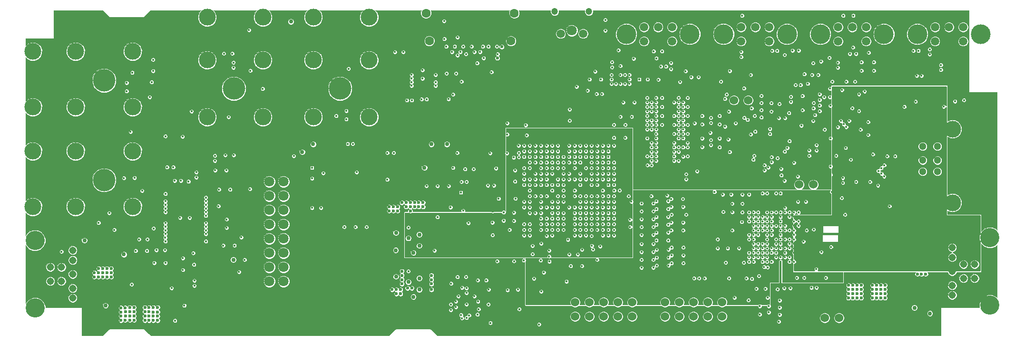
<source format=gbr>
G04 #@! TF.FileFunction,Copper,L2,Inr,Plane*
%FSLAX46Y46*%
G04 Gerber Fmt 4.6, Leading zero omitted, Abs format (unit mm)*
G04 Created by KiCad (PCBNEW 4.0.4-stable) date 02/21/17 13:40:32*
%MOMM*%
%LPD*%
G01*
G04 APERTURE LIST*
%ADD10C,0.125000*%
%ADD11C,0.600000*%
%ADD12C,1.600000*%
%ADD13C,4.000000*%
%ADD14C,3.000000*%
%ADD15C,1.300000*%
%ADD16C,3.500000*%
%ADD17C,1.500000*%
%ADD18C,1.800000*%
%ADD19C,1.524000*%
%ADD20C,1.200000*%
%ADD21C,3.416000*%
%ADD22C,1.308000*%
%ADD23C,0.450000*%
%ADD24C,0.750000*%
%ADD25C,0.300000*%
%ADD26C,0.102000*%
%ADD27C,0.254000*%
G04 APERTURE END LIST*
D10*
D11*
X254350000Y-126150000D03*
X255050000Y-123050000D03*
X259750000Y-143000000D03*
X260500000Y-143000000D03*
X261250000Y-143000000D03*
X261250000Y-142250000D03*
X260500000Y-142250000D03*
X259750000Y-142250000D03*
X253250000Y-147250000D03*
X254000000Y-147250000D03*
X254000000Y-146500000D03*
X254000000Y-145750000D03*
X254000000Y-145000000D03*
X253250000Y-145000000D03*
X118000000Y-149000000D03*
X118000000Y-149750000D03*
X118000000Y-150500000D03*
X118000000Y-151250000D03*
X118750000Y-149000000D03*
X118750000Y-151186434D03*
X124500000Y-149750000D03*
X124500000Y-150500000D03*
X124500000Y-151250000D03*
X123750000Y-151250000D03*
X124500000Y-148936434D03*
X123750000Y-148936434D03*
X248250000Y-147250000D03*
X247500000Y-147250000D03*
X247500000Y-146500000D03*
X247500000Y-145750000D03*
X247500000Y-145000000D03*
X248250000Y-145000000D03*
X123750000Y-149750000D03*
X123750000Y-150486434D03*
X123000000Y-151250000D03*
X123000000Y-150486434D03*
X123000000Y-149686434D03*
X123000000Y-148936434D03*
X122250000Y-148936434D03*
X122250000Y-149686434D03*
X122250000Y-151250000D03*
X122250000Y-150500000D03*
X120319068Y-150436434D03*
X119569068Y-149686434D03*
X120319068Y-148936434D03*
X119569068Y-148936434D03*
X120319068Y-149686434D03*
X118819068Y-149686434D03*
X118819068Y-150436434D03*
X119569068Y-150436434D03*
X119569068Y-151186434D03*
X120319068Y-151186434D03*
X248250000Y-146500000D03*
X248250000Y-145750000D03*
X249000000Y-145000000D03*
X249000000Y-145750000D03*
X249000000Y-146500000D03*
X249000000Y-147250000D03*
X249750000Y-147250000D03*
X249750000Y-145000000D03*
X249750000Y-145750000D03*
X249750000Y-146500000D03*
X253250000Y-146500000D03*
X253250000Y-145750000D03*
X252500000Y-147250000D03*
X251750000Y-147250000D03*
X252500000Y-146500000D03*
X251750000Y-146500000D03*
X251750000Y-145750000D03*
X252500000Y-145750000D03*
X252500000Y-145000000D03*
X251750000Y-145000000D03*
X168000000Y-144750000D03*
X169000000Y-145500000D03*
X167750000Y-146500000D03*
X167000000Y-146500000D03*
X173250000Y-144750000D03*
X173250000Y-144000000D03*
X167750000Y-145750000D03*
X166250000Y-145750000D03*
X169750000Y-145500000D03*
X168000000Y-142500000D03*
X168000000Y-144000000D03*
X168000000Y-143250000D03*
X167000000Y-145750000D03*
X173250000Y-145750000D03*
X173250000Y-143250000D03*
X171750000Y-130250000D03*
X171750000Y-131000000D03*
X171000000Y-131000000D03*
X171000000Y-130250000D03*
X170250000Y-130250000D03*
X170250000Y-131000000D03*
X165750000Y-131000000D03*
X166500000Y-131000000D03*
X167250000Y-131000000D03*
X165750000Y-131750000D03*
X168750000Y-131000000D03*
X169500000Y-131000000D03*
X169500000Y-130250000D03*
X168750000Y-130250000D03*
X168000000Y-130250000D03*
X169500000Y-131750000D03*
X167250000Y-131750000D03*
X166500000Y-131750000D03*
X181250000Y-136500000D03*
X182000000Y-136500000D03*
X180000000Y-132800000D03*
X177300000Y-134900000D03*
X180300000Y-135100000D03*
X177800000Y-135400000D03*
X179600000Y-137000000D03*
X179600000Y-135100000D03*
X179300000Y-132800000D03*
X178600000Y-132800000D03*
X177900000Y-132800000D03*
X180300000Y-135800000D03*
X178300000Y-135900000D03*
X195250000Y-146000000D03*
X194500000Y-148250000D03*
X195250000Y-148250000D03*
X194500000Y-147500000D03*
X194500000Y-146750000D03*
X195250000Y-147500000D03*
X196000000Y-146750000D03*
X196750000Y-146750000D03*
X196750000Y-146000000D03*
X196000000Y-146000000D03*
X195250000Y-146750000D03*
X194500000Y-146000000D03*
X257000000Y-146000000D03*
X257750000Y-146000000D03*
X257750000Y-145250000D03*
X257000000Y-145250000D03*
X260750000Y-144500000D03*
X257000000Y-146750000D03*
X258500000Y-145250000D03*
X257750000Y-146750000D03*
X257750000Y-144500000D03*
X257000000Y-144500000D03*
X257000000Y-143750000D03*
X259250000Y-146000000D03*
X258500000Y-146000000D03*
X260000000Y-143750000D03*
X260750000Y-143750000D03*
X185750000Y-102500000D03*
X185000000Y-104500000D03*
X116250000Y-143500000D03*
X115500000Y-143500000D03*
X114750000Y-143500000D03*
X114000000Y-143500000D03*
X113250000Y-143500000D03*
X113250000Y-142750000D03*
X114000000Y-142750000D03*
X114750000Y-142750000D03*
X115500000Y-142750000D03*
X116250000Y-142750000D03*
X116250000Y-142000000D03*
X115500000Y-142000000D03*
X114750000Y-142000000D03*
X114000000Y-142000000D03*
X113250000Y-138750000D03*
X113250000Y-139500000D03*
X113250000Y-140250000D03*
X113250000Y-141000000D03*
X114000000Y-141000000D03*
X114000000Y-140250000D03*
X114000000Y-139500000D03*
X114000000Y-138750000D03*
X114750000Y-138750000D03*
X115500000Y-138750000D03*
X115500000Y-139500000D03*
X114750000Y-139500000D03*
X114750000Y-140250000D03*
X115500000Y-140250000D03*
X115500000Y-141000000D03*
D12*
X188000000Y-96500000D03*
X187400000Y-101450000D03*
X172300000Y-96500000D03*
X172900000Y-101450000D03*
D13*
X157000000Y-109950000D03*
D14*
X152250000Y-97250000D03*
X152250000Y-104870000D03*
X152250000Y-115030000D03*
X162160000Y-115030000D03*
X162160000Y-104870000D03*
X162160000Y-97250000D03*
D13*
X138090000Y-109950000D03*
D14*
X133340000Y-97250000D03*
X133340000Y-104870000D03*
X133340000Y-115030000D03*
X143250000Y-115030000D03*
X143250000Y-104870000D03*
X143250000Y-97250000D03*
X260345000Y-130300000D03*
X266025000Y-130300000D03*
X266025000Y-117160000D03*
X260345000Y-117160000D03*
D15*
X263315000Y-124730000D03*
X260695000Y-127230000D03*
X263315000Y-127230000D03*
X263315000Y-122730000D03*
X263315000Y-120230000D03*
X260695000Y-124730000D03*
X260695000Y-122730000D03*
X260695000Y-120230000D03*
D13*
X115000000Y-126250000D03*
D14*
X102300000Y-131000000D03*
X109920000Y-131000000D03*
X120080000Y-131000000D03*
X120080000Y-121090000D03*
X109920000Y-121090000D03*
X102300000Y-121090000D03*
D16*
X259750000Y-100250000D03*
D17*
X262900000Y-101500000D03*
X267900000Y-101500000D03*
X267900000Y-99000000D03*
X262900000Y-99000000D03*
X265400000Y-99000000D03*
D16*
X271050000Y-100250000D03*
D18*
X144410000Y-126520000D03*
X146950000Y-126520000D03*
X144410000Y-129060000D03*
X146950000Y-129060000D03*
X144410000Y-131600000D03*
X146950000Y-131600000D03*
X144410000Y-134140000D03*
X146950000Y-134140000D03*
X144410000Y-136680000D03*
X146950000Y-136680000D03*
X144410000Y-139220000D03*
X146950000Y-139220000D03*
X144410000Y-141760000D03*
X144410000Y-144300000D03*
X146950000Y-141760000D03*
X146950000Y-144300000D03*
D19*
X225000000Y-150540000D03*
X225000000Y-148000000D03*
X222460000Y-148000000D03*
X222460000Y-150540000D03*
X217380000Y-150540000D03*
X214840000Y-150540000D03*
X214840000Y-148000000D03*
X217380000Y-148000000D03*
X219920000Y-148000000D03*
X219920000Y-150540000D03*
X209000000Y-150540000D03*
X209000000Y-148000000D03*
X206460000Y-148000000D03*
X206460000Y-150540000D03*
X201380000Y-150540000D03*
X198840000Y-150540000D03*
X198840000Y-148000000D03*
X201380000Y-148000000D03*
X203920000Y-148000000D03*
X203920000Y-150540000D03*
D16*
X225250000Y-100250000D03*
D17*
X228400000Y-101500000D03*
X233400000Y-101500000D03*
X233400000Y-99000000D03*
X228400000Y-99000000D03*
X230900000Y-99000000D03*
D16*
X236550000Y-100250000D03*
D13*
X115000000Y-108500000D03*
D14*
X102300000Y-113250000D03*
X109920000Y-113250000D03*
X120080000Y-113250000D03*
X120080000Y-103340000D03*
X109920000Y-103340000D03*
X102300000Y-103340000D03*
D16*
X207950000Y-100250000D03*
D17*
X211100000Y-101500000D03*
X216100000Y-101500000D03*
X216100000Y-99000000D03*
X211100000Y-99000000D03*
X213600000Y-99000000D03*
D16*
X219250000Y-100250000D03*
D19*
X243250000Y-150800000D03*
X245790000Y-150800000D03*
X229650000Y-112000000D03*
X227110000Y-112000000D03*
D20*
X195200000Y-96200000D03*
X201300000Y-96200000D03*
D17*
X196250000Y-100150000D03*
D18*
X198250000Y-99600000D03*
D17*
X200250000Y-100150000D03*
D16*
X242500000Y-100250000D03*
D17*
X245650000Y-101500000D03*
X250650000Y-101500000D03*
X250650000Y-99000000D03*
X245650000Y-99000000D03*
X248150000Y-99000000D03*
D16*
X253800000Y-100250000D03*
D21*
X272675000Y-136500000D03*
X272675000Y-148540000D03*
D22*
X267965000Y-143770000D03*
X267965000Y-141270000D03*
X269965000Y-141270000D03*
X269965000Y-143770000D03*
X265965000Y-138270000D03*
X265965000Y-140020000D03*
X265965000Y-142520000D03*
X265965000Y-145020000D03*
X265965000Y-146770000D03*
D21*
X102700000Y-149040000D03*
X102700000Y-137000000D03*
D22*
X107410000Y-141770000D03*
X107410000Y-144270000D03*
X105410000Y-144270000D03*
X105410000Y-141770000D03*
X109410000Y-147270000D03*
X109410000Y-145520000D03*
X109410000Y-143020000D03*
X109410000Y-140520000D03*
X109410000Y-138770000D03*
D19*
X241250000Y-127050000D03*
X238710000Y-127050000D03*
D11*
X114750000Y-141000000D03*
D23*
X188150000Y-126500000D03*
X226800000Y-130450000D03*
X196750000Y-128100000D03*
D24*
X150250000Y-121250000D03*
X148250000Y-98000000D03*
X152200000Y-119850000D03*
X169150000Y-144400000D03*
X171100000Y-145750000D03*
X170050000Y-147050000D03*
D23*
X242363633Y-110949939D03*
X199300000Y-139500000D03*
X207400000Y-112400000D03*
X239300000Y-111260000D03*
X211708855Y-123595010D03*
X218850000Y-119600000D03*
X200750000Y-136100000D03*
X237250000Y-111400000D03*
X238964904Y-109299118D03*
X208900000Y-114950000D03*
X234800000Y-103200000D03*
X235100000Y-151470000D03*
X194750000Y-131100000D03*
X234600000Y-136800000D03*
X186100000Y-133454990D03*
X241300000Y-135050000D03*
X248350000Y-96950000D03*
X202750000Y-140450000D03*
X261950000Y-103850000D03*
X259050000Y-103200000D03*
X228900000Y-109900000D03*
X246550000Y-96950000D03*
X251100000Y-103550000D03*
X205400000Y-105250000D03*
X206900000Y-105900000D03*
X218600000Y-125200000D03*
X233800000Y-122150000D03*
X228400000Y-104300000D03*
X185200000Y-129550000D03*
X244250000Y-113000000D03*
X244200000Y-109950000D03*
X233750000Y-114025000D03*
X235100000Y-115200000D03*
X233300000Y-149800000D03*
X231700000Y-150200000D03*
X233524514Y-118016066D03*
X223000000Y-120000000D03*
X239650000Y-107350000D03*
X244300000Y-118800000D03*
X245600000Y-105300000D03*
X205750000Y-116404990D03*
X211667743Y-116404990D03*
X213250229Y-116395010D03*
X211650000Y-118800000D03*
X211650000Y-114800000D03*
X211650000Y-113200000D03*
X211650000Y-111600000D03*
X187928849Y-133511389D03*
X214300000Y-111600000D03*
X224550000Y-120400000D03*
X221450000Y-120350000D03*
X213250000Y-113200000D03*
X217250000Y-113200000D03*
X217250000Y-116400000D03*
X218850000Y-111600000D03*
X218850000Y-113200000D03*
X218850000Y-114800000D03*
X218850000Y-116400000D03*
X218850000Y-118000000D03*
X218850000Y-120400000D03*
X191250000Y-137950000D03*
X206750000Y-128100000D03*
X208600000Y-134600000D03*
X197750000Y-126100000D03*
X197750000Y-123100000D03*
X184950000Y-140700000D03*
X200048810Y-141551092D03*
X197849390Y-113649974D03*
X205750000Y-118700000D03*
X229800000Y-136800000D03*
X232197376Y-140805088D03*
X237797376Y-132005088D03*
X236997376Y-140805088D03*
X205750000Y-131100000D03*
X195750000Y-134100000D03*
X198750000Y-132100000D03*
X199750000Y-131100000D03*
X200750000Y-130100000D03*
X199750000Y-129100000D03*
X202750000Y-132100000D03*
X199750000Y-132100000D03*
X199750000Y-133100000D03*
X200750000Y-132100000D03*
X203750000Y-135100000D03*
X201750000Y-129100000D03*
X199750000Y-122100000D03*
X205750000Y-120100000D03*
X202750000Y-121100000D03*
X203750000Y-124100000D03*
X204750000Y-127100000D03*
X233800000Y-139200000D03*
X231100000Y-145600000D03*
X234600000Y-128600000D03*
X225100000Y-128800000D03*
X229797376Y-139204990D03*
X224200000Y-138400000D03*
X196750000Y-126100000D03*
X235400000Y-133600000D03*
X228600000Y-132000000D03*
X199750000Y-126100000D03*
X192700000Y-140550000D03*
X214300000Y-114800000D03*
X184150000Y-138050000D03*
X177950000Y-133900000D03*
X180750000Y-138500000D03*
X198750000Y-125100000D03*
X200750000Y-125100000D03*
X198750000Y-127100000D03*
X194750000Y-126100000D03*
X195750000Y-125100000D03*
X199750000Y-124100000D03*
X196750000Y-131100000D03*
X198750000Y-130100000D03*
X194750000Y-129100000D03*
X191750000Y-135100000D03*
X191750000Y-133100000D03*
X191750000Y-131100000D03*
X197750000Y-130100000D03*
X202750000Y-128100000D03*
X191750000Y-128100000D03*
X193700000Y-128100000D03*
X187150000Y-138100000D03*
X189700000Y-137550000D03*
X180900000Y-146950000D03*
D24*
X138000000Y-140450000D03*
X169150000Y-136600000D03*
X170050000Y-139200000D03*
D23*
X186700000Y-121450000D03*
X194750000Y-120100000D03*
X171650000Y-106650000D03*
X169700000Y-108140000D03*
X176300000Y-111800000D03*
X177100000Y-111000000D03*
X135431561Y-127927129D03*
X246500000Y-126750000D03*
X232200000Y-128600000D03*
X228600000Y-128800000D03*
X222900000Y-117800000D03*
X177900000Y-143500000D03*
X215000000Y-106000000D03*
X249363633Y-110949939D03*
X251850000Y-121650000D03*
X247900000Y-122600000D03*
X248850000Y-126550000D03*
X178600000Y-108700000D03*
X141000000Y-106750000D03*
X136200000Y-137900000D03*
X116800000Y-135100000D03*
X125800000Y-138700000D03*
X121200000Y-136800000D03*
X120600000Y-138850000D03*
X125855034Y-136494079D03*
X131050000Y-145050000D03*
D24*
X172020000Y-124050000D03*
X176025000Y-119850000D03*
X171100000Y-137950000D03*
D23*
X246350000Y-110200000D03*
X208500000Y-109100000D03*
X208500000Y-107500000D03*
X136551406Y-121797434D03*
X136800000Y-134750000D03*
X119700000Y-117650000D03*
X133100000Y-132600000D03*
X133100000Y-137150000D03*
X123900000Y-141000000D03*
X184750000Y-124150000D03*
X168875000Y-112025000D03*
X172400000Y-111850000D03*
X210250000Y-108300000D03*
X201400000Y-108300000D03*
X179250000Y-124300000D03*
X181500000Y-144100000D03*
X251000000Y-115900000D03*
X212800000Y-103300000D03*
X214300000Y-103300000D03*
X251350000Y-126550000D03*
X252800000Y-124600000D03*
X192750000Y-124100000D03*
X189750000Y-125100000D03*
X190750000Y-129100000D03*
X191750000Y-121100000D03*
X195750000Y-123100000D03*
X233799998Y-132005088D03*
X191750000Y-125100000D03*
X186750000Y-118100000D03*
X188750000Y-120100000D03*
X158100000Y-113900000D03*
X231400000Y-132800000D03*
X217500000Y-108750000D03*
X119000000Y-108900000D03*
X226100000Y-119000000D03*
X228950000Y-115150000D03*
X230600000Y-132800000D03*
X115900000Y-132100000D03*
X127600000Y-151300000D03*
X231550000Y-143350000D03*
X233100000Y-141800000D03*
X231400000Y-134400000D03*
X140777966Y-99500000D03*
X137800000Y-103700000D03*
X138000000Y-105300000D03*
X230900000Y-117600000D03*
X230800000Y-114800000D03*
X230600000Y-132000000D03*
X133100000Y-129350000D03*
X262100000Y-109050000D03*
X268050000Y-111100000D03*
D24*
X116500000Y-139500000D03*
D23*
X243450000Y-145150000D03*
X184161446Y-131800000D03*
X177950000Y-131700000D03*
X179850000Y-131700000D03*
X235400000Y-140800000D03*
X157747760Y-129100000D03*
X159723880Y-129100000D03*
X161700000Y-129100000D03*
X192350000Y-96500000D03*
X177900000Y-99900000D03*
D24*
X176325000Y-121798360D03*
X174348880Y-121798360D03*
X172372760Y-121798360D03*
X166950000Y-144400000D03*
X166950000Y-142500000D03*
X166950000Y-134700000D03*
X166950000Y-136600000D03*
X164900000Y-138750000D03*
D23*
X242400000Y-125300000D03*
X148375000Y-124100000D03*
X174650000Y-101100000D03*
X172050000Y-109650000D03*
X186900000Y-149250000D03*
X190400000Y-151950000D03*
X186797637Y-147349757D03*
X182250000Y-151700000D03*
X188650000Y-144800000D03*
X188650000Y-146700000D03*
X228000000Y-126550000D03*
X228000000Y-124573880D03*
X228000000Y-122597760D03*
X244300000Y-125300000D03*
X241800000Y-122700000D03*
X240500000Y-120000000D03*
X241800000Y-121900000D03*
X223650000Y-129450000D03*
X241750000Y-143800000D03*
X237000000Y-139200000D03*
X237000000Y-141750000D03*
D24*
X192800000Y-148100000D03*
X190850000Y-146700000D03*
D23*
X228500000Y-135200000D03*
X227825669Y-143750000D03*
X241477926Y-128600000D03*
X234600000Y-140800000D03*
X229800000Y-135200000D03*
X231350000Y-140850000D03*
X229800000Y-137600000D03*
X232200000Y-136800000D03*
X235400000Y-139200000D03*
X232200000Y-132000000D03*
X234600000Y-132800000D03*
X237000000Y-133600000D03*
X233800000Y-141750000D03*
X246000000Y-143150000D03*
X234600000Y-135200000D03*
X226800000Y-133600000D03*
X224750000Y-143750000D03*
X226000000Y-136800000D03*
X224054990Y-140950000D03*
X227250000Y-140950000D03*
X228000000Y-136900000D03*
X237800000Y-136805088D03*
X237800000Y-136000000D03*
X238500000Y-130100000D03*
X240239181Y-109064181D03*
X237525000Y-103150000D03*
X242100000Y-107500000D03*
X244613633Y-108699939D03*
X247750000Y-103750000D03*
X248300000Y-102600000D03*
X215900000Y-105350000D03*
X232200000Y-132800000D03*
X230550000Y-122600000D03*
X209250000Y-104600000D03*
X215900000Y-106450000D03*
X231400000Y-132000000D03*
X154000000Y-125000000D03*
X202003456Y-138602880D03*
X203300000Y-138050000D03*
X203750000Y-134100000D03*
X193250000Y-142700000D03*
X133100000Y-134550000D03*
X174350000Y-132850000D03*
X133100000Y-135850000D03*
X194200000Y-138800000D03*
X200750000Y-133100000D03*
X133100000Y-133900000D03*
X201750000Y-136200000D03*
X201800000Y-137950000D03*
X194250000Y-140750000D03*
X140950000Y-127850000D03*
X133100000Y-135200000D03*
X200050000Y-138650000D03*
X194200000Y-139850000D03*
X139400000Y-136450000D03*
X125900000Y-134550000D03*
X207700000Y-107500000D03*
X165400000Y-121400000D03*
X173800000Y-138800000D03*
X165400000Y-126150000D03*
X235244746Y-148956050D03*
X205400000Y-106150000D03*
X183400000Y-148400000D03*
X236197376Y-139205088D03*
X125900000Y-133900000D03*
X233100000Y-147200000D03*
X227200000Y-147200000D03*
X176650000Y-131100000D03*
X177850000Y-121400000D03*
X181550000Y-147882824D03*
X235244746Y-147686050D03*
X176750000Y-144700000D03*
X202650000Y-110900000D03*
X206900000Y-107500000D03*
X236200000Y-140000000D03*
X242363633Y-111949939D03*
X179509300Y-150782824D03*
X232000000Y-111235000D03*
X236150000Y-121150000D03*
X237000000Y-132000000D03*
X218050000Y-120400000D03*
X203750000Y-129100000D03*
X230250000Y-113450000D03*
X247100000Y-116800000D03*
X232000000Y-112505000D03*
X236600000Y-120500000D03*
X237000000Y-132800000D03*
X246113633Y-115699939D03*
X196750000Y-124100000D03*
X235200000Y-112700000D03*
X203600000Y-110900000D03*
X239300000Y-113775000D03*
X236100000Y-126350000D03*
X236200000Y-134400000D03*
X241525000Y-114650000D03*
X247613633Y-115699939D03*
X236200000Y-135200000D03*
X238450000Y-125600000D03*
X239100000Y-116525000D03*
X249363633Y-113949939D03*
X236200000Y-131200000D03*
X235400000Y-132000000D03*
X246650000Y-116300000D03*
X235500000Y-124250000D03*
X235400000Y-134400000D03*
X248150000Y-113450000D03*
X235400000Y-135200000D03*
X233800000Y-123050000D03*
X233800000Y-135200000D03*
X237000000Y-119300000D03*
X230100000Y-107500000D03*
X205300000Y-107500000D03*
X212750000Y-141850000D03*
X234600000Y-137600000D03*
X212750000Y-140450000D03*
X234600000Y-138400000D03*
X218100000Y-141050000D03*
X234597376Y-139205088D03*
X215450000Y-141450000D03*
X234600000Y-140000000D03*
X233000000Y-135200000D03*
X232550000Y-124500000D03*
X212750000Y-130400000D03*
X233000000Y-136000000D03*
X215400000Y-131400000D03*
X232997376Y-137605088D03*
X212750000Y-139050000D03*
X232997376Y-138405088D03*
X215450000Y-140050000D03*
X232997474Y-139205088D03*
X218100000Y-139650000D03*
X232997474Y-140005088D03*
X218000000Y-129600000D03*
X232200000Y-135200000D03*
X218050000Y-131000000D03*
X232197376Y-137605088D03*
X218050000Y-133800000D03*
X232200000Y-138400000D03*
X232197376Y-139205088D03*
X215450000Y-138650000D03*
X218100000Y-138250000D03*
X232197376Y-140005088D03*
X214100000Y-106000000D03*
X231400000Y-133600000D03*
X215400000Y-130000000D03*
X231397376Y-135204990D03*
X218600000Y-132400000D03*
X231400000Y-136000000D03*
X231400000Y-137602722D03*
X215400000Y-132800000D03*
X212750000Y-133200000D03*
X231400000Y-138400000D03*
X218050000Y-135200000D03*
X231400000Y-139200000D03*
X212750000Y-137600000D03*
X231400000Y-140000000D03*
X130850000Y-139250000D03*
X230600000Y-135200000D03*
X199750000Y-127100000D03*
X228400000Y-103400000D03*
X213650000Y-108350000D03*
X215200000Y-129000000D03*
X230600000Y-136000000D03*
X230597376Y-137604990D03*
X212750000Y-131800000D03*
X215400000Y-134200000D03*
X230600000Y-138400000D03*
X212750000Y-134600000D03*
X230600000Y-139200000D03*
X212750000Y-136000000D03*
X230600000Y-140000000D03*
X215400000Y-137000000D03*
X230600000Y-140800000D03*
X215400000Y-135600000D03*
X229800000Y-140000000D03*
X241250000Y-113450000D03*
X208850000Y-130100000D03*
X218600000Y-126100000D03*
X212400000Y-129100000D03*
X179500000Y-126550000D03*
X199750000Y-130100000D03*
X205300000Y-109100000D03*
X241300000Y-112500000D03*
X238064904Y-109299118D03*
X169700000Y-108790000D03*
X193750000Y-126100000D03*
X171500000Y-111850000D03*
X169700000Y-109440000D03*
X169775000Y-112025000D03*
X192750000Y-126100000D03*
X261950000Y-102950000D03*
X247113633Y-108699939D03*
X245600000Y-106200000D03*
X184375899Y-127204990D03*
X177100000Y-124050000D03*
X192750000Y-123100000D03*
X242363633Y-113949939D03*
X226350000Y-121250000D03*
X220550000Y-124650000D03*
X208350000Y-129100000D03*
X198750000Y-131100000D03*
X242363633Y-112949939D03*
X235244746Y-150226050D03*
X179400000Y-103800000D03*
X187900000Y-122200000D03*
X189750000Y-124100000D03*
X180400000Y-102450000D03*
X188800000Y-122150000D03*
X190750000Y-124100000D03*
X182400000Y-102450000D03*
X193750000Y-121100000D03*
X183400000Y-102450000D03*
X194750000Y-121100000D03*
X180900000Y-103400000D03*
X191750000Y-120100000D03*
X181900000Y-103400000D03*
X192750000Y-121100000D03*
X185050000Y-103800000D03*
X195750000Y-120100000D03*
X184900000Y-102450000D03*
X195750000Y-121100000D03*
X195750000Y-131100000D03*
X196750000Y-133100000D03*
X195750000Y-133100000D03*
X197300000Y-144300000D03*
X195750000Y-132100000D03*
X230300000Y-143850000D03*
X232467152Y-141727702D03*
X233800000Y-136000000D03*
X237000000Y-140000000D03*
X235400000Y-137600000D03*
X237800000Y-140800000D03*
X235400000Y-138400000D03*
X233800000Y-132800000D03*
X228550000Y-96950000D03*
X166550000Y-121400000D03*
X219500000Y-107900000D03*
X227400000Y-116100000D03*
X234850000Y-122350000D03*
X233800000Y-133600000D03*
X225500000Y-111750000D03*
X225500000Y-116700000D03*
X230700000Y-121900000D03*
X218500000Y-106850000D03*
X233000000Y-133600000D03*
X224800000Y-108700000D03*
X233000000Y-132800000D03*
X199100000Y-109600000D03*
X226200000Y-114050000D03*
X152000000Y-131200000D03*
X202400000Y-106900000D03*
X220800000Y-107900000D03*
X233800000Y-134400000D03*
X201050000Y-110300000D03*
X220100000Y-116100000D03*
X153600000Y-131200000D03*
X225200000Y-131900000D03*
X232200000Y-133600000D03*
X204200000Y-99600000D03*
X193750000Y-136195002D03*
X202750000Y-135100000D03*
X210650000Y-133200000D03*
X202750000Y-131100000D03*
X213300000Y-137000000D03*
X205750000Y-134100000D03*
X201750000Y-130100000D03*
X215950000Y-129600000D03*
X210650000Y-141850000D03*
X201750000Y-135100000D03*
X210650000Y-136000000D03*
X201750000Y-132100000D03*
X210650000Y-137600000D03*
X204750000Y-134100000D03*
X210650000Y-139050000D03*
X202750000Y-134100000D03*
X210650000Y-140450000D03*
X204750000Y-136100000D03*
X213350000Y-141450000D03*
X200750000Y-134100000D03*
X210650000Y-134600000D03*
X203750000Y-132100000D03*
X205750000Y-133100000D03*
X215950000Y-135200000D03*
X213300000Y-130000000D03*
X202750000Y-129100000D03*
X203750000Y-136100000D03*
X216000000Y-139650000D03*
X216000000Y-141050000D03*
X200750000Y-135100000D03*
X213300000Y-135600000D03*
X202750000Y-133100000D03*
X204749260Y-135100000D03*
X213350000Y-138650000D03*
X205750000Y-135100000D03*
X216000000Y-138250000D03*
X201750000Y-131100000D03*
X213350000Y-140050000D03*
X204750000Y-130100000D03*
X213300000Y-131400000D03*
X216000000Y-132400000D03*
X203750000Y-133100000D03*
X210650000Y-130400000D03*
X205750000Y-130100000D03*
X203750000Y-131100000D03*
X213300000Y-132800000D03*
X205750000Y-132100000D03*
X215950000Y-133800000D03*
X204750000Y-131100000D03*
X215950000Y-131000000D03*
X204750000Y-132100000D03*
X213300000Y-134200000D03*
X202750000Y-130100000D03*
X210650000Y-131800000D03*
X236200000Y-136800000D03*
X236050000Y-145500000D03*
X237000000Y-137600000D03*
X238300000Y-143650000D03*
X246900000Y-132400000D03*
X237800000Y-133600000D03*
X240050000Y-135200000D03*
X237000000Y-135200000D03*
X237000000Y-138400000D03*
X240900000Y-145400000D03*
X237800000Y-135200000D03*
X242650000Y-139050000D03*
X241750000Y-142100000D03*
X244400000Y-138150000D03*
X239500000Y-137200000D03*
X194750000Y-122100000D03*
X178900000Y-102450000D03*
X177650000Y-107250000D03*
X183950000Y-107000000D03*
X195750000Y-122100000D03*
X238600000Y-133600098D03*
X238600000Y-134400000D03*
X254400000Y-122000000D03*
X255800000Y-122000000D03*
X158100000Y-115400000D03*
X137150000Y-115000000D03*
X121750000Y-128150000D03*
X128500000Y-132960000D03*
X130200000Y-132960000D03*
X128650000Y-126350000D03*
X131400000Y-124850000D03*
X124300000Y-138700000D03*
X122700000Y-136800000D03*
X122600000Y-138850000D03*
X125900000Y-128700000D03*
X133100000Y-130650000D03*
X118500000Y-125900000D03*
X137431561Y-127927129D03*
X134700000Y-121900000D03*
X123700000Y-104800000D03*
X123100000Y-111450000D03*
X136750000Y-124500000D03*
X174000000Y-107490000D03*
X168250000Y-103425000D03*
X131050000Y-144150000D03*
X131000000Y-141300000D03*
X179500000Y-146350000D03*
X221887816Y-143745010D03*
X220915006Y-143745010D03*
X179500000Y-145500000D03*
X220009075Y-143745010D03*
X178700000Y-145400000D03*
X161700000Y-134601640D03*
X176700000Y-149400000D03*
X159723880Y-134601640D03*
X178509300Y-150282824D03*
X157747760Y-134601640D03*
X178689999Y-150860001D03*
X176325000Y-127300000D03*
X178050000Y-146950000D03*
X174348880Y-127300000D03*
X176700000Y-148400000D03*
X172372760Y-127300000D03*
X177609300Y-148882824D03*
X139000000Y-142600000D03*
X179950000Y-150350000D03*
X233200000Y-124000000D03*
X233000000Y-134400000D03*
X230100000Y-118100000D03*
X232200000Y-134400000D03*
X156300000Y-114800000D03*
X138000000Y-106200000D03*
X177400000Y-102450000D03*
X174000000Y-109440000D03*
X175550000Y-101100000D03*
X177900000Y-104000000D03*
X174000000Y-108790000D03*
X177900000Y-100800000D03*
X169150000Y-134700000D03*
X179850000Y-133900000D03*
X191500000Y-143800000D03*
X169150000Y-142500000D03*
X129000000Y-140150000D03*
X178600000Y-126550000D03*
X225800000Y-111000000D03*
X152000000Y-124050000D03*
X159950000Y-124850000D03*
X229550000Y-115500000D03*
X232550000Y-123600000D03*
X245600000Y-116800000D03*
X175900000Y-102450000D03*
X175950000Y-107250000D03*
X184150000Y-136050000D03*
X188150000Y-124500000D03*
X226800000Y-131950000D03*
X223650000Y-128350000D03*
X238600000Y-132000000D03*
X198750000Y-128100000D03*
X181450000Y-150200000D03*
X238500000Y-141800000D03*
D24*
X259250000Y-149000000D03*
X262000000Y-150000000D03*
X118500000Y-139500000D03*
X115250000Y-148600000D03*
X111500000Y-137000000D03*
D23*
X140000000Y-140450000D03*
X179400000Y-143500000D03*
X243450000Y-143650000D03*
X228500000Y-133700000D03*
X229325669Y-143750000D03*
X184100000Y-133800000D03*
X178900000Y-131700000D03*
X182550000Y-104500000D03*
X204200000Y-97700000D03*
X176900000Y-103400000D03*
X181400000Y-105400000D03*
X175500000Y-97900000D03*
X264450000Y-111250000D03*
X136300000Y-103700000D03*
X183300000Y-127200000D03*
X138200000Y-137900000D03*
X114000000Y-133850000D03*
X129250000Y-148600000D03*
X123800000Y-134850000D03*
X260500000Y-107650000D03*
X263950000Y-105750000D03*
X246300000Y-128350000D03*
X247800000Y-132400000D03*
X257450000Y-111300000D03*
X239600000Y-143650000D03*
X169700000Y-107490000D03*
X195750000Y-130100000D03*
D24*
X173250000Y-119850000D03*
X166950000Y-143450000D03*
X171100000Y-143750000D03*
X166950000Y-135650000D03*
X171100000Y-135950000D03*
X166900000Y-138750000D03*
D23*
X241100000Y-139149990D03*
X244508849Y-140600010D03*
X239500000Y-138300000D03*
X208500000Y-108300000D03*
X205300000Y-108300000D03*
X206100000Y-109100000D03*
X206900000Y-109100000D03*
X207700000Y-109100000D03*
X249363633Y-112949939D03*
X243150000Y-111450000D03*
X138051406Y-121797434D03*
X136800000Y-133250000D03*
X245900000Y-138150000D03*
X197800000Y-139500000D03*
X209400000Y-112400000D03*
X119000000Y-110400000D03*
X125900000Y-137150000D03*
X232000000Y-115070000D03*
X237150000Y-145500000D03*
X193750000Y-120100000D03*
X195750000Y-126100000D03*
X196750000Y-130100000D03*
X192750000Y-131100000D03*
X193750000Y-129100000D03*
X192750000Y-129100000D03*
X191750000Y-129100000D03*
X192750000Y-127100000D03*
X198750000Y-133100000D03*
X193750000Y-127100000D03*
X190750000Y-122100000D03*
X189750000Y-122100000D03*
X191750000Y-122100000D03*
X194750000Y-124100000D03*
X196750000Y-135100000D03*
X195750000Y-135100000D03*
X196750000Y-134100000D03*
X198750000Y-134100000D03*
X194750000Y-133100000D03*
X194750000Y-132100000D03*
X198750000Y-136100000D03*
X201750000Y-133100000D03*
X199750000Y-134100000D03*
X199750000Y-135100000D03*
X192750000Y-132100000D03*
X192750000Y-133100000D03*
X200750000Y-126100000D03*
X190750000Y-131100000D03*
X190750000Y-132100000D03*
X192750000Y-134100000D03*
X193750000Y-134100000D03*
X199750000Y-136100000D03*
X190750000Y-136100000D03*
X190750000Y-135100000D03*
X189750000Y-134100000D03*
X189750000Y-135100000D03*
X194750000Y-135100000D03*
X194750000Y-134100000D03*
X189750000Y-130100000D03*
X190750000Y-130100000D03*
X191750000Y-127100000D03*
X190750000Y-127100000D03*
X189750000Y-127100000D03*
X189750000Y-126100000D03*
X190750000Y-126100000D03*
X192750000Y-122100000D03*
X192750000Y-125100000D03*
X193750000Y-125100000D03*
X193750000Y-124100000D03*
X194750000Y-123100000D03*
X193750000Y-123100000D03*
X189750000Y-121100000D03*
X189750000Y-120100000D03*
X190750000Y-120100000D03*
X190750000Y-121100000D03*
X206900000Y-114950000D03*
X238625000Y-103150000D03*
X166750000Y-103425000D03*
X188800000Y-121400000D03*
X229700000Y-147660000D03*
X195750000Y-129100000D03*
X179509300Y-148382824D03*
X190036448Y-116445077D03*
X233800000Y-140800000D03*
X237000000Y-136800000D03*
X229797376Y-132004990D03*
X248850000Y-103750000D03*
X171650000Y-108150000D03*
X211750000Y-108300000D03*
X203400000Y-108300000D03*
X180750000Y-124300000D03*
X152000000Y-125950000D03*
X178500000Y-128450000D03*
X241000000Y-107500000D03*
X107400000Y-139000000D03*
X188900000Y-149250000D03*
X192400000Y-151950000D03*
X125900000Y-141000000D03*
X188200000Y-129550000D03*
X183000000Y-144100000D03*
X186797637Y-145849757D03*
X183750000Y-151700000D03*
X249500000Y-115900000D03*
X245750000Y-113000000D03*
X247850000Y-110200000D03*
X244200000Y-111450000D03*
X233750000Y-112525000D03*
X236200000Y-115200000D03*
X233300000Y-148700000D03*
X231700000Y-148700000D03*
X129000000Y-142250000D03*
X241800000Y-145400000D03*
X192800000Y-146100000D03*
X188650000Y-145750000D03*
X183450000Y-145750000D03*
X197750000Y-121100000D03*
X244500000Y-128350000D03*
X245450000Y-132650000D03*
X206550000Y-103100000D03*
X213300000Y-104550000D03*
X253650000Y-127200000D03*
X193750000Y-131100000D03*
X224550000Y-114815254D03*
X221450000Y-114815254D03*
X223000000Y-115150000D03*
X177609300Y-147882824D03*
X242600000Y-105100000D03*
X249800000Y-105250000D03*
X249800000Y-106750000D03*
X240500000Y-121900000D03*
X240500000Y-120950000D03*
X254800000Y-132000000D03*
X245900000Y-124900000D03*
X241800000Y-120950000D03*
X241800000Y-120000000D03*
X249512500Y-124937500D03*
X251187500Y-124937500D03*
X251187500Y-123262500D03*
X249512500Y-123262500D03*
X247900000Y-124100000D03*
X208600000Y-133300000D03*
X229797376Y-136004990D03*
X232997474Y-140805088D03*
X212450000Y-117200000D03*
X207779315Y-116404990D03*
X212450000Y-115599991D03*
X213250000Y-114800000D03*
X213250000Y-118800000D03*
X217250000Y-111600000D03*
X186100000Y-132000000D03*
X187928849Y-132011389D03*
X214300000Y-116400000D03*
X214300000Y-113200000D03*
X213250000Y-111600000D03*
X212450000Y-112400000D03*
X217250000Y-118000000D03*
X218050000Y-117200000D03*
X217250000Y-114800000D03*
X218050000Y-115600000D03*
X218050000Y-112400000D03*
X218050000Y-114000000D03*
X218850000Y-122000000D03*
X211650000Y-122000000D03*
X228000000Y-138400098D03*
X212450000Y-114000000D03*
X187950000Y-140700000D03*
X198048810Y-141551092D03*
X197849390Y-115649974D03*
X207750000Y-118700000D03*
X191750000Y-123100000D03*
X190750000Y-128100000D03*
X194750000Y-128100000D03*
X183700000Y-121450000D03*
X186750000Y-116100000D03*
X190200000Y-118250000D03*
X205770181Y-128103571D03*
X191250000Y-139450000D03*
X197550000Y-136850000D03*
X187150000Y-135100000D03*
X189700000Y-140550000D03*
X192800000Y-137550000D03*
X193750000Y-135100000D03*
X197750000Y-122100000D03*
X197750000Y-125100000D03*
X197750000Y-131100000D03*
X203750000Y-128100000D03*
X232700000Y-145600000D03*
X224200000Y-136800000D03*
X229800000Y-128800000D03*
X233000000Y-128600000D03*
X235400000Y-128600000D03*
X230600000Y-136800000D03*
X233000000Y-136800000D03*
X226250000Y-143750000D03*
X226000000Y-138400000D03*
X228850000Y-140950000D03*
X225650000Y-140950000D03*
X234600000Y-132000000D03*
X234600000Y-134400000D03*
X235397376Y-136800000D03*
X193750000Y-122100000D03*
X205750000Y-125100000D03*
X237797376Y-134404990D03*
X194750000Y-125100000D03*
X237797376Y-137604990D03*
X189750000Y-131100000D03*
X190750000Y-123100000D03*
X194750000Y-136100000D03*
X229797376Y-140805088D03*
X195750000Y-124100000D03*
X237797376Y-132805088D03*
X238597376Y-138405088D03*
X237797376Y-138405088D03*
X237797376Y-139205088D03*
X200750000Y-120100000D03*
X189750000Y-136100000D03*
X191750000Y-126100000D03*
X203750000Y-130100000D03*
X200750000Y-129100000D03*
X198750000Y-129100000D03*
X196750000Y-132100000D03*
X192750000Y-135100000D03*
X190750000Y-134100000D03*
X193750000Y-133100000D03*
X191750000Y-132100000D03*
X192750000Y-130100000D03*
X194750000Y-130100000D03*
X196750000Y-129100000D03*
X194750000Y-127100000D03*
X195750000Y-127100000D03*
X196750000Y-127100000D03*
X198750000Y-126100000D03*
X198750000Y-124100000D03*
X201750000Y-123100000D03*
X204750000Y-122100000D03*
X198750000Y-135100000D03*
X201750000Y-134100000D03*
X200750000Y-131100000D03*
X205750000Y-136100000D03*
X202750000Y-126100000D03*
X239900000Y-130100000D03*
X232997376Y-132005088D03*
X230597376Y-134404990D03*
X229797376Y-132804990D03*
X235400000Y-132800000D03*
X236197376Y-138405088D03*
X230600000Y-133600000D03*
X229797376Y-133604990D03*
X196750000Y-125100000D03*
X226800000Y-135200000D03*
X226600000Y-128800000D03*
X228600000Y-130450000D03*
X233800000Y-138400000D03*
X235397376Y-136005088D03*
X199750000Y-125100000D03*
X204750000Y-133100000D03*
X263950000Y-106600000D03*
X248650000Y-108700000D03*
X259650000Y-107650000D03*
X250349939Y-110449939D03*
X245300000Y-121900000D03*
X253875000Y-123600000D03*
X253350000Y-124100000D03*
X247000000Y-120500000D03*
X253375000Y-125100000D03*
X253850000Y-125600000D03*
X244300000Y-123800000D03*
X216450000Y-112400000D03*
X196750000Y-122100000D03*
X198750000Y-122100000D03*
X217250000Y-112400000D03*
X213250000Y-115600000D03*
X200750000Y-121100000D03*
X216450000Y-118000000D03*
X204750000Y-121100000D03*
X218050000Y-116400000D03*
X201750000Y-124100000D03*
X211650000Y-115599991D03*
X200750000Y-122100000D03*
X216450000Y-114800000D03*
X200750000Y-124100000D03*
X199750000Y-120100000D03*
X211650000Y-114000000D03*
X213250000Y-113994946D03*
X199750000Y-123100000D03*
X217250000Y-114000000D03*
X198750000Y-121100000D03*
X203750000Y-120100000D03*
X213259169Y-117195010D03*
X202750000Y-120100000D03*
X217250000Y-117200000D03*
X212464694Y-116404990D03*
X201750000Y-122100000D03*
X197750000Y-120100000D03*
X213250000Y-112400000D03*
X201750000Y-121100000D03*
X216450000Y-116400000D03*
X201750000Y-120100000D03*
X217250000Y-115600000D03*
X204750000Y-120100000D03*
X218050000Y-118000000D03*
X211656186Y-117204990D03*
X203750000Y-121100000D03*
X198750000Y-123100000D03*
X218050000Y-113200000D03*
X216450000Y-121200000D03*
X203750000Y-126100000D03*
X196750000Y-123100000D03*
X211650000Y-112400000D03*
X217250000Y-118800000D03*
X202750000Y-122100000D03*
X198750000Y-120100000D03*
X212450000Y-113200000D03*
X213250000Y-122000000D03*
X202750000Y-125100000D03*
X202750000Y-123100000D03*
X218050000Y-118800000D03*
X218050000Y-122050000D03*
X205750000Y-129100000D03*
X217250000Y-122800000D03*
X204750000Y-129100000D03*
X199750000Y-121100000D03*
X218050000Y-114800000D03*
X205750000Y-127100000D03*
X217250000Y-121200000D03*
X216450000Y-122000000D03*
X201750000Y-127100000D03*
X203750000Y-123100000D03*
X212450000Y-119600000D03*
X217250000Y-120400000D03*
X204749220Y-126100000D03*
X212450000Y-121200000D03*
X205750000Y-124100000D03*
X216450000Y-122800000D03*
X202750000Y-127100000D03*
X203750000Y-122100000D03*
X216450000Y-119600000D03*
X213250000Y-122800000D03*
X201750000Y-126100000D03*
X204750000Y-125100000D03*
X212450000Y-122000000D03*
X204750000Y-124100000D03*
X213250000Y-121200000D03*
X212450000Y-122800000D03*
X201750000Y-125100000D03*
X205750000Y-126100000D03*
X212450000Y-123600000D03*
X202750000Y-124100000D03*
X213250000Y-120400000D03*
X203750000Y-125100000D03*
X212450000Y-120400000D03*
X205750000Y-123100000D03*
X216450000Y-120400000D03*
X204750000Y-123100000D03*
X213250000Y-119600000D03*
X254800000Y-130900000D03*
X246300000Y-129450000D03*
X246500000Y-125850000D03*
X252750000Y-127200000D03*
X224550000Y-118815254D03*
X224550000Y-116315254D03*
X223000000Y-116050000D03*
X223000000Y-119100000D03*
X221450000Y-118815254D03*
X221450000Y-116315254D03*
X213238213Y-118004990D03*
X244100000Y-104450000D03*
X241200000Y-105400000D03*
X236125000Y-103950000D03*
X233900000Y-103200000D03*
X232000000Y-113775000D03*
X233524514Y-117116066D03*
X237250000Y-112300000D03*
X259950000Y-103200000D03*
X252000000Y-106750000D03*
X252000000Y-105250000D03*
X234850000Y-145700000D03*
X235400000Y-140000000D03*
X181650000Y-149250000D03*
X135350000Y-130900000D03*
X178400000Y-103400000D03*
X192750000Y-120100000D03*
X125900000Y-130650000D03*
X159250000Y-119800000D03*
X123700000Y-106800000D03*
X158500000Y-106400000D03*
X125900000Y-131300000D03*
X123450000Y-108800000D03*
X126200000Y-123950000D03*
X125900000Y-131950000D03*
X133100000Y-131950000D03*
X125893159Y-118431586D03*
X128950000Y-118500000D03*
X130000000Y-126500000D03*
X133100000Y-130000000D03*
X120400000Y-125850000D03*
X143200000Y-109975000D03*
X130550000Y-114000000D03*
X133100000Y-131300000D03*
X131400000Y-125750000D03*
X120000000Y-107100000D03*
X127000000Y-145500000D03*
X125900000Y-135850000D03*
X119900000Y-144850000D03*
X125900000Y-135200000D03*
X127550000Y-126350000D03*
X125900000Y-130000000D03*
X268050000Y-112000000D03*
X266450000Y-112200000D03*
X259450000Y-112250000D03*
X241200000Y-115700000D03*
X251000000Y-118200000D03*
X264450000Y-113150000D03*
X249650000Y-117250000D03*
X257450000Y-113200000D03*
X243250000Y-117250000D03*
X226350000Y-106800000D03*
X236900000Y-114300000D03*
X237800000Y-123150000D03*
X235550000Y-125400000D03*
X236200000Y-132000000D03*
X148750000Y-121950000D03*
X134750000Y-124500000D03*
X127300000Y-123950000D03*
X158350000Y-119800000D03*
X134700000Y-122800000D03*
D25*
X235400000Y-144000000D02*
X235400000Y-144800000D01*
X235400000Y-140800000D02*
X235400000Y-144000000D01*
D26*
G36*
X223329734Y-128135601D02*
X223272066Y-128274481D01*
X223271935Y-128424859D01*
X223329361Y-128563840D01*
X223435601Y-128670266D01*
X223574481Y-128727934D01*
X223724859Y-128728065D01*
X223863840Y-128670639D01*
X223970266Y-128564399D01*
X224027934Y-128425519D01*
X224028065Y-128275141D01*
X223970639Y-128136160D01*
X223885628Y-128051000D01*
X244264483Y-128051000D01*
X244179734Y-128135601D01*
X244122066Y-128274481D01*
X244121935Y-128424859D01*
X244179361Y-128563840D01*
X244285601Y-128670266D01*
X244347000Y-128695761D01*
X244347000Y-132347000D01*
X238750042Y-132347000D01*
X238813840Y-132320639D01*
X238920266Y-132214399D01*
X238977934Y-132075519D01*
X238978065Y-131925141D01*
X238920639Y-131786160D01*
X238814399Y-131679734D01*
X238675519Y-131622066D01*
X238525141Y-131621935D01*
X238386160Y-131679361D01*
X238279734Y-131785601D01*
X238222066Y-131924481D01*
X238221935Y-132074859D01*
X238279361Y-132213840D01*
X238385601Y-132320266D01*
X238449984Y-132347000D01*
X237959732Y-132347000D01*
X238011216Y-132325727D01*
X238117642Y-132219487D01*
X238175310Y-132080607D01*
X238175441Y-131930229D01*
X238118015Y-131791248D01*
X238011775Y-131684822D01*
X237872895Y-131627154D01*
X237722517Y-131627023D01*
X237583536Y-131684449D01*
X237477110Y-131790689D01*
X237419442Y-131929569D01*
X237419311Y-132079947D01*
X237476737Y-132218928D01*
X237582977Y-132325354D01*
X237681023Y-132366066D01*
X237643318Y-132390328D01*
X237609054Y-132440474D01*
X237601666Y-132476958D01*
X237583536Y-132484449D01*
X237477110Y-132590689D01*
X237419442Y-132729569D01*
X237419311Y-132879947D01*
X237476737Y-133018928D01*
X237582977Y-133125354D01*
X237597000Y-133131177D01*
X237597000Y-133274882D01*
X237586160Y-133279361D01*
X237479734Y-133385601D01*
X237422066Y-133524481D01*
X237421935Y-133674859D01*
X237479361Y-133813840D01*
X237585601Y-133920266D01*
X237597000Y-133924999D01*
X237597000Y-134078788D01*
X237583536Y-134084351D01*
X237477110Y-134190591D01*
X237419442Y-134329471D01*
X237419311Y-134479849D01*
X237476737Y-134618830D01*
X237582977Y-134725256D01*
X237597000Y-134731079D01*
X237597000Y-134874882D01*
X237586160Y-134879361D01*
X237479734Y-134985601D01*
X237422066Y-135124481D01*
X237421935Y-135274859D01*
X237479361Y-135413840D01*
X237585601Y-135520266D01*
X237597000Y-135524999D01*
X237597000Y-135674882D01*
X237586160Y-135679361D01*
X237479734Y-135785601D01*
X237422066Y-135924481D01*
X237421935Y-136074859D01*
X237479361Y-136213840D01*
X237585601Y-136320266D01*
X237597000Y-136324999D01*
X237597000Y-136479970D01*
X237586160Y-136484449D01*
X237479734Y-136590689D01*
X237422066Y-136729569D01*
X237421935Y-136879947D01*
X237479361Y-137018928D01*
X237585601Y-137125354D01*
X237597000Y-137130087D01*
X237597000Y-137278788D01*
X237583536Y-137284351D01*
X237477110Y-137390591D01*
X237419442Y-137529471D01*
X237419311Y-137679849D01*
X237476737Y-137818830D01*
X237582977Y-137925256D01*
X237597000Y-137931079D01*
X237597000Y-138078886D01*
X237583536Y-138084449D01*
X237477110Y-138190689D01*
X237419442Y-138329569D01*
X237419311Y-138479947D01*
X237476737Y-138618928D01*
X237582977Y-138725354D01*
X237597000Y-138731177D01*
X237597000Y-138878886D01*
X237583536Y-138884449D01*
X237477110Y-138990689D01*
X237419442Y-139129569D01*
X237419311Y-139279947D01*
X237476737Y-139418928D01*
X237582977Y-139525354D01*
X237597000Y-139531177D01*
X237597000Y-140474882D01*
X237586160Y-140479361D01*
X237479734Y-140585601D01*
X237422066Y-140724481D01*
X237421935Y-140874859D01*
X237479361Y-141013840D01*
X237585601Y-141120266D01*
X237597000Y-141124999D01*
X237597000Y-142500000D01*
X237607464Y-142555609D01*
X237640328Y-142606682D01*
X237690474Y-142640946D01*
X237750000Y-142653000D01*
X246449000Y-142653000D01*
X246449000Y-144449000D01*
X235703000Y-144449000D01*
X235703000Y-143724859D01*
X237921935Y-143724859D01*
X237979361Y-143863840D01*
X238085601Y-143970266D01*
X238224481Y-144027934D01*
X238374859Y-144028065D01*
X238513840Y-143970639D01*
X238620266Y-143864399D01*
X238677934Y-143725519D01*
X238677934Y-143724859D01*
X239221935Y-143724859D01*
X239279361Y-143863840D01*
X239385601Y-143970266D01*
X239524481Y-144027934D01*
X239674859Y-144028065D01*
X239813840Y-143970639D01*
X239920266Y-143864399D01*
X239977934Y-143725519D01*
X239977934Y-143724859D01*
X243071935Y-143724859D01*
X243129361Y-143863840D01*
X243235601Y-143970266D01*
X243374481Y-144027934D01*
X243524859Y-144028065D01*
X243663840Y-143970639D01*
X243770266Y-143864399D01*
X243827934Y-143725519D01*
X243828065Y-143575141D01*
X243770639Y-143436160D01*
X243664399Y-143329734D01*
X243525519Y-143272066D01*
X243375141Y-143271935D01*
X243236160Y-143329361D01*
X243129734Y-143435601D01*
X243072066Y-143574481D01*
X243071935Y-143724859D01*
X239977934Y-143724859D01*
X239978065Y-143575141D01*
X239920639Y-143436160D01*
X239814399Y-143329734D01*
X239675519Y-143272066D01*
X239525141Y-143271935D01*
X239386160Y-143329361D01*
X239279734Y-143435601D01*
X239222066Y-143574481D01*
X239221935Y-143724859D01*
X238677934Y-143724859D01*
X238678065Y-143575141D01*
X238620639Y-143436160D01*
X238514399Y-143329734D01*
X238375519Y-143272066D01*
X238225141Y-143271935D01*
X238086160Y-143329361D01*
X237979734Y-143435601D01*
X237922066Y-143574481D01*
X237921935Y-143724859D01*
X235703000Y-143724859D01*
X235703000Y-141031635D01*
X235720266Y-141014399D01*
X235776095Y-140879947D01*
X236619311Y-140879947D01*
X236676737Y-141018928D01*
X236782977Y-141125354D01*
X236921857Y-141183022D01*
X237072235Y-141183153D01*
X237211216Y-141125727D01*
X237317642Y-141019487D01*
X237375310Y-140880607D01*
X237375441Y-140730229D01*
X237318015Y-140591248D01*
X237211775Y-140484822D01*
X237072895Y-140427154D01*
X236922517Y-140427023D01*
X236783536Y-140484449D01*
X236677110Y-140590689D01*
X236619442Y-140729569D01*
X236619311Y-140879947D01*
X235776095Y-140879947D01*
X235777934Y-140875519D01*
X235778065Y-140725141D01*
X235720639Y-140586160D01*
X235614399Y-140479734D01*
X235475519Y-140422066D01*
X235325141Y-140421935D01*
X235186160Y-140479361D01*
X235079734Y-140585601D01*
X235022066Y-140724481D01*
X235021935Y-140874859D01*
X235079361Y-141013840D01*
X235097000Y-141031510D01*
X235097000Y-144449000D01*
X233500000Y-144449000D01*
X233480158Y-144453018D01*
X233463443Y-144464439D01*
X233452488Y-144481464D01*
X233449000Y-144500000D01*
X233449000Y-147054799D01*
X233420639Y-146986160D01*
X233314399Y-146879734D01*
X233175519Y-146822066D01*
X233025141Y-146821935D01*
X232886160Y-146879361D01*
X232779734Y-146985601D01*
X232722066Y-147124481D01*
X232721935Y-147274859D01*
X232779361Y-147413840D01*
X232885601Y-147520266D01*
X233024481Y-147577934D01*
X233174859Y-147578065D01*
X233313840Y-147520639D01*
X233420266Y-147414399D01*
X233449000Y-147345200D01*
X233449000Y-148352578D01*
X233375519Y-148322066D01*
X233225141Y-148321935D01*
X233086160Y-148379361D01*
X233016399Y-148449000D01*
X231983544Y-148449000D01*
X231914399Y-148379734D01*
X231775519Y-148322066D01*
X231625141Y-148321935D01*
X231486160Y-148379361D01*
X231416399Y-148449000D01*
X225804306Y-148449000D01*
X225914841Y-148182803D01*
X225915159Y-147818794D01*
X225880478Y-147734859D01*
X229321935Y-147734859D01*
X229379361Y-147873840D01*
X229485601Y-147980266D01*
X229624481Y-148037934D01*
X229774859Y-148038065D01*
X229913840Y-147980639D01*
X230020266Y-147874399D01*
X230077934Y-147735519D01*
X230078065Y-147585141D01*
X230020639Y-147446160D01*
X229914399Y-147339734D01*
X229775519Y-147282066D01*
X229625141Y-147281935D01*
X229486160Y-147339361D01*
X229379734Y-147445601D01*
X229322066Y-147584481D01*
X229321935Y-147734859D01*
X225880478Y-147734859D01*
X225776152Y-147482371D01*
X225569002Y-147274859D01*
X226821935Y-147274859D01*
X226879361Y-147413840D01*
X226985601Y-147520266D01*
X227124481Y-147577934D01*
X227274859Y-147578065D01*
X227413840Y-147520639D01*
X227520266Y-147414399D01*
X227577934Y-147275519D01*
X227578065Y-147125141D01*
X227520639Y-146986160D01*
X227414399Y-146879734D01*
X227275519Y-146822066D01*
X227125141Y-146821935D01*
X226986160Y-146879361D01*
X226879734Y-146985601D01*
X226822066Y-147124481D01*
X226821935Y-147274859D01*
X225569002Y-147274859D01*
X225518983Y-147224753D01*
X225182803Y-147085159D01*
X224818794Y-147084841D01*
X224482371Y-147223848D01*
X224224753Y-147481017D01*
X224085159Y-147817197D01*
X224084841Y-148181206D01*
X224195491Y-148449000D01*
X223264306Y-148449000D01*
X223374841Y-148182803D01*
X223375159Y-147818794D01*
X223236152Y-147482371D01*
X222978983Y-147224753D01*
X222642803Y-147085159D01*
X222278794Y-147084841D01*
X221942371Y-147223848D01*
X221684753Y-147481017D01*
X221545159Y-147817197D01*
X221544841Y-148181206D01*
X221655491Y-148449000D01*
X220724306Y-148449000D01*
X220834841Y-148182803D01*
X220835159Y-147818794D01*
X220696152Y-147482371D01*
X220438983Y-147224753D01*
X220102803Y-147085159D01*
X219738794Y-147084841D01*
X219402371Y-147223848D01*
X219144753Y-147481017D01*
X219005159Y-147817197D01*
X219004841Y-148181206D01*
X219115491Y-148449000D01*
X218184306Y-148449000D01*
X218294841Y-148182803D01*
X218295159Y-147818794D01*
X218156152Y-147482371D01*
X217898983Y-147224753D01*
X217562803Y-147085159D01*
X217198794Y-147084841D01*
X216862371Y-147223848D01*
X216604753Y-147481017D01*
X216465159Y-147817197D01*
X216464841Y-148181206D01*
X216575491Y-148449000D01*
X215644306Y-148449000D01*
X215754841Y-148182803D01*
X215755159Y-147818794D01*
X215616152Y-147482371D01*
X215358983Y-147224753D01*
X215022803Y-147085159D01*
X214658794Y-147084841D01*
X214322371Y-147223848D01*
X214064753Y-147481017D01*
X213925159Y-147817197D01*
X213924841Y-148181206D01*
X214035491Y-148449000D01*
X209804306Y-148449000D01*
X209914841Y-148182803D01*
X209915159Y-147818794D01*
X209776152Y-147482371D01*
X209518983Y-147224753D01*
X209182803Y-147085159D01*
X208818794Y-147084841D01*
X208482371Y-147223848D01*
X208224753Y-147481017D01*
X208085159Y-147817197D01*
X208084841Y-148181206D01*
X208195491Y-148449000D01*
X207264306Y-148449000D01*
X207374841Y-148182803D01*
X207375159Y-147818794D01*
X207236152Y-147482371D01*
X206978983Y-147224753D01*
X206642803Y-147085159D01*
X206278794Y-147084841D01*
X205942371Y-147223848D01*
X205684753Y-147481017D01*
X205545159Y-147817197D01*
X205544841Y-148181206D01*
X205655491Y-148449000D01*
X204724306Y-148449000D01*
X204834841Y-148182803D01*
X204835159Y-147818794D01*
X204696152Y-147482371D01*
X204438983Y-147224753D01*
X204102803Y-147085159D01*
X203738794Y-147084841D01*
X203402371Y-147223848D01*
X203144753Y-147481017D01*
X203005159Y-147817197D01*
X203004841Y-148181206D01*
X203115491Y-148449000D01*
X202184306Y-148449000D01*
X202294841Y-148182803D01*
X202295159Y-147818794D01*
X202156152Y-147482371D01*
X201898983Y-147224753D01*
X201562803Y-147085159D01*
X201198794Y-147084841D01*
X200862371Y-147223848D01*
X200604753Y-147481017D01*
X200465159Y-147817197D01*
X200464841Y-148181206D01*
X200575491Y-148449000D01*
X199644306Y-148449000D01*
X199754841Y-148182803D01*
X199755159Y-147818794D01*
X199616152Y-147482371D01*
X199358983Y-147224753D01*
X199022803Y-147085159D01*
X198658794Y-147084841D01*
X198322371Y-147223848D01*
X198064753Y-147481017D01*
X197925159Y-147817197D01*
X197924841Y-148181206D01*
X198035491Y-148449000D01*
X190051000Y-148449000D01*
X190051000Y-146174859D01*
X192421935Y-146174859D01*
X192479361Y-146313840D01*
X192585601Y-146420266D01*
X192724481Y-146477934D01*
X192874859Y-146478065D01*
X193013840Y-146420639D01*
X193120266Y-146314399D01*
X193177934Y-146175519D01*
X193178065Y-146025141D01*
X193120639Y-145886160D01*
X193014399Y-145779734D01*
X192875519Y-145722066D01*
X192725141Y-145721935D01*
X192586160Y-145779361D01*
X192479734Y-145885601D01*
X192422066Y-146024481D01*
X192421935Y-146174859D01*
X190051000Y-146174859D01*
X190051000Y-145674859D01*
X230721935Y-145674859D01*
X230779361Y-145813840D01*
X230885601Y-145920266D01*
X231024481Y-145977934D01*
X231174859Y-145978065D01*
X231313840Y-145920639D01*
X231420266Y-145814399D01*
X231477934Y-145675519D01*
X231477934Y-145674859D01*
X232321935Y-145674859D01*
X232379361Y-145813840D01*
X232485601Y-145920266D01*
X232624481Y-145977934D01*
X232774859Y-145978065D01*
X232913840Y-145920639D01*
X233020266Y-145814399D01*
X233077934Y-145675519D01*
X233078065Y-145525141D01*
X233020639Y-145386160D01*
X232914399Y-145279734D01*
X232775519Y-145222066D01*
X232625141Y-145221935D01*
X232486160Y-145279361D01*
X232379734Y-145385601D01*
X232322066Y-145524481D01*
X232321935Y-145674859D01*
X231477934Y-145674859D01*
X231478065Y-145525141D01*
X231420639Y-145386160D01*
X231314399Y-145279734D01*
X231175519Y-145222066D01*
X231025141Y-145221935D01*
X230886160Y-145279361D01*
X230779734Y-145385601D01*
X230722066Y-145524481D01*
X230721935Y-145674859D01*
X190051000Y-145674859D01*
X190051000Y-144374859D01*
X196921935Y-144374859D01*
X196979361Y-144513840D01*
X197085601Y-144620266D01*
X197224481Y-144677934D01*
X197374859Y-144678065D01*
X197513840Y-144620639D01*
X197620266Y-144514399D01*
X197677934Y-144375519D01*
X197678065Y-144225141D01*
X197620639Y-144086160D01*
X197514399Y-143979734D01*
X197375519Y-143922066D01*
X197225141Y-143921935D01*
X197086160Y-143979361D01*
X196979734Y-144085601D01*
X196922066Y-144224481D01*
X196921935Y-144374859D01*
X190051000Y-144374859D01*
X190051000Y-143874859D01*
X191121935Y-143874859D01*
X191179361Y-144013840D01*
X191285601Y-144120266D01*
X191424481Y-144177934D01*
X191574859Y-144178065D01*
X191713840Y-144120639D01*
X191820266Y-144014399D01*
X191877934Y-143875519D01*
X191877982Y-143819869D01*
X219631010Y-143819869D01*
X219688436Y-143958850D01*
X219794676Y-144065276D01*
X219933556Y-144122944D01*
X220083934Y-144123075D01*
X220222915Y-144065649D01*
X220329341Y-143959409D01*
X220387009Y-143820529D01*
X220387009Y-143819869D01*
X220536941Y-143819869D01*
X220594367Y-143958850D01*
X220700607Y-144065276D01*
X220839487Y-144122944D01*
X220989865Y-144123075D01*
X221128846Y-144065649D01*
X221235272Y-143959409D01*
X221292940Y-143820529D01*
X221292940Y-143819869D01*
X221509751Y-143819869D01*
X221567177Y-143958850D01*
X221673417Y-144065276D01*
X221812297Y-144122944D01*
X221962675Y-144123075D01*
X222101656Y-144065649D01*
X222208082Y-143959409D01*
X222263952Y-143824859D01*
X225871935Y-143824859D01*
X225929361Y-143963840D01*
X226035601Y-144070266D01*
X226174481Y-144127934D01*
X226324859Y-144128065D01*
X226463840Y-144070639D01*
X226570266Y-143964399D01*
X226627934Y-143825519D01*
X226627934Y-143824859D01*
X228947604Y-143824859D01*
X229005030Y-143963840D01*
X229111270Y-144070266D01*
X229250150Y-144127934D01*
X229400528Y-144128065D01*
X229539509Y-144070639D01*
X229645935Y-143964399D01*
X229662353Y-143924859D01*
X229921935Y-143924859D01*
X229979361Y-144063840D01*
X230085601Y-144170266D01*
X230224481Y-144227934D01*
X230374859Y-144228065D01*
X230513840Y-144170639D01*
X230620266Y-144064399D01*
X230677934Y-143925519D01*
X230678065Y-143775141D01*
X230620639Y-143636160D01*
X230514399Y-143529734D01*
X230375519Y-143472066D01*
X230225141Y-143471935D01*
X230086160Y-143529361D01*
X229979734Y-143635601D01*
X229922066Y-143774481D01*
X229921935Y-143924859D01*
X229662353Y-143924859D01*
X229703603Y-143825519D01*
X229703734Y-143675141D01*
X229646308Y-143536160D01*
X229540068Y-143429734D01*
X229528328Y-143424859D01*
X231171935Y-143424859D01*
X231229361Y-143563840D01*
X231335601Y-143670266D01*
X231474481Y-143727934D01*
X231624859Y-143728065D01*
X231763840Y-143670639D01*
X231870266Y-143564399D01*
X231927934Y-143425519D01*
X231928065Y-143275141D01*
X231870639Y-143136160D01*
X231764399Y-143029734D01*
X231625519Y-142972066D01*
X231475141Y-142971935D01*
X231336160Y-143029361D01*
X231229734Y-143135601D01*
X231172066Y-143274481D01*
X231171935Y-143424859D01*
X229528328Y-143424859D01*
X229401188Y-143372066D01*
X229250810Y-143371935D01*
X229111829Y-143429361D01*
X229005403Y-143535601D01*
X228947735Y-143674481D01*
X228947604Y-143824859D01*
X226627934Y-143824859D01*
X226628065Y-143675141D01*
X226570639Y-143536160D01*
X226464399Y-143429734D01*
X226325519Y-143372066D01*
X226175141Y-143371935D01*
X226036160Y-143429361D01*
X225929734Y-143535601D01*
X225872066Y-143674481D01*
X225871935Y-143824859D01*
X222263952Y-143824859D01*
X222265750Y-143820529D01*
X222265881Y-143670151D01*
X222208455Y-143531170D01*
X222102215Y-143424744D01*
X221963335Y-143367076D01*
X221812957Y-143366945D01*
X221673976Y-143424371D01*
X221567550Y-143530611D01*
X221509882Y-143669491D01*
X221509751Y-143819869D01*
X221292940Y-143819869D01*
X221293071Y-143670151D01*
X221235645Y-143531170D01*
X221129405Y-143424744D01*
X220990525Y-143367076D01*
X220840147Y-143366945D01*
X220701166Y-143424371D01*
X220594740Y-143530611D01*
X220537072Y-143669491D01*
X220536941Y-143819869D01*
X220387009Y-143819869D01*
X220387140Y-143670151D01*
X220329714Y-143531170D01*
X220223474Y-143424744D01*
X220084594Y-143367076D01*
X219934216Y-143366945D01*
X219795235Y-143424371D01*
X219688809Y-143530611D01*
X219631141Y-143669491D01*
X219631010Y-143819869D01*
X191877982Y-143819869D01*
X191878065Y-143725141D01*
X191820639Y-143586160D01*
X191714399Y-143479734D01*
X191575519Y-143422066D01*
X191425141Y-143421935D01*
X191286160Y-143479361D01*
X191179734Y-143585601D01*
X191122066Y-143724481D01*
X191121935Y-143874859D01*
X190051000Y-143874859D01*
X190051000Y-142774859D01*
X192871935Y-142774859D01*
X192929361Y-142913840D01*
X193035601Y-143020266D01*
X193174481Y-143077934D01*
X193324859Y-143078065D01*
X193463840Y-143020639D01*
X193570266Y-142914399D01*
X193627934Y-142775519D01*
X193628065Y-142625141D01*
X193570639Y-142486160D01*
X193464399Y-142379734D01*
X193325519Y-142322066D01*
X193175141Y-142321935D01*
X193036160Y-142379361D01*
X192929734Y-142485601D01*
X192872066Y-142624481D01*
X192871935Y-142774859D01*
X190051000Y-142774859D01*
X190051000Y-141625951D01*
X197670745Y-141625951D01*
X197728171Y-141764932D01*
X197834411Y-141871358D01*
X197973291Y-141929026D01*
X198123669Y-141929157D01*
X198262650Y-141871731D01*
X198369076Y-141765491D01*
X198426744Y-141626611D01*
X198426744Y-141625951D01*
X199670745Y-141625951D01*
X199728171Y-141764932D01*
X199834411Y-141871358D01*
X199973291Y-141929026D01*
X200123669Y-141929157D01*
X200134070Y-141924859D01*
X210271935Y-141924859D01*
X210329361Y-142063840D01*
X210435601Y-142170266D01*
X210574481Y-142227934D01*
X210724859Y-142228065D01*
X210863840Y-142170639D01*
X210970266Y-142064399D01*
X211027934Y-141925519D01*
X211027934Y-141924859D01*
X212371935Y-141924859D01*
X212429361Y-142063840D01*
X212535601Y-142170266D01*
X212674481Y-142227934D01*
X212824859Y-142228065D01*
X212963840Y-142170639D01*
X213070266Y-142064399D01*
X213127934Y-141925519D01*
X213128065Y-141775141D01*
X213119306Y-141753942D01*
X213135601Y-141770266D01*
X213274481Y-141827934D01*
X213424859Y-141828065D01*
X213563840Y-141770639D01*
X213670266Y-141664399D01*
X213727934Y-141525519D01*
X213727934Y-141524859D01*
X215071935Y-141524859D01*
X215129361Y-141663840D01*
X215235601Y-141770266D01*
X215374481Y-141827934D01*
X215524859Y-141828065D01*
X215586583Y-141802561D01*
X232089087Y-141802561D01*
X232146513Y-141941542D01*
X232252753Y-142047968D01*
X232391633Y-142105636D01*
X232542011Y-142105767D01*
X232680992Y-142048341D01*
X232760728Y-141968745D01*
X232779361Y-142013840D01*
X232885601Y-142120266D01*
X233024481Y-142177934D01*
X233174859Y-142178065D01*
X233313840Y-142120639D01*
X233420266Y-142014399D01*
X233477934Y-141875519D01*
X233478065Y-141725141D01*
X233420639Y-141586160D01*
X233314399Y-141479734D01*
X233175519Y-141422066D01*
X233025141Y-141421935D01*
X232886160Y-141479361D01*
X232806424Y-141558957D01*
X232787791Y-141513862D01*
X232681551Y-141407436D01*
X232542671Y-141349768D01*
X232392293Y-141349637D01*
X232253312Y-141407063D01*
X232146886Y-141513303D01*
X232089218Y-141652183D01*
X232089087Y-141802561D01*
X215586583Y-141802561D01*
X215663840Y-141770639D01*
X215770266Y-141664399D01*
X215827934Y-141525519D01*
X215828054Y-141387894D01*
X215924481Y-141427934D01*
X216074859Y-141428065D01*
X216213840Y-141370639D01*
X216320266Y-141264399D01*
X216377934Y-141125519D01*
X216377934Y-141124859D01*
X217721935Y-141124859D01*
X217779361Y-141263840D01*
X217885601Y-141370266D01*
X218024481Y-141427934D01*
X218174859Y-141428065D01*
X218313840Y-141370639D01*
X218420266Y-141264399D01*
X218477934Y-141125519D01*
X218478021Y-141024859D01*
X225271935Y-141024859D01*
X225329361Y-141163840D01*
X225435601Y-141270266D01*
X225574481Y-141327934D01*
X225724859Y-141328065D01*
X225863840Y-141270639D01*
X225970266Y-141164399D01*
X226027934Y-141025519D01*
X226027934Y-141024859D01*
X228471935Y-141024859D01*
X228529361Y-141163840D01*
X228635601Y-141270266D01*
X228774481Y-141327934D01*
X228924859Y-141328065D01*
X229063840Y-141270639D01*
X229170266Y-141164399D01*
X229227934Y-141025519D01*
X229228060Y-140879947D01*
X229419311Y-140879947D01*
X229476737Y-141018928D01*
X229582977Y-141125354D01*
X229721857Y-141183022D01*
X229872235Y-141183153D01*
X230011216Y-141125727D01*
X230117642Y-141019487D01*
X230175310Y-140880607D01*
X230175315Y-140874859D01*
X230221935Y-140874859D01*
X230279361Y-141013840D01*
X230385601Y-141120266D01*
X230524481Y-141177934D01*
X230674859Y-141178065D01*
X230813840Y-141120639D01*
X230920266Y-141014399D01*
X230976095Y-140879947D01*
X231819311Y-140879947D01*
X231876737Y-141018928D01*
X231982977Y-141125354D01*
X232121857Y-141183022D01*
X232272235Y-141183153D01*
X232411216Y-141125727D01*
X232517642Y-141019487D01*
X232575310Y-140880607D01*
X232575310Y-140879947D01*
X232619409Y-140879947D01*
X232676835Y-141018928D01*
X232783075Y-141125354D01*
X232921955Y-141183022D01*
X233072333Y-141183153D01*
X233211314Y-141125727D01*
X233317740Y-141019487D01*
X233375408Y-140880607D01*
X233375413Y-140874859D01*
X233421935Y-140874859D01*
X233479361Y-141013840D01*
X233585601Y-141120266D01*
X233724481Y-141177934D01*
X233874859Y-141178065D01*
X234013840Y-141120639D01*
X234120266Y-141014399D01*
X234177934Y-140875519D01*
X234178065Y-140725141D01*
X234120639Y-140586160D01*
X234014399Y-140479734D01*
X233875519Y-140422066D01*
X233725141Y-140421935D01*
X233586160Y-140479361D01*
X233479734Y-140585601D01*
X233422066Y-140724481D01*
X233421935Y-140874859D01*
X233375413Y-140874859D01*
X233375539Y-140730229D01*
X233318113Y-140591248D01*
X233211873Y-140484822D01*
X233072993Y-140427154D01*
X232922615Y-140427023D01*
X232783634Y-140484449D01*
X232677208Y-140590689D01*
X232619540Y-140729569D01*
X232619409Y-140879947D01*
X232575310Y-140879947D01*
X232575441Y-140730229D01*
X232518015Y-140591248D01*
X232411775Y-140484822D01*
X232272895Y-140427154D01*
X232122517Y-140427023D01*
X231983536Y-140484449D01*
X231877110Y-140590689D01*
X231819442Y-140729569D01*
X231819311Y-140879947D01*
X230976095Y-140879947D01*
X230977934Y-140875519D01*
X230978065Y-140725141D01*
X230920639Y-140586160D01*
X230814399Y-140479734D01*
X230675519Y-140422066D01*
X230525141Y-140421935D01*
X230386160Y-140479361D01*
X230279734Y-140585601D01*
X230222066Y-140724481D01*
X230221935Y-140874859D01*
X230175315Y-140874859D01*
X230175441Y-140730229D01*
X230118015Y-140591248D01*
X230011775Y-140484822D01*
X229872895Y-140427154D01*
X229722517Y-140427023D01*
X229583536Y-140484449D01*
X229477110Y-140590689D01*
X229419442Y-140729569D01*
X229419311Y-140879947D01*
X229228060Y-140879947D01*
X229228065Y-140875141D01*
X229170639Y-140736160D01*
X229064399Y-140629734D01*
X228925519Y-140572066D01*
X228775141Y-140571935D01*
X228636160Y-140629361D01*
X228529734Y-140735601D01*
X228472066Y-140874481D01*
X228471935Y-141024859D01*
X226027934Y-141024859D01*
X226028065Y-140875141D01*
X225970639Y-140736160D01*
X225864399Y-140629734D01*
X225725519Y-140572066D01*
X225575141Y-140571935D01*
X225436160Y-140629361D01*
X225329734Y-140735601D01*
X225272066Y-140874481D01*
X225271935Y-141024859D01*
X218478021Y-141024859D01*
X218478065Y-140975141D01*
X218420639Y-140836160D01*
X218314399Y-140729734D01*
X218175519Y-140672066D01*
X218025141Y-140671935D01*
X217886160Y-140729361D01*
X217779734Y-140835601D01*
X217722066Y-140974481D01*
X217721935Y-141124859D01*
X216377934Y-141124859D01*
X216378065Y-140975141D01*
X216320639Y-140836160D01*
X216214399Y-140729734D01*
X216075519Y-140672066D01*
X215925141Y-140671935D01*
X215786160Y-140729361D01*
X215679734Y-140835601D01*
X215622066Y-140974481D01*
X215621946Y-141112106D01*
X215525519Y-141072066D01*
X215375141Y-141071935D01*
X215236160Y-141129361D01*
X215129734Y-141235601D01*
X215072066Y-141374481D01*
X215071935Y-141524859D01*
X213727934Y-141524859D01*
X213728065Y-141375141D01*
X213670639Y-141236160D01*
X213564399Y-141129734D01*
X213425519Y-141072066D01*
X213275141Y-141071935D01*
X213136160Y-141129361D01*
X213029734Y-141235601D01*
X212972066Y-141374481D01*
X212971935Y-141524859D01*
X212980694Y-141546058D01*
X212964399Y-141529734D01*
X212825519Y-141472066D01*
X212675141Y-141471935D01*
X212536160Y-141529361D01*
X212429734Y-141635601D01*
X212372066Y-141774481D01*
X212371935Y-141924859D01*
X211027934Y-141924859D01*
X211028065Y-141775141D01*
X210970639Y-141636160D01*
X210864399Y-141529734D01*
X210725519Y-141472066D01*
X210575141Y-141471935D01*
X210436160Y-141529361D01*
X210329734Y-141635601D01*
X210272066Y-141774481D01*
X210271935Y-141924859D01*
X200134070Y-141924859D01*
X200262650Y-141871731D01*
X200369076Y-141765491D01*
X200426744Y-141626611D01*
X200426875Y-141476233D01*
X200369449Y-141337252D01*
X200263209Y-141230826D01*
X200124329Y-141173158D01*
X199973951Y-141173027D01*
X199834970Y-141230453D01*
X199728544Y-141336693D01*
X199670876Y-141475573D01*
X199670745Y-141625951D01*
X198426744Y-141625951D01*
X198426875Y-141476233D01*
X198369449Y-141337252D01*
X198263209Y-141230826D01*
X198124329Y-141173158D01*
X197973951Y-141173027D01*
X197834970Y-141230453D01*
X197728544Y-141336693D01*
X197670876Y-141475573D01*
X197670745Y-141625951D01*
X190051000Y-141625951D01*
X190051000Y-140690383D01*
X190077934Y-140625519D01*
X190077934Y-140624859D01*
X192321935Y-140624859D01*
X192379361Y-140763840D01*
X192485601Y-140870266D01*
X192624481Y-140927934D01*
X192774859Y-140928065D01*
X192913840Y-140870639D01*
X192959700Y-140824859D01*
X193871935Y-140824859D01*
X193929361Y-140963840D01*
X194035601Y-141070266D01*
X194174481Y-141127934D01*
X194324859Y-141128065D01*
X194463840Y-141070639D01*
X194570266Y-140964399D01*
X194627934Y-140825519D01*
X194628065Y-140675141D01*
X194570639Y-140536160D01*
X194464399Y-140429734D01*
X194325519Y-140372066D01*
X194175141Y-140371935D01*
X194036160Y-140429361D01*
X193929734Y-140535601D01*
X193872066Y-140674481D01*
X193871935Y-140824859D01*
X192959700Y-140824859D01*
X193020266Y-140764399D01*
X193077934Y-140625519D01*
X193078065Y-140475141D01*
X193020639Y-140336160D01*
X192914399Y-140229734D01*
X192775519Y-140172066D01*
X192625141Y-140171935D01*
X192486160Y-140229361D01*
X192379734Y-140335601D01*
X192322066Y-140474481D01*
X192321935Y-140624859D01*
X190077934Y-140624859D01*
X190078065Y-140475141D01*
X190051000Y-140409639D01*
X190051000Y-140153000D01*
X193968365Y-140153000D01*
X193985601Y-140170266D01*
X194124481Y-140227934D01*
X194274859Y-140228065D01*
X194413840Y-140170639D01*
X194431510Y-140153000D01*
X202512480Y-140153000D01*
X202429734Y-140235601D01*
X202372066Y-140374481D01*
X202371935Y-140524859D01*
X202429361Y-140663840D01*
X202535601Y-140770266D01*
X202674481Y-140827934D01*
X202824859Y-140828065D01*
X202963840Y-140770639D01*
X203070266Y-140664399D01*
X203127934Y-140525519D01*
X203127934Y-140524859D01*
X210271935Y-140524859D01*
X210329361Y-140663840D01*
X210435601Y-140770266D01*
X210574481Y-140827934D01*
X210724859Y-140828065D01*
X210863840Y-140770639D01*
X210970266Y-140664399D01*
X211027934Y-140525519D01*
X211027934Y-140524859D01*
X212371935Y-140524859D01*
X212429361Y-140663840D01*
X212535601Y-140770266D01*
X212674481Y-140827934D01*
X212824859Y-140828065D01*
X212963840Y-140770639D01*
X213070266Y-140664399D01*
X213127934Y-140525519D01*
X213128065Y-140375141D01*
X213119306Y-140353942D01*
X213135601Y-140370266D01*
X213274481Y-140427934D01*
X213424859Y-140428065D01*
X213563840Y-140370639D01*
X213670266Y-140264399D01*
X213727934Y-140125519D01*
X213727934Y-140124859D01*
X215071935Y-140124859D01*
X215129361Y-140263840D01*
X215235601Y-140370266D01*
X215374481Y-140427934D01*
X215524859Y-140428065D01*
X215663840Y-140370639D01*
X215770266Y-140264399D01*
X215827934Y-140125519D01*
X215827978Y-140074859D01*
X229421935Y-140074859D01*
X229479361Y-140213840D01*
X229585601Y-140320266D01*
X229724481Y-140377934D01*
X229874859Y-140378065D01*
X230013840Y-140320639D01*
X230120266Y-140214399D01*
X230177934Y-140075519D01*
X230177934Y-140074859D01*
X230221935Y-140074859D01*
X230279361Y-140213840D01*
X230385601Y-140320266D01*
X230524481Y-140377934D01*
X230674859Y-140378065D01*
X230813840Y-140320639D01*
X230920266Y-140214399D01*
X230977934Y-140075519D01*
X230977934Y-140074859D01*
X231021935Y-140074859D01*
X231079361Y-140213840D01*
X231185601Y-140320266D01*
X231324481Y-140377934D01*
X231474859Y-140378065D01*
X231613840Y-140320639D01*
X231720266Y-140214399D01*
X231776095Y-140079947D01*
X231819311Y-140079947D01*
X231876737Y-140218928D01*
X231982977Y-140325354D01*
X232121857Y-140383022D01*
X232272235Y-140383153D01*
X232411216Y-140325727D01*
X232517642Y-140219487D01*
X232575310Y-140080607D01*
X232575310Y-140079947D01*
X232619409Y-140079947D01*
X232676835Y-140218928D01*
X232783075Y-140325354D01*
X232921955Y-140383022D01*
X233072333Y-140383153D01*
X233211314Y-140325727D01*
X233317740Y-140219487D01*
X233375408Y-140080607D01*
X233375413Y-140074859D01*
X234221935Y-140074859D01*
X234279361Y-140213840D01*
X234385601Y-140320266D01*
X234524481Y-140377934D01*
X234674859Y-140378065D01*
X234813840Y-140320639D01*
X234920266Y-140214399D01*
X234977934Y-140075519D01*
X234977934Y-140074859D01*
X235021935Y-140074859D01*
X235079361Y-140213840D01*
X235185601Y-140320266D01*
X235324481Y-140377934D01*
X235474859Y-140378065D01*
X235613840Y-140320639D01*
X235720266Y-140214399D01*
X235777934Y-140075519D01*
X235777934Y-140074859D01*
X235821935Y-140074859D01*
X235879361Y-140213840D01*
X235985601Y-140320266D01*
X236124481Y-140377934D01*
X236274859Y-140378065D01*
X236413840Y-140320639D01*
X236520266Y-140214399D01*
X236577934Y-140075519D01*
X236577934Y-140074859D01*
X236621935Y-140074859D01*
X236679361Y-140213840D01*
X236785601Y-140320266D01*
X236924481Y-140377934D01*
X237074859Y-140378065D01*
X237213840Y-140320639D01*
X237320266Y-140214399D01*
X237377934Y-140075519D01*
X237378065Y-139925141D01*
X237320639Y-139786160D01*
X237214399Y-139679734D01*
X237075519Y-139622066D01*
X236925141Y-139621935D01*
X236786160Y-139679361D01*
X236679734Y-139785601D01*
X236622066Y-139924481D01*
X236621935Y-140074859D01*
X236577934Y-140074859D01*
X236578065Y-139925141D01*
X236520639Y-139786160D01*
X236414399Y-139679734D01*
X236275519Y-139622066D01*
X236125141Y-139621935D01*
X235986160Y-139679361D01*
X235879734Y-139785601D01*
X235822066Y-139924481D01*
X235821935Y-140074859D01*
X235777934Y-140074859D01*
X235778065Y-139925141D01*
X235720639Y-139786160D01*
X235614399Y-139679734D01*
X235475519Y-139622066D01*
X235325141Y-139621935D01*
X235186160Y-139679361D01*
X235079734Y-139785601D01*
X235022066Y-139924481D01*
X235021935Y-140074859D01*
X234977934Y-140074859D01*
X234978065Y-139925141D01*
X234920639Y-139786160D01*
X234814399Y-139679734D01*
X234675519Y-139622066D01*
X234525141Y-139621935D01*
X234386160Y-139679361D01*
X234279734Y-139785601D01*
X234222066Y-139924481D01*
X234221935Y-140074859D01*
X233375413Y-140074859D01*
X233375539Y-139930229D01*
X233318113Y-139791248D01*
X233211873Y-139684822D01*
X233072993Y-139627154D01*
X232922615Y-139627023D01*
X232783634Y-139684449D01*
X232677208Y-139790689D01*
X232619540Y-139929569D01*
X232619409Y-140079947D01*
X232575310Y-140079947D01*
X232575441Y-139930229D01*
X232518015Y-139791248D01*
X232411775Y-139684822D01*
X232272895Y-139627154D01*
X232122517Y-139627023D01*
X231983536Y-139684449D01*
X231877110Y-139790689D01*
X231819442Y-139929569D01*
X231819311Y-140079947D01*
X231776095Y-140079947D01*
X231777934Y-140075519D01*
X231778065Y-139925141D01*
X231720639Y-139786160D01*
X231614399Y-139679734D01*
X231475519Y-139622066D01*
X231325141Y-139621935D01*
X231186160Y-139679361D01*
X231079734Y-139785601D01*
X231022066Y-139924481D01*
X231021935Y-140074859D01*
X230977934Y-140074859D01*
X230978065Y-139925141D01*
X230920639Y-139786160D01*
X230814399Y-139679734D01*
X230675519Y-139622066D01*
X230525141Y-139621935D01*
X230386160Y-139679361D01*
X230279734Y-139785601D01*
X230222066Y-139924481D01*
X230221935Y-140074859D01*
X230177934Y-140074859D01*
X230178065Y-139925141D01*
X230120639Y-139786160D01*
X230014399Y-139679734D01*
X229875519Y-139622066D01*
X229725141Y-139621935D01*
X229586160Y-139679361D01*
X229479734Y-139785601D01*
X229422066Y-139924481D01*
X229421935Y-140074859D01*
X215827978Y-140074859D01*
X215828054Y-139987894D01*
X215924481Y-140027934D01*
X216074859Y-140028065D01*
X216213840Y-139970639D01*
X216320266Y-139864399D01*
X216377934Y-139725519D01*
X216377934Y-139724859D01*
X217721935Y-139724859D01*
X217779361Y-139863840D01*
X217885601Y-139970266D01*
X218024481Y-140027934D01*
X218174859Y-140028065D01*
X218313840Y-139970639D01*
X218420266Y-139864399D01*
X218477934Y-139725519D01*
X218478065Y-139575141D01*
X218420639Y-139436160D01*
X218314399Y-139329734D01*
X218194263Y-139279849D01*
X229419311Y-139279849D01*
X229476737Y-139418830D01*
X229582977Y-139525256D01*
X229721857Y-139582924D01*
X229872235Y-139583055D01*
X230011216Y-139525629D01*
X230117642Y-139419389D01*
X230175310Y-139280509D01*
X230175314Y-139274859D01*
X230221935Y-139274859D01*
X230279361Y-139413840D01*
X230385601Y-139520266D01*
X230524481Y-139577934D01*
X230674859Y-139578065D01*
X230813840Y-139520639D01*
X230920266Y-139414399D01*
X230977934Y-139275519D01*
X230977934Y-139274859D01*
X231021935Y-139274859D01*
X231079361Y-139413840D01*
X231185601Y-139520266D01*
X231324481Y-139577934D01*
X231474859Y-139578065D01*
X231613840Y-139520639D01*
X231720266Y-139414399D01*
X231776095Y-139279947D01*
X231819311Y-139279947D01*
X231876737Y-139418928D01*
X231982977Y-139525354D01*
X232121857Y-139583022D01*
X232272235Y-139583153D01*
X232411216Y-139525727D01*
X232517642Y-139419487D01*
X232575310Y-139280607D01*
X232575310Y-139279947D01*
X232619409Y-139279947D01*
X232676835Y-139418928D01*
X232783075Y-139525354D01*
X232921955Y-139583022D01*
X233072333Y-139583153D01*
X233211314Y-139525727D01*
X233317740Y-139419487D01*
X233375408Y-139280607D01*
X233375413Y-139274859D01*
X233421935Y-139274859D01*
X233479361Y-139413840D01*
X233585601Y-139520266D01*
X233724481Y-139577934D01*
X233874859Y-139578065D01*
X234013840Y-139520639D01*
X234120266Y-139414399D01*
X234176095Y-139279947D01*
X234219311Y-139279947D01*
X234276737Y-139418928D01*
X234382977Y-139525354D01*
X234521857Y-139583022D01*
X234672235Y-139583153D01*
X234811216Y-139525727D01*
X234917642Y-139419487D01*
X234975310Y-139280607D01*
X234975310Y-139279947D01*
X235819311Y-139279947D01*
X235876737Y-139418928D01*
X235982977Y-139525354D01*
X236121857Y-139583022D01*
X236272235Y-139583153D01*
X236411216Y-139525727D01*
X236517642Y-139419487D01*
X236575310Y-139280607D01*
X236575441Y-139130229D01*
X236518015Y-138991248D01*
X236411775Y-138884822D01*
X236272895Y-138827154D01*
X236122517Y-138827023D01*
X235983536Y-138884449D01*
X235877110Y-138990689D01*
X235819442Y-139129569D01*
X235819311Y-139279947D01*
X234975310Y-139279947D01*
X234975441Y-139130229D01*
X234918015Y-138991248D01*
X234811775Y-138884822D01*
X234672895Y-138827154D01*
X234522517Y-138827023D01*
X234383536Y-138884449D01*
X234277110Y-138990689D01*
X234219442Y-139129569D01*
X234219311Y-139279947D01*
X234176095Y-139279947D01*
X234177934Y-139275519D01*
X234178065Y-139125141D01*
X234120639Y-138986160D01*
X234014399Y-138879734D01*
X233875519Y-138822066D01*
X233725141Y-138821935D01*
X233586160Y-138879361D01*
X233479734Y-138985601D01*
X233422066Y-139124481D01*
X233421935Y-139274859D01*
X233375413Y-139274859D01*
X233375539Y-139130229D01*
X233318113Y-138991248D01*
X233211873Y-138884822D01*
X233072993Y-138827154D01*
X232922615Y-138827023D01*
X232783634Y-138884449D01*
X232677208Y-138990689D01*
X232619540Y-139129569D01*
X232619409Y-139279947D01*
X232575310Y-139279947D01*
X232575441Y-139130229D01*
X232518015Y-138991248D01*
X232411775Y-138884822D01*
X232272895Y-138827154D01*
X232122517Y-138827023D01*
X231983536Y-138884449D01*
X231877110Y-138990689D01*
X231819442Y-139129569D01*
X231819311Y-139279947D01*
X231776095Y-139279947D01*
X231777934Y-139275519D01*
X231778065Y-139125141D01*
X231720639Y-138986160D01*
X231614399Y-138879734D01*
X231475519Y-138822066D01*
X231325141Y-138821935D01*
X231186160Y-138879361D01*
X231079734Y-138985601D01*
X231022066Y-139124481D01*
X231021935Y-139274859D01*
X230977934Y-139274859D01*
X230978065Y-139125141D01*
X230920639Y-138986160D01*
X230814399Y-138879734D01*
X230675519Y-138822066D01*
X230525141Y-138821935D01*
X230386160Y-138879361D01*
X230279734Y-138985601D01*
X230222066Y-139124481D01*
X230221935Y-139274859D01*
X230175314Y-139274859D01*
X230175441Y-139130131D01*
X230118015Y-138991150D01*
X230011775Y-138884724D01*
X229872895Y-138827056D01*
X229722517Y-138826925D01*
X229583536Y-138884351D01*
X229477110Y-138990591D01*
X229419442Y-139129471D01*
X229419311Y-139279849D01*
X218194263Y-139279849D01*
X218175519Y-139272066D01*
X218025141Y-139271935D01*
X217886160Y-139329361D01*
X217779734Y-139435601D01*
X217722066Y-139574481D01*
X217721935Y-139724859D01*
X216377934Y-139724859D01*
X216378065Y-139575141D01*
X216320639Y-139436160D01*
X216214399Y-139329734D01*
X216075519Y-139272066D01*
X215925141Y-139271935D01*
X215786160Y-139329361D01*
X215679734Y-139435601D01*
X215622066Y-139574481D01*
X215621946Y-139712106D01*
X215525519Y-139672066D01*
X215375141Y-139671935D01*
X215236160Y-139729361D01*
X215129734Y-139835601D01*
X215072066Y-139974481D01*
X215071935Y-140124859D01*
X213727934Y-140124859D01*
X213728065Y-139975141D01*
X213670639Y-139836160D01*
X213564399Y-139729734D01*
X213425519Y-139672066D01*
X213275141Y-139671935D01*
X213136160Y-139729361D01*
X213029734Y-139835601D01*
X212972066Y-139974481D01*
X212971935Y-140124859D01*
X212980694Y-140146058D01*
X212964399Y-140129734D01*
X212825519Y-140072066D01*
X212675141Y-140071935D01*
X212536160Y-140129361D01*
X212429734Y-140235601D01*
X212372066Y-140374481D01*
X212371935Y-140524859D01*
X211027934Y-140524859D01*
X211028065Y-140375141D01*
X210970639Y-140236160D01*
X210864399Y-140129734D01*
X210725519Y-140072066D01*
X210575141Y-140071935D01*
X210436160Y-140129361D01*
X210329734Y-140235601D01*
X210272066Y-140374481D01*
X210271935Y-140524859D01*
X203127934Y-140524859D01*
X203128065Y-140375141D01*
X203070639Y-140236160D01*
X202987624Y-140153000D01*
X209000000Y-140153000D01*
X209055609Y-140142536D01*
X209106682Y-140109672D01*
X209140946Y-140059526D01*
X209153000Y-140000000D01*
X209153000Y-139124859D01*
X210271935Y-139124859D01*
X210329361Y-139263840D01*
X210435601Y-139370266D01*
X210574481Y-139427934D01*
X210724859Y-139428065D01*
X210863840Y-139370639D01*
X210970266Y-139264399D01*
X211027934Y-139125519D01*
X211027934Y-139124859D01*
X212371935Y-139124859D01*
X212429361Y-139263840D01*
X212535601Y-139370266D01*
X212674481Y-139427934D01*
X212824859Y-139428065D01*
X212963840Y-139370639D01*
X213070266Y-139264399D01*
X213127934Y-139125519D01*
X213128065Y-138975141D01*
X213119306Y-138953942D01*
X213135601Y-138970266D01*
X213274481Y-139027934D01*
X213424859Y-139028065D01*
X213563840Y-138970639D01*
X213670266Y-138864399D01*
X213727934Y-138725519D01*
X213727934Y-138724859D01*
X215071935Y-138724859D01*
X215129361Y-138863840D01*
X215235601Y-138970266D01*
X215374481Y-139027934D01*
X215524859Y-139028065D01*
X215663840Y-138970639D01*
X215770266Y-138864399D01*
X215827934Y-138725519D01*
X215828054Y-138587894D01*
X215924481Y-138627934D01*
X216074859Y-138628065D01*
X216213840Y-138570639D01*
X216320266Y-138464399D01*
X216377934Y-138325519D01*
X216377934Y-138324859D01*
X217721935Y-138324859D01*
X217779361Y-138463840D01*
X217885601Y-138570266D01*
X218024481Y-138627934D01*
X218174859Y-138628065D01*
X218313840Y-138570639D01*
X218409787Y-138474859D01*
X223821935Y-138474859D01*
X223879361Y-138613840D01*
X223985601Y-138720266D01*
X224124481Y-138777934D01*
X224274859Y-138778065D01*
X224413840Y-138720639D01*
X224520266Y-138614399D01*
X224577934Y-138475519D01*
X224577934Y-138474859D01*
X225621935Y-138474859D01*
X225679361Y-138613840D01*
X225785601Y-138720266D01*
X225924481Y-138777934D01*
X226074859Y-138778065D01*
X226213840Y-138720639D01*
X226320266Y-138614399D01*
X226377934Y-138475519D01*
X226377934Y-138474957D01*
X227621935Y-138474957D01*
X227679361Y-138613938D01*
X227785601Y-138720364D01*
X227924481Y-138778032D01*
X228074859Y-138778163D01*
X228213840Y-138720737D01*
X228320266Y-138614497D01*
X228377934Y-138475617D01*
X228377934Y-138474859D01*
X230221935Y-138474859D01*
X230279361Y-138613840D01*
X230385601Y-138720266D01*
X230524481Y-138777934D01*
X230674859Y-138778065D01*
X230813840Y-138720639D01*
X230920266Y-138614399D01*
X230977934Y-138475519D01*
X230977934Y-138474859D01*
X231021935Y-138474859D01*
X231079361Y-138613840D01*
X231185601Y-138720266D01*
X231324481Y-138777934D01*
X231474859Y-138778065D01*
X231613840Y-138720639D01*
X231720266Y-138614399D01*
X231777934Y-138475519D01*
X231777934Y-138474859D01*
X231821935Y-138474859D01*
X231879361Y-138613840D01*
X231985601Y-138720266D01*
X232124481Y-138777934D01*
X232274859Y-138778065D01*
X232413840Y-138720639D01*
X232520266Y-138614399D01*
X232576095Y-138479947D01*
X232619311Y-138479947D01*
X232676737Y-138618928D01*
X232782977Y-138725354D01*
X232921857Y-138783022D01*
X233072235Y-138783153D01*
X233211216Y-138725727D01*
X233317642Y-138619487D01*
X233375310Y-138480607D01*
X233375315Y-138474859D01*
X233421935Y-138474859D01*
X233479361Y-138613840D01*
X233585601Y-138720266D01*
X233724481Y-138777934D01*
X233874859Y-138778065D01*
X234013840Y-138720639D01*
X234120266Y-138614399D01*
X234177934Y-138475519D01*
X234177934Y-138474859D01*
X234221935Y-138474859D01*
X234279361Y-138613840D01*
X234385601Y-138720266D01*
X234524481Y-138777934D01*
X234674859Y-138778065D01*
X234813840Y-138720639D01*
X234920266Y-138614399D01*
X234977934Y-138475519D01*
X234977934Y-138474859D01*
X235021935Y-138474859D01*
X235079361Y-138613840D01*
X235185601Y-138720266D01*
X235324481Y-138777934D01*
X235474859Y-138778065D01*
X235613840Y-138720639D01*
X235720266Y-138614399D01*
X235776095Y-138479947D01*
X235819311Y-138479947D01*
X235876737Y-138618928D01*
X235982977Y-138725354D01*
X236121857Y-138783022D01*
X236272235Y-138783153D01*
X236411216Y-138725727D01*
X236517642Y-138619487D01*
X236575310Y-138480607D01*
X236575315Y-138474859D01*
X236621935Y-138474859D01*
X236679361Y-138613840D01*
X236785601Y-138720266D01*
X236924481Y-138777934D01*
X237074859Y-138778065D01*
X237213840Y-138720639D01*
X237320266Y-138614399D01*
X237377934Y-138475519D01*
X237378065Y-138325141D01*
X237320639Y-138186160D01*
X237214399Y-138079734D01*
X237075519Y-138022066D01*
X236925141Y-138021935D01*
X236786160Y-138079361D01*
X236679734Y-138185601D01*
X236622066Y-138324481D01*
X236621935Y-138474859D01*
X236575315Y-138474859D01*
X236575441Y-138330229D01*
X236518015Y-138191248D01*
X236411775Y-138084822D01*
X236272895Y-138027154D01*
X236122517Y-138027023D01*
X235983536Y-138084449D01*
X235877110Y-138190689D01*
X235819442Y-138329569D01*
X235819311Y-138479947D01*
X235776095Y-138479947D01*
X235777934Y-138475519D01*
X235778065Y-138325141D01*
X235720639Y-138186160D01*
X235614399Y-138079734D01*
X235475519Y-138022066D01*
X235325141Y-138021935D01*
X235186160Y-138079361D01*
X235079734Y-138185601D01*
X235022066Y-138324481D01*
X235021935Y-138474859D01*
X234977934Y-138474859D01*
X234978065Y-138325141D01*
X234920639Y-138186160D01*
X234814399Y-138079734D01*
X234675519Y-138022066D01*
X234525141Y-138021935D01*
X234386160Y-138079361D01*
X234279734Y-138185601D01*
X234222066Y-138324481D01*
X234221935Y-138474859D01*
X234177934Y-138474859D01*
X234178065Y-138325141D01*
X234120639Y-138186160D01*
X234014399Y-138079734D01*
X233875519Y-138022066D01*
X233725141Y-138021935D01*
X233586160Y-138079361D01*
X233479734Y-138185601D01*
X233422066Y-138324481D01*
X233421935Y-138474859D01*
X233375315Y-138474859D01*
X233375441Y-138330229D01*
X233318015Y-138191248D01*
X233211775Y-138084822D01*
X233072895Y-138027154D01*
X232922517Y-138027023D01*
X232783536Y-138084449D01*
X232677110Y-138190689D01*
X232619442Y-138329569D01*
X232619311Y-138479947D01*
X232576095Y-138479947D01*
X232577934Y-138475519D01*
X232578065Y-138325141D01*
X232520639Y-138186160D01*
X232414399Y-138079734D01*
X232275519Y-138022066D01*
X232125141Y-138021935D01*
X231986160Y-138079361D01*
X231879734Y-138185601D01*
X231822066Y-138324481D01*
X231821935Y-138474859D01*
X231777934Y-138474859D01*
X231778065Y-138325141D01*
X231720639Y-138186160D01*
X231614399Y-138079734D01*
X231475519Y-138022066D01*
X231325141Y-138021935D01*
X231186160Y-138079361D01*
X231079734Y-138185601D01*
X231022066Y-138324481D01*
X231021935Y-138474859D01*
X230977934Y-138474859D01*
X230978065Y-138325141D01*
X230920639Y-138186160D01*
X230814399Y-138079734D01*
X230675519Y-138022066D01*
X230525141Y-138021935D01*
X230386160Y-138079361D01*
X230279734Y-138185601D01*
X230222066Y-138324481D01*
X230221935Y-138474859D01*
X228377934Y-138474859D01*
X228378065Y-138325239D01*
X228320639Y-138186258D01*
X228214399Y-138079832D01*
X228075519Y-138022164D01*
X227925141Y-138022033D01*
X227786160Y-138079459D01*
X227679734Y-138185699D01*
X227622066Y-138324579D01*
X227621935Y-138474957D01*
X226377934Y-138474957D01*
X226378065Y-138325141D01*
X226320639Y-138186160D01*
X226214399Y-138079734D01*
X226075519Y-138022066D01*
X225925141Y-138021935D01*
X225786160Y-138079361D01*
X225679734Y-138185601D01*
X225622066Y-138324481D01*
X225621935Y-138474859D01*
X224577934Y-138474859D01*
X224578065Y-138325141D01*
X224520639Y-138186160D01*
X224414399Y-138079734D01*
X224275519Y-138022066D01*
X224125141Y-138021935D01*
X223986160Y-138079361D01*
X223879734Y-138185601D01*
X223822066Y-138324481D01*
X223821935Y-138474859D01*
X218409787Y-138474859D01*
X218420266Y-138464399D01*
X218477934Y-138325519D01*
X218478065Y-138175141D01*
X218420639Y-138036160D01*
X218314399Y-137929734D01*
X218175519Y-137872066D01*
X218025141Y-137871935D01*
X217886160Y-137929361D01*
X217779734Y-138035601D01*
X217722066Y-138174481D01*
X217721935Y-138324859D01*
X216377934Y-138324859D01*
X216378065Y-138175141D01*
X216320639Y-138036160D01*
X216214399Y-137929734D01*
X216075519Y-137872066D01*
X215925141Y-137871935D01*
X215786160Y-137929361D01*
X215679734Y-138035601D01*
X215622066Y-138174481D01*
X215621946Y-138312106D01*
X215525519Y-138272066D01*
X215375141Y-138271935D01*
X215236160Y-138329361D01*
X215129734Y-138435601D01*
X215072066Y-138574481D01*
X215071935Y-138724859D01*
X213727934Y-138724859D01*
X213728065Y-138575141D01*
X213670639Y-138436160D01*
X213564399Y-138329734D01*
X213425519Y-138272066D01*
X213275141Y-138271935D01*
X213136160Y-138329361D01*
X213029734Y-138435601D01*
X212972066Y-138574481D01*
X212971935Y-138724859D01*
X212980694Y-138746058D01*
X212964399Y-138729734D01*
X212825519Y-138672066D01*
X212675141Y-138671935D01*
X212536160Y-138729361D01*
X212429734Y-138835601D01*
X212372066Y-138974481D01*
X212371935Y-139124859D01*
X211027934Y-139124859D01*
X211028065Y-138975141D01*
X210970639Y-138836160D01*
X210864399Y-138729734D01*
X210725519Y-138672066D01*
X210575141Y-138671935D01*
X210436160Y-138729361D01*
X210329734Y-138835601D01*
X210272066Y-138974481D01*
X210271935Y-139124859D01*
X209153000Y-139124859D01*
X209153000Y-137674859D01*
X210271935Y-137674859D01*
X210329361Y-137813840D01*
X210435601Y-137920266D01*
X210574481Y-137977934D01*
X210724859Y-137978065D01*
X210863840Y-137920639D01*
X210970266Y-137814399D01*
X211027934Y-137675519D01*
X211027934Y-137674859D01*
X212371935Y-137674859D01*
X212429361Y-137813840D01*
X212535601Y-137920266D01*
X212674481Y-137977934D01*
X212824859Y-137978065D01*
X212963840Y-137920639D01*
X213070266Y-137814399D01*
X213126136Y-137679849D01*
X230219311Y-137679849D01*
X230276737Y-137818830D01*
X230382977Y-137925256D01*
X230521857Y-137982924D01*
X230672235Y-137983055D01*
X230811216Y-137925629D01*
X230917642Y-137819389D01*
X230975310Y-137680509D01*
X230975312Y-137677581D01*
X231021935Y-137677581D01*
X231079361Y-137816562D01*
X231185601Y-137922988D01*
X231324481Y-137980656D01*
X231474859Y-137980787D01*
X231613840Y-137923361D01*
X231720266Y-137817121D01*
X231777225Y-137679947D01*
X231819311Y-137679947D01*
X231876737Y-137818928D01*
X231982977Y-137925354D01*
X232121857Y-137983022D01*
X232272235Y-137983153D01*
X232411216Y-137925727D01*
X232517642Y-137819487D01*
X232575310Y-137680607D01*
X232575310Y-137679947D01*
X232619311Y-137679947D01*
X232676737Y-137818928D01*
X232782977Y-137925354D01*
X232921857Y-137983022D01*
X233072235Y-137983153D01*
X233211216Y-137925727D01*
X233317642Y-137819487D01*
X233375310Y-137680607D01*
X233375315Y-137674859D01*
X234221935Y-137674859D01*
X234279361Y-137813840D01*
X234385601Y-137920266D01*
X234524481Y-137977934D01*
X234674859Y-137978065D01*
X234813840Y-137920639D01*
X234920266Y-137814399D01*
X234977934Y-137675519D01*
X234977934Y-137674859D01*
X235021935Y-137674859D01*
X235079361Y-137813840D01*
X235185601Y-137920266D01*
X235324481Y-137977934D01*
X235474859Y-137978065D01*
X235613840Y-137920639D01*
X235720266Y-137814399D01*
X235777934Y-137675519D01*
X235777934Y-137674859D01*
X236621935Y-137674859D01*
X236679361Y-137813840D01*
X236785601Y-137920266D01*
X236924481Y-137977934D01*
X237074859Y-137978065D01*
X237213840Y-137920639D01*
X237320266Y-137814399D01*
X237377934Y-137675519D01*
X237378065Y-137525141D01*
X237320639Y-137386160D01*
X237214399Y-137279734D01*
X237075519Y-137222066D01*
X236925141Y-137221935D01*
X236786160Y-137279361D01*
X236679734Y-137385601D01*
X236622066Y-137524481D01*
X236621935Y-137674859D01*
X235777934Y-137674859D01*
X235778065Y-137525141D01*
X235720639Y-137386160D01*
X235614399Y-137279734D01*
X235475519Y-137222066D01*
X235325141Y-137221935D01*
X235186160Y-137279361D01*
X235079734Y-137385601D01*
X235022066Y-137524481D01*
X235021935Y-137674859D01*
X234977934Y-137674859D01*
X234978065Y-137525141D01*
X234920639Y-137386160D01*
X234814399Y-137279734D01*
X234675519Y-137222066D01*
X234525141Y-137221935D01*
X234386160Y-137279361D01*
X234279734Y-137385601D01*
X234222066Y-137524481D01*
X234221935Y-137674859D01*
X233375315Y-137674859D01*
X233375441Y-137530229D01*
X233318015Y-137391248D01*
X233211775Y-137284822D01*
X233072895Y-137227154D01*
X232922517Y-137227023D01*
X232783536Y-137284449D01*
X232677110Y-137390689D01*
X232619442Y-137529569D01*
X232619311Y-137679947D01*
X232575310Y-137679947D01*
X232575441Y-137530229D01*
X232518015Y-137391248D01*
X232411775Y-137284822D01*
X232272895Y-137227154D01*
X232122517Y-137227023D01*
X231983536Y-137284449D01*
X231877110Y-137390689D01*
X231819442Y-137529569D01*
X231819311Y-137679947D01*
X231777225Y-137679947D01*
X231777934Y-137678241D01*
X231778065Y-137527863D01*
X231720639Y-137388882D01*
X231614399Y-137282456D01*
X231475519Y-137224788D01*
X231325141Y-137224657D01*
X231186160Y-137282083D01*
X231079734Y-137388323D01*
X231022066Y-137527203D01*
X231021935Y-137677581D01*
X230975312Y-137677581D01*
X230975441Y-137530131D01*
X230918015Y-137391150D01*
X230811775Y-137284724D01*
X230672895Y-137227056D01*
X230522517Y-137226925D01*
X230383536Y-137284351D01*
X230277110Y-137390591D01*
X230219442Y-137529471D01*
X230219311Y-137679849D01*
X213126136Y-137679849D01*
X213127934Y-137675519D01*
X213128065Y-137525141D01*
X213070639Y-137386160D01*
X212964399Y-137279734D01*
X212825519Y-137222066D01*
X212675141Y-137221935D01*
X212536160Y-137279361D01*
X212429734Y-137385601D01*
X212372066Y-137524481D01*
X212371935Y-137674859D01*
X211027934Y-137674859D01*
X211028065Y-137525141D01*
X210970639Y-137386160D01*
X210864399Y-137279734D01*
X210725519Y-137222066D01*
X210575141Y-137221935D01*
X210436160Y-137279361D01*
X210329734Y-137385601D01*
X210272066Y-137524481D01*
X210271935Y-137674859D01*
X209153000Y-137674859D01*
X209153000Y-137074859D01*
X212921935Y-137074859D01*
X212979361Y-137213840D01*
X213085601Y-137320266D01*
X213224481Y-137377934D01*
X213374859Y-137378065D01*
X213513840Y-137320639D01*
X213620266Y-137214399D01*
X213677934Y-137075519D01*
X213677934Y-137074859D01*
X215021935Y-137074859D01*
X215079361Y-137213840D01*
X215185601Y-137320266D01*
X215324481Y-137377934D01*
X215474859Y-137378065D01*
X215613840Y-137320639D01*
X215720266Y-137214399D01*
X215777934Y-137075519D01*
X215778065Y-136925141D01*
X215757289Y-136874859D01*
X223821935Y-136874859D01*
X223879361Y-137013840D01*
X223985601Y-137120266D01*
X224124481Y-137177934D01*
X224274859Y-137178065D01*
X224413840Y-137120639D01*
X224520266Y-137014399D01*
X224577934Y-136875519D01*
X224577934Y-136874859D01*
X229421935Y-136874859D01*
X229479361Y-137013840D01*
X229585601Y-137120266D01*
X229724481Y-137177934D01*
X229874859Y-137178065D01*
X230013840Y-137120639D01*
X230120266Y-137014399D01*
X230177934Y-136875519D01*
X230177934Y-136874859D01*
X230221935Y-136874859D01*
X230279361Y-137013840D01*
X230385601Y-137120266D01*
X230524481Y-137177934D01*
X230674859Y-137178065D01*
X230813840Y-137120639D01*
X230920266Y-137014399D01*
X230977934Y-136875519D01*
X230977934Y-136874859D01*
X232621935Y-136874859D01*
X232679361Y-137013840D01*
X232785601Y-137120266D01*
X232924481Y-137177934D01*
X233074859Y-137178065D01*
X233213840Y-137120639D01*
X233320266Y-137014399D01*
X233377934Y-136875519D01*
X233377934Y-136874859D01*
X234221935Y-136874859D01*
X234279361Y-137013840D01*
X234385601Y-137120266D01*
X234524481Y-137177934D01*
X234674859Y-137178065D01*
X234813840Y-137120639D01*
X234920266Y-137014399D01*
X234977934Y-136875519D01*
X234977934Y-136874859D01*
X235019311Y-136874859D01*
X235076737Y-137013840D01*
X235182977Y-137120266D01*
X235321857Y-137177934D01*
X235472235Y-137178065D01*
X235611216Y-137120639D01*
X235717642Y-137014399D01*
X235775310Y-136875519D01*
X235775310Y-136874859D01*
X235821935Y-136874859D01*
X235879361Y-137013840D01*
X235985601Y-137120266D01*
X236124481Y-137177934D01*
X236274859Y-137178065D01*
X236413840Y-137120639D01*
X236520266Y-137014399D01*
X236577934Y-136875519D01*
X236577934Y-136874859D01*
X236621935Y-136874859D01*
X236679361Y-137013840D01*
X236785601Y-137120266D01*
X236924481Y-137177934D01*
X237074859Y-137178065D01*
X237213840Y-137120639D01*
X237320266Y-137014399D01*
X237377934Y-136875519D01*
X237378065Y-136725141D01*
X237320639Y-136586160D01*
X237214399Y-136479734D01*
X237075519Y-136422066D01*
X236925141Y-136421935D01*
X236786160Y-136479361D01*
X236679734Y-136585601D01*
X236622066Y-136724481D01*
X236621935Y-136874859D01*
X236577934Y-136874859D01*
X236578065Y-136725141D01*
X236520639Y-136586160D01*
X236414399Y-136479734D01*
X236275519Y-136422066D01*
X236125141Y-136421935D01*
X235986160Y-136479361D01*
X235879734Y-136585601D01*
X235822066Y-136724481D01*
X235821935Y-136874859D01*
X235775310Y-136874859D01*
X235775441Y-136725141D01*
X235718015Y-136586160D01*
X235611775Y-136479734D01*
X235472895Y-136422066D01*
X235322517Y-136421935D01*
X235183536Y-136479361D01*
X235077110Y-136585601D01*
X235019442Y-136724481D01*
X235019311Y-136874859D01*
X234977934Y-136874859D01*
X234978065Y-136725141D01*
X234920639Y-136586160D01*
X234814399Y-136479734D01*
X234675519Y-136422066D01*
X234525141Y-136421935D01*
X234386160Y-136479361D01*
X234279734Y-136585601D01*
X234222066Y-136724481D01*
X234221935Y-136874859D01*
X233377934Y-136874859D01*
X233378065Y-136725141D01*
X233320639Y-136586160D01*
X233214399Y-136479734D01*
X233075519Y-136422066D01*
X232925141Y-136421935D01*
X232786160Y-136479361D01*
X232679734Y-136585601D01*
X232622066Y-136724481D01*
X232621935Y-136874859D01*
X230977934Y-136874859D01*
X230978065Y-136725141D01*
X230920639Y-136586160D01*
X230814399Y-136479734D01*
X230675519Y-136422066D01*
X230525141Y-136421935D01*
X230386160Y-136479361D01*
X230279734Y-136585601D01*
X230222066Y-136724481D01*
X230221935Y-136874859D01*
X230177934Y-136874859D01*
X230178065Y-136725141D01*
X230120639Y-136586160D01*
X230014399Y-136479734D01*
X229875519Y-136422066D01*
X229725141Y-136421935D01*
X229586160Y-136479361D01*
X229479734Y-136585601D01*
X229422066Y-136724481D01*
X229421935Y-136874859D01*
X224577934Y-136874859D01*
X224578065Y-136725141D01*
X224520639Y-136586160D01*
X224414399Y-136479734D01*
X224275519Y-136422066D01*
X224125141Y-136421935D01*
X223986160Y-136479361D01*
X223879734Y-136585601D01*
X223822066Y-136724481D01*
X223821935Y-136874859D01*
X215757289Y-136874859D01*
X215720639Y-136786160D01*
X215614399Y-136679734D01*
X215475519Y-136622066D01*
X215325141Y-136621935D01*
X215186160Y-136679361D01*
X215079734Y-136785601D01*
X215022066Y-136924481D01*
X215021935Y-137074859D01*
X213677934Y-137074859D01*
X213678065Y-136925141D01*
X213620639Y-136786160D01*
X213514399Y-136679734D01*
X213375519Y-136622066D01*
X213225141Y-136621935D01*
X213086160Y-136679361D01*
X212979734Y-136785601D01*
X212922066Y-136924481D01*
X212921935Y-137074859D01*
X209153000Y-137074859D01*
X209153000Y-136074859D01*
X210271935Y-136074859D01*
X210329361Y-136213840D01*
X210435601Y-136320266D01*
X210574481Y-136377934D01*
X210724859Y-136378065D01*
X210863840Y-136320639D01*
X210970266Y-136214399D01*
X211027934Y-136075519D01*
X211027934Y-136074859D01*
X212371935Y-136074859D01*
X212429361Y-136213840D01*
X212535601Y-136320266D01*
X212674481Y-136377934D01*
X212824859Y-136378065D01*
X212963840Y-136320639D01*
X213070266Y-136214399D01*
X213126136Y-136079849D01*
X229419311Y-136079849D01*
X229476737Y-136218830D01*
X229582977Y-136325256D01*
X229721857Y-136382924D01*
X229872235Y-136383055D01*
X230011216Y-136325629D01*
X230117642Y-136219389D01*
X230175310Y-136080509D01*
X230175314Y-136074859D01*
X230221935Y-136074859D01*
X230279361Y-136213840D01*
X230385601Y-136320266D01*
X230524481Y-136377934D01*
X230674859Y-136378065D01*
X230813840Y-136320639D01*
X230920266Y-136214399D01*
X230977934Y-136075519D01*
X230977934Y-136074859D01*
X231021935Y-136074859D01*
X231079361Y-136213840D01*
X231185601Y-136320266D01*
X231324481Y-136377934D01*
X231474859Y-136378065D01*
X231613840Y-136320639D01*
X231720266Y-136214399D01*
X231777934Y-136075519D01*
X231777934Y-136074859D01*
X232621935Y-136074859D01*
X232679361Y-136213840D01*
X232785601Y-136320266D01*
X232924481Y-136377934D01*
X233074859Y-136378065D01*
X233213840Y-136320639D01*
X233320266Y-136214399D01*
X233377934Y-136075519D01*
X233377934Y-136074859D01*
X233421935Y-136074859D01*
X233479361Y-136213840D01*
X233585601Y-136320266D01*
X233724481Y-136377934D01*
X233874859Y-136378065D01*
X234013840Y-136320639D01*
X234120266Y-136214399D01*
X234176095Y-136079947D01*
X235019311Y-136079947D01*
X235076737Y-136218928D01*
X235182977Y-136325354D01*
X235321857Y-136383022D01*
X235472235Y-136383153D01*
X235611216Y-136325727D01*
X235717642Y-136219487D01*
X235775310Y-136080607D01*
X235775441Y-135930229D01*
X235718015Y-135791248D01*
X235611775Y-135684822D01*
X235472895Y-135627154D01*
X235322517Y-135627023D01*
X235183536Y-135684449D01*
X235077110Y-135790689D01*
X235019442Y-135929569D01*
X235019311Y-136079947D01*
X234176095Y-136079947D01*
X234177934Y-136075519D01*
X234178065Y-135925141D01*
X234120639Y-135786160D01*
X234014399Y-135679734D01*
X233875519Y-135622066D01*
X233725141Y-135621935D01*
X233586160Y-135679361D01*
X233479734Y-135785601D01*
X233422066Y-135924481D01*
X233421935Y-136074859D01*
X233377934Y-136074859D01*
X233378065Y-135925141D01*
X233320639Y-135786160D01*
X233214399Y-135679734D01*
X233075519Y-135622066D01*
X232925141Y-135621935D01*
X232786160Y-135679361D01*
X232679734Y-135785601D01*
X232622066Y-135924481D01*
X232621935Y-136074859D01*
X231777934Y-136074859D01*
X231778065Y-135925141D01*
X231720639Y-135786160D01*
X231614399Y-135679734D01*
X231475519Y-135622066D01*
X231325141Y-135621935D01*
X231186160Y-135679361D01*
X231079734Y-135785601D01*
X231022066Y-135924481D01*
X231021935Y-136074859D01*
X230977934Y-136074859D01*
X230978065Y-135925141D01*
X230920639Y-135786160D01*
X230814399Y-135679734D01*
X230675519Y-135622066D01*
X230525141Y-135621935D01*
X230386160Y-135679361D01*
X230279734Y-135785601D01*
X230222066Y-135924481D01*
X230221935Y-136074859D01*
X230175314Y-136074859D01*
X230175441Y-135930131D01*
X230118015Y-135791150D01*
X230011775Y-135684724D01*
X229872895Y-135627056D01*
X229722517Y-135626925D01*
X229583536Y-135684351D01*
X229477110Y-135790591D01*
X229419442Y-135929471D01*
X229419311Y-136079849D01*
X213126136Y-136079849D01*
X213127934Y-136075519D01*
X213128054Y-135937894D01*
X213224481Y-135977934D01*
X213374859Y-135978065D01*
X213513840Y-135920639D01*
X213620266Y-135814399D01*
X213677934Y-135675519D01*
X213677934Y-135674859D01*
X215021935Y-135674859D01*
X215079361Y-135813840D01*
X215185601Y-135920266D01*
X215324481Y-135977934D01*
X215474859Y-135978065D01*
X215613840Y-135920639D01*
X215720266Y-135814399D01*
X215777934Y-135675519D01*
X215778054Y-135537894D01*
X215874481Y-135577934D01*
X216024859Y-135578065D01*
X216163840Y-135520639D01*
X216270266Y-135414399D01*
X216327934Y-135275519D01*
X216327934Y-135274859D01*
X217671935Y-135274859D01*
X217729361Y-135413840D01*
X217835601Y-135520266D01*
X217974481Y-135577934D01*
X218124859Y-135578065D01*
X218263840Y-135520639D01*
X218370266Y-135414399D01*
X218427934Y-135275519D01*
X218427934Y-135274859D01*
X226421935Y-135274859D01*
X226479361Y-135413840D01*
X226585601Y-135520266D01*
X226724481Y-135577934D01*
X226874859Y-135578065D01*
X227013840Y-135520639D01*
X227120266Y-135414399D01*
X227177934Y-135275519D01*
X227177934Y-135274859D01*
X230221935Y-135274859D01*
X230279361Y-135413840D01*
X230385601Y-135520266D01*
X230524481Y-135577934D01*
X230674859Y-135578065D01*
X230813840Y-135520639D01*
X230920266Y-135414399D01*
X230976136Y-135279849D01*
X231019311Y-135279849D01*
X231076737Y-135418830D01*
X231182977Y-135525256D01*
X231321857Y-135582924D01*
X231472235Y-135583055D01*
X231611216Y-135525629D01*
X231717642Y-135419389D01*
X231775310Y-135280509D01*
X231775314Y-135274859D01*
X231821935Y-135274859D01*
X231879361Y-135413840D01*
X231985601Y-135520266D01*
X232124481Y-135577934D01*
X232274859Y-135578065D01*
X232413840Y-135520639D01*
X232520266Y-135414399D01*
X232577934Y-135275519D01*
X232577934Y-135274859D01*
X232621935Y-135274859D01*
X232679361Y-135413840D01*
X232785601Y-135520266D01*
X232924481Y-135577934D01*
X233074859Y-135578065D01*
X233213840Y-135520639D01*
X233320266Y-135414399D01*
X233377934Y-135275519D01*
X233377934Y-135274859D01*
X233421935Y-135274859D01*
X233479361Y-135413840D01*
X233585601Y-135520266D01*
X233724481Y-135577934D01*
X233874859Y-135578065D01*
X234013840Y-135520639D01*
X234120266Y-135414399D01*
X234177934Y-135275519D01*
X234177934Y-135274859D01*
X235021935Y-135274859D01*
X235079361Y-135413840D01*
X235185601Y-135520266D01*
X235324481Y-135577934D01*
X235474859Y-135578065D01*
X235613840Y-135520639D01*
X235720266Y-135414399D01*
X235777934Y-135275519D01*
X235777934Y-135274859D01*
X235821935Y-135274859D01*
X235879361Y-135413840D01*
X235985601Y-135520266D01*
X236124481Y-135577934D01*
X236274859Y-135578065D01*
X236413840Y-135520639D01*
X236520266Y-135414399D01*
X236577934Y-135275519D01*
X236577934Y-135274859D01*
X236621935Y-135274859D01*
X236679361Y-135413840D01*
X236785601Y-135520266D01*
X236924481Y-135577934D01*
X237074859Y-135578065D01*
X237213840Y-135520639D01*
X237320266Y-135414399D01*
X237377934Y-135275519D01*
X237378065Y-135125141D01*
X237320639Y-134986160D01*
X237214399Y-134879734D01*
X237075519Y-134822066D01*
X236925141Y-134821935D01*
X236786160Y-134879361D01*
X236679734Y-134985601D01*
X236622066Y-135124481D01*
X236621935Y-135274859D01*
X236577934Y-135274859D01*
X236578065Y-135125141D01*
X236520639Y-134986160D01*
X236414399Y-134879734D01*
X236275519Y-134822066D01*
X236125141Y-134821935D01*
X235986160Y-134879361D01*
X235879734Y-134985601D01*
X235822066Y-135124481D01*
X235821935Y-135274859D01*
X235777934Y-135274859D01*
X235778065Y-135125141D01*
X235720639Y-134986160D01*
X235614399Y-134879734D01*
X235475519Y-134822066D01*
X235325141Y-134821935D01*
X235186160Y-134879361D01*
X235079734Y-134985601D01*
X235022066Y-135124481D01*
X235021935Y-135274859D01*
X234177934Y-135274859D01*
X234178065Y-135125141D01*
X234120639Y-134986160D01*
X234014399Y-134879734D01*
X233875519Y-134822066D01*
X233725141Y-134821935D01*
X233586160Y-134879361D01*
X233479734Y-134985601D01*
X233422066Y-135124481D01*
X233421935Y-135274859D01*
X233377934Y-135274859D01*
X233378065Y-135125141D01*
X233320639Y-134986160D01*
X233214399Y-134879734D01*
X233075519Y-134822066D01*
X232925141Y-134821935D01*
X232786160Y-134879361D01*
X232679734Y-134985601D01*
X232622066Y-135124481D01*
X232621935Y-135274859D01*
X232577934Y-135274859D01*
X232578065Y-135125141D01*
X232520639Y-134986160D01*
X232414399Y-134879734D01*
X232275519Y-134822066D01*
X232125141Y-134821935D01*
X231986160Y-134879361D01*
X231879734Y-134985601D01*
X231822066Y-135124481D01*
X231821935Y-135274859D01*
X231775314Y-135274859D01*
X231775441Y-135130131D01*
X231718015Y-134991150D01*
X231611775Y-134884724D01*
X231472895Y-134827056D01*
X231322517Y-134826925D01*
X231183536Y-134884351D01*
X231077110Y-134990591D01*
X231019442Y-135129471D01*
X231019311Y-135279849D01*
X230976136Y-135279849D01*
X230977934Y-135275519D01*
X230978065Y-135125141D01*
X230920639Y-134986160D01*
X230814399Y-134879734D01*
X230675519Y-134822066D01*
X230525141Y-134821935D01*
X230386160Y-134879361D01*
X230279734Y-134985601D01*
X230222066Y-135124481D01*
X230221935Y-135274859D01*
X227177934Y-135274859D01*
X227178065Y-135125141D01*
X227120639Y-134986160D01*
X227014399Y-134879734D01*
X226875519Y-134822066D01*
X226725141Y-134821935D01*
X226586160Y-134879361D01*
X226479734Y-134985601D01*
X226422066Y-135124481D01*
X226421935Y-135274859D01*
X218427934Y-135274859D01*
X218428065Y-135125141D01*
X218370639Y-134986160D01*
X218264399Y-134879734D01*
X218125519Y-134822066D01*
X217975141Y-134821935D01*
X217836160Y-134879361D01*
X217729734Y-134985601D01*
X217672066Y-135124481D01*
X217671935Y-135274859D01*
X216327934Y-135274859D01*
X216328065Y-135125141D01*
X216270639Y-134986160D01*
X216164399Y-134879734D01*
X216025519Y-134822066D01*
X215875141Y-134821935D01*
X215736160Y-134879361D01*
X215629734Y-134985601D01*
X215572066Y-135124481D01*
X215571946Y-135262106D01*
X215475519Y-135222066D01*
X215325141Y-135221935D01*
X215186160Y-135279361D01*
X215079734Y-135385601D01*
X215022066Y-135524481D01*
X215021935Y-135674859D01*
X213677934Y-135674859D01*
X213678065Y-135525141D01*
X213620639Y-135386160D01*
X213514399Y-135279734D01*
X213375519Y-135222066D01*
X213225141Y-135221935D01*
X213086160Y-135279361D01*
X212979734Y-135385601D01*
X212922066Y-135524481D01*
X212921946Y-135662106D01*
X212825519Y-135622066D01*
X212675141Y-135621935D01*
X212536160Y-135679361D01*
X212429734Y-135785601D01*
X212372066Y-135924481D01*
X212371935Y-136074859D01*
X211027934Y-136074859D01*
X211028065Y-135925141D01*
X210970639Y-135786160D01*
X210864399Y-135679734D01*
X210725519Y-135622066D01*
X210575141Y-135621935D01*
X210436160Y-135679361D01*
X210329734Y-135785601D01*
X210272066Y-135924481D01*
X210271935Y-136074859D01*
X209153000Y-136074859D01*
X209153000Y-134674859D01*
X210271935Y-134674859D01*
X210329361Y-134813840D01*
X210435601Y-134920266D01*
X210574481Y-134977934D01*
X210724859Y-134978065D01*
X210863840Y-134920639D01*
X210970266Y-134814399D01*
X211027934Y-134675519D01*
X211027934Y-134674859D01*
X212371935Y-134674859D01*
X212429361Y-134813840D01*
X212535601Y-134920266D01*
X212674481Y-134977934D01*
X212824859Y-134978065D01*
X212963840Y-134920639D01*
X213070266Y-134814399D01*
X213127934Y-134675519D01*
X213128054Y-134537894D01*
X213224481Y-134577934D01*
X213374859Y-134578065D01*
X213513840Y-134520639D01*
X213620266Y-134414399D01*
X213677934Y-134275519D01*
X213677934Y-134274859D01*
X215021935Y-134274859D01*
X215079361Y-134413840D01*
X215185601Y-134520266D01*
X215324481Y-134577934D01*
X215474859Y-134578065D01*
X215613840Y-134520639D01*
X215654701Y-134479849D01*
X230219311Y-134479849D01*
X230276737Y-134618830D01*
X230382977Y-134725256D01*
X230521857Y-134782924D01*
X230672235Y-134783055D01*
X230811216Y-134725629D01*
X230917642Y-134619389D01*
X230975310Y-134480509D01*
X230975314Y-134474859D01*
X231021935Y-134474859D01*
X231079361Y-134613840D01*
X231185601Y-134720266D01*
X231324481Y-134777934D01*
X231474859Y-134778065D01*
X231613840Y-134720639D01*
X231720266Y-134614399D01*
X231777934Y-134475519D01*
X231777934Y-134474859D01*
X231821935Y-134474859D01*
X231879361Y-134613840D01*
X231985601Y-134720266D01*
X232124481Y-134777934D01*
X232274859Y-134778065D01*
X232413840Y-134720639D01*
X232520266Y-134614399D01*
X232577934Y-134475519D01*
X232577934Y-134474859D01*
X232621935Y-134474859D01*
X232679361Y-134613840D01*
X232785601Y-134720266D01*
X232924481Y-134777934D01*
X233074859Y-134778065D01*
X233213840Y-134720639D01*
X233320266Y-134614399D01*
X233377934Y-134475519D01*
X233377934Y-134474859D01*
X233421935Y-134474859D01*
X233479361Y-134613840D01*
X233585601Y-134720266D01*
X233724481Y-134777934D01*
X233874859Y-134778065D01*
X234013840Y-134720639D01*
X234120266Y-134614399D01*
X234177934Y-134475519D01*
X234177934Y-134474859D01*
X234221935Y-134474859D01*
X234279361Y-134613840D01*
X234385601Y-134720266D01*
X234524481Y-134777934D01*
X234674859Y-134778065D01*
X234813840Y-134720639D01*
X234920266Y-134614399D01*
X234977934Y-134475519D01*
X234977934Y-134474859D01*
X235021935Y-134474859D01*
X235079361Y-134613840D01*
X235185601Y-134720266D01*
X235324481Y-134777934D01*
X235474859Y-134778065D01*
X235613840Y-134720639D01*
X235720266Y-134614399D01*
X235777934Y-134475519D01*
X235777934Y-134474859D01*
X235821935Y-134474859D01*
X235879361Y-134613840D01*
X235985601Y-134720266D01*
X236124481Y-134777934D01*
X236274859Y-134778065D01*
X236413840Y-134720639D01*
X236520266Y-134614399D01*
X236577934Y-134475519D01*
X236578065Y-134325141D01*
X236520639Y-134186160D01*
X236414399Y-134079734D01*
X236275519Y-134022066D01*
X236125141Y-134021935D01*
X235986160Y-134079361D01*
X235879734Y-134185601D01*
X235822066Y-134324481D01*
X235821935Y-134474859D01*
X235777934Y-134474859D01*
X235778065Y-134325141D01*
X235720639Y-134186160D01*
X235614399Y-134079734D01*
X235475519Y-134022066D01*
X235325141Y-134021935D01*
X235186160Y-134079361D01*
X235079734Y-134185601D01*
X235022066Y-134324481D01*
X235021935Y-134474859D01*
X234977934Y-134474859D01*
X234978065Y-134325141D01*
X234920639Y-134186160D01*
X234814399Y-134079734D01*
X234675519Y-134022066D01*
X234525141Y-134021935D01*
X234386160Y-134079361D01*
X234279734Y-134185601D01*
X234222066Y-134324481D01*
X234221935Y-134474859D01*
X234177934Y-134474859D01*
X234178065Y-134325141D01*
X234120639Y-134186160D01*
X234014399Y-134079734D01*
X233875519Y-134022066D01*
X233725141Y-134021935D01*
X233586160Y-134079361D01*
X233479734Y-134185601D01*
X233422066Y-134324481D01*
X233421935Y-134474859D01*
X233377934Y-134474859D01*
X233378065Y-134325141D01*
X233320639Y-134186160D01*
X233214399Y-134079734D01*
X233075519Y-134022066D01*
X232925141Y-134021935D01*
X232786160Y-134079361D01*
X232679734Y-134185601D01*
X232622066Y-134324481D01*
X232621935Y-134474859D01*
X232577934Y-134474859D01*
X232578065Y-134325141D01*
X232520639Y-134186160D01*
X232414399Y-134079734D01*
X232275519Y-134022066D01*
X232125141Y-134021935D01*
X231986160Y-134079361D01*
X231879734Y-134185601D01*
X231822066Y-134324481D01*
X231821935Y-134474859D01*
X231777934Y-134474859D01*
X231778065Y-134325141D01*
X231720639Y-134186160D01*
X231614399Y-134079734D01*
X231475519Y-134022066D01*
X231325141Y-134021935D01*
X231186160Y-134079361D01*
X231079734Y-134185601D01*
X231022066Y-134324481D01*
X231021935Y-134474859D01*
X230975314Y-134474859D01*
X230975441Y-134330131D01*
X230918015Y-134191150D01*
X230811775Y-134084724D01*
X230672895Y-134027056D01*
X230522517Y-134026925D01*
X230383536Y-134084351D01*
X230277110Y-134190591D01*
X230219442Y-134329471D01*
X230219311Y-134479849D01*
X215654701Y-134479849D01*
X215720266Y-134414399D01*
X215777934Y-134275519D01*
X215778054Y-134137894D01*
X215874481Y-134177934D01*
X216024859Y-134178065D01*
X216163840Y-134120639D01*
X216270266Y-134014399D01*
X216327934Y-133875519D01*
X216327934Y-133874859D01*
X217671935Y-133874859D01*
X217729361Y-134013840D01*
X217835601Y-134120266D01*
X217974481Y-134177934D01*
X218124859Y-134178065D01*
X218263840Y-134120639D01*
X218370266Y-134014399D01*
X218427934Y-133875519D01*
X218428021Y-133774859D01*
X228121935Y-133774859D01*
X228179361Y-133913840D01*
X228285601Y-134020266D01*
X228424481Y-134077934D01*
X228574859Y-134078065D01*
X228713840Y-134020639D01*
X228820266Y-133914399D01*
X228877934Y-133775519D01*
X228878017Y-133679849D01*
X229419311Y-133679849D01*
X229476737Y-133818830D01*
X229582977Y-133925256D01*
X229721857Y-133982924D01*
X229872235Y-133983055D01*
X230011216Y-133925629D01*
X230117642Y-133819389D01*
X230175310Y-133680509D01*
X230175314Y-133674859D01*
X230221935Y-133674859D01*
X230279361Y-133813840D01*
X230385601Y-133920266D01*
X230524481Y-133977934D01*
X230674859Y-133978065D01*
X230813840Y-133920639D01*
X230920266Y-133814399D01*
X230977934Y-133675519D01*
X230977934Y-133674859D01*
X231021935Y-133674859D01*
X231079361Y-133813840D01*
X231185601Y-133920266D01*
X231324481Y-133977934D01*
X231474859Y-133978065D01*
X231613840Y-133920639D01*
X231720266Y-133814399D01*
X231777934Y-133675519D01*
X231777934Y-133674859D01*
X231821935Y-133674859D01*
X231879361Y-133813840D01*
X231985601Y-133920266D01*
X232124481Y-133977934D01*
X232274859Y-133978065D01*
X232413840Y-133920639D01*
X232520266Y-133814399D01*
X232577934Y-133675519D01*
X232577934Y-133674859D01*
X232621935Y-133674859D01*
X232679361Y-133813840D01*
X232785601Y-133920266D01*
X232924481Y-133977934D01*
X233074859Y-133978065D01*
X233213840Y-133920639D01*
X233320266Y-133814399D01*
X233377934Y-133675519D01*
X233377934Y-133674859D01*
X233421935Y-133674859D01*
X233479361Y-133813840D01*
X233585601Y-133920266D01*
X233724481Y-133977934D01*
X233874859Y-133978065D01*
X234013840Y-133920639D01*
X234120266Y-133814399D01*
X234177934Y-133675519D01*
X234177934Y-133674859D01*
X235021935Y-133674859D01*
X235079361Y-133813840D01*
X235185601Y-133920266D01*
X235324481Y-133977934D01*
X235474859Y-133978065D01*
X235613840Y-133920639D01*
X235720266Y-133814399D01*
X235777934Y-133675519D01*
X235778065Y-133525141D01*
X235720639Y-133386160D01*
X235614399Y-133279734D01*
X235475519Y-133222066D01*
X235325141Y-133221935D01*
X235186160Y-133279361D01*
X235079734Y-133385601D01*
X235022066Y-133524481D01*
X235021935Y-133674859D01*
X234177934Y-133674859D01*
X234178065Y-133525141D01*
X234120639Y-133386160D01*
X234014399Y-133279734D01*
X233875519Y-133222066D01*
X233725141Y-133221935D01*
X233586160Y-133279361D01*
X233479734Y-133385601D01*
X233422066Y-133524481D01*
X233421935Y-133674859D01*
X233377934Y-133674859D01*
X233378065Y-133525141D01*
X233320639Y-133386160D01*
X233214399Y-133279734D01*
X233075519Y-133222066D01*
X232925141Y-133221935D01*
X232786160Y-133279361D01*
X232679734Y-133385601D01*
X232622066Y-133524481D01*
X232621935Y-133674859D01*
X232577934Y-133674859D01*
X232578065Y-133525141D01*
X232520639Y-133386160D01*
X232414399Y-133279734D01*
X232275519Y-133222066D01*
X232125141Y-133221935D01*
X231986160Y-133279361D01*
X231879734Y-133385601D01*
X231822066Y-133524481D01*
X231821935Y-133674859D01*
X231777934Y-133674859D01*
X231778065Y-133525141D01*
X231720639Y-133386160D01*
X231614399Y-133279734D01*
X231475519Y-133222066D01*
X231325141Y-133221935D01*
X231186160Y-133279361D01*
X231079734Y-133385601D01*
X231022066Y-133524481D01*
X231021935Y-133674859D01*
X230977934Y-133674859D01*
X230978065Y-133525141D01*
X230920639Y-133386160D01*
X230814399Y-133279734D01*
X230675519Y-133222066D01*
X230525141Y-133221935D01*
X230386160Y-133279361D01*
X230279734Y-133385601D01*
X230222066Y-133524481D01*
X230221935Y-133674859D01*
X230175314Y-133674859D01*
X230175441Y-133530131D01*
X230118015Y-133391150D01*
X230011775Y-133284724D01*
X229872895Y-133227056D01*
X229722517Y-133226925D01*
X229583536Y-133284351D01*
X229477110Y-133390591D01*
X229419442Y-133529471D01*
X229419311Y-133679849D01*
X228878017Y-133679849D01*
X228878065Y-133625141D01*
X228820639Y-133486160D01*
X228714399Y-133379734D01*
X228575519Y-133322066D01*
X228425141Y-133321935D01*
X228286160Y-133379361D01*
X228179734Y-133485601D01*
X228122066Y-133624481D01*
X228121935Y-133774859D01*
X218428021Y-133774859D01*
X218428065Y-133725141D01*
X218370639Y-133586160D01*
X218264399Y-133479734D01*
X218125519Y-133422066D01*
X217975141Y-133421935D01*
X217836160Y-133479361D01*
X217729734Y-133585601D01*
X217672066Y-133724481D01*
X217671935Y-133874859D01*
X216327934Y-133874859D01*
X216328065Y-133725141D01*
X216270639Y-133586160D01*
X216164399Y-133479734D01*
X216025519Y-133422066D01*
X215875141Y-133421935D01*
X215736160Y-133479361D01*
X215629734Y-133585601D01*
X215572066Y-133724481D01*
X215571946Y-133862106D01*
X215475519Y-133822066D01*
X215325141Y-133821935D01*
X215186160Y-133879361D01*
X215079734Y-133985601D01*
X215022066Y-134124481D01*
X215021935Y-134274859D01*
X213677934Y-134274859D01*
X213678065Y-134125141D01*
X213620639Y-133986160D01*
X213514399Y-133879734D01*
X213375519Y-133822066D01*
X213225141Y-133821935D01*
X213086160Y-133879361D01*
X212979734Y-133985601D01*
X212922066Y-134124481D01*
X212921946Y-134262106D01*
X212825519Y-134222066D01*
X212675141Y-134221935D01*
X212536160Y-134279361D01*
X212429734Y-134385601D01*
X212372066Y-134524481D01*
X212371935Y-134674859D01*
X211027934Y-134674859D01*
X211028065Y-134525141D01*
X210970639Y-134386160D01*
X210864399Y-134279734D01*
X210725519Y-134222066D01*
X210575141Y-134221935D01*
X210436160Y-134279361D01*
X210329734Y-134385601D01*
X210272066Y-134524481D01*
X210271935Y-134674859D01*
X209153000Y-134674859D01*
X209153000Y-133274859D01*
X210271935Y-133274859D01*
X210329361Y-133413840D01*
X210435601Y-133520266D01*
X210574481Y-133577934D01*
X210724859Y-133578065D01*
X210863840Y-133520639D01*
X210970266Y-133414399D01*
X211027934Y-133275519D01*
X211027934Y-133274859D01*
X212371935Y-133274859D01*
X212429361Y-133413840D01*
X212535601Y-133520266D01*
X212674481Y-133577934D01*
X212824859Y-133578065D01*
X212963840Y-133520639D01*
X213070266Y-133414399D01*
X213127934Y-133275519D01*
X213128054Y-133137894D01*
X213224481Y-133177934D01*
X213374859Y-133178065D01*
X213513840Y-133120639D01*
X213620266Y-133014399D01*
X213677934Y-132875519D01*
X213677934Y-132874859D01*
X215021935Y-132874859D01*
X215079361Y-133013840D01*
X215185601Y-133120266D01*
X215324481Y-133177934D01*
X215474859Y-133178065D01*
X215613840Y-133120639D01*
X215720266Y-133014399D01*
X215776136Y-132879849D01*
X229419311Y-132879849D01*
X229476737Y-133018830D01*
X229582977Y-133125256D01*
X229721857Y-133182924D01*
X229872235Y-133183055D01*
X230011216Y-133125629D01*
X230117642Y-133019389D01*
X230175310Y-132880509D01*
X230175314Y-132874859D01*
X230221935Y-132874859D01*
X230279361Y-133013840D01*
X230385601Y-133120266D01*
X230524481Y-133177934D01*
X230674859Y-133178065D01*
X230813840Y-133120639D01*
X230920266Y-133014399D01*
X230977934Y-132875519D01*
X230977934Y-132874859D01*
X231021935Y-132874859D01*
X231079361Y-133013840D01*
X231185601Y-133120266D01*
X231324481Y-133177934D01*
X231474859Y-133178065D01*
X231613840Y-133120639D01*
X231720266Y-133014399D01*
X231777934Y-132875519D01*
X231777934Y-132874859D01*
X231821935Y-132874859D01*
X231879361Y-133013840D01*
X231985601Y-133120266D01*
X232124481Y-133177934D01*
X232274859Y-133178065D01*
X232413840Y-133120639D01*
X232520266Y-133014399D01*
X232577934Y-132875519D01*
X232577934Y-132874859D01*
X232621935Y-132874859D01*
X232679361Y-133013840D01*
X232785601Y-133120266D01*
X232924481Y-133177934D01*
X233074859Y-133178065D01*
X233213840Y-133120639D01*
X233320266Y-133014399D01*
X233377934Y-132875519D01*
X233377934Y-132874859D01*
X233421935Y-132874859D01*
X233479361Y-133013840D01*
X233585601Y-133120266D01*
X233724481Y-133177934D01*
X233874859Y-133178065D01*
X234013840Y-133120639D01*
X234120266Y-133014399D01*
X234177934Y-132875519D01*
X234177934Y-132874859D01*
X235021935Y-132874859D01*
X235079361Y-133013840D01*
X235185601Y-133120266D01*
X235324481Y-133177934D01*
X235474859Y-133178065D01*
X235613840Y-133120639D01*
X235720266Y-133014399D01*
X235777934Y-132875519D01*
X235777934Y-132874859D01*
X236621935Y-132874859D01*
X236679361Y-133013840D01*
X236785601Y-133120266D01*
X236924481Y-133177934D01*
X237074859Y-133178065D01*
X237213840Y-133120639D01*
X237320266Y-133014399D01*
X237377934Y-132875519D01*
X237378065Y-132725141D01*
X237320639Y-132586160D01*
X237214399Y-132479734D01*
X237075519Y-132422066D01*
X236925141Y-132421935D01*
X236786160Y-132479361D01*
X236679734Y-132585601D01*
X236622066Y-132724481D01*
X236621935Y-132874859D01*
X235777934Y-132874859D01*
X235778065Y-132725141D01*
X235720639Y-132586160D01*
X235614399Y-132479734D01*
X235475519Y-132422066D01*
X235325141Y-132421935D01*
X235186160Y-132479361D01*
X235079734Y-132585601D01*
X235022066Y-132724481D01*
X235021935Y-132874859D01*
X234177934Y-132874859D01*
X234178065Y-132725141D01*
X234120639Y-132586160D01*
X234014399Y-132479734D01*
X233875519Y-132422066D01*
X233725141Y-132421935D01*
X233586160Y-132479361D01*
X233479734Y-132585601D01*
X233422066Y-132724481D01*
X233421935Y-132874859D01*
X233377934Y-132874859D01*
X233378065Y-132725141D01*
X233320639Y-132586160D01*
X233214399Y-132479734D01*
X233075519Y-132422066D01*
X232925141Y-132421935D01*
X232786160Y-132479361D01*
X232679734Y-132585601D01*
X232622066Y-132724481D01*
X232621935Y-132874859D01*
X232577934Y-132874859D01*
X232578065Y-132725141D01*
X232520639Y-132586160D01*
X232414399Y-132479734D01*
X232275519Y-132422066D01*
X232125141Y-132421935D01*
X231986160Y-132479361D01*
X231879734Y-132585601D01*
X231822066Y-132724481D01*
X231821935Y-132874859D01*
X231777934Y-132874859D01*
X231778065Y-132725141D01*
X231720639Y-132586160D01*
X231614399Y-132479734D01*
X231475519Y-132422066D01*
X231325141Y-132421935D01*
X231186160Y-132479361D01*
X231079734Y-132585601D01*
X231022066Y-132724481D01*
X231021935Y-132874859D01*
X230977934Y-132874859D01*
X230978065Y-132725141D01*
X230920639Y-132586160D01*
X230814399Y-132479734D01*
X230675519Y-132422066D01*
X230525141Y-132421935D01*
X230386160Y-132479361D01*
X230279734Y-132585601D01*
X230222066Y-132724481D01*
X230221935Y-132874859D01*
X230175314Y-132874859D01*
X230175441Y-132730131D01*
X230118015Y-132591150D01*
X230011775Y-132484724D01*
X229872895Y-132427056D01*
X229722517Y-132426925D01*
X229583536Y-132484351D01*
X229477110Y-132590591D01*
X229419442Y-132729471D01*
X229419311Y-132879849D01*
X215776136Y-132879849D01*
X215777934Y-132875519D01*
X215778065Y-132725141D01*
X215769306Y-132703942D01*
X215785601Y-132720266D01*
X215924481Y-132777934D01*
X216074859Y-132778065D01*
X216213840Y-132720639D01*
X216320266Y-132614399D01*
X216377934Y-132475519D01*
X216377934Y-132474859D01*
X218221935Y-132474859D01*
X218279361Y-132613840D01*
X218385601Y-132720266D01*
X218524481Y-132777934D01*
X218674859Y-132778065D01*
X218813840Y-132720639D01*
X218920266Y-132614399D01*
X218977934Y-132475519D01*
X218978065Y-132325141D01*
X218920639Y-132186160D01*
X218814399Y-132079734D01*
X218675519Y-132022066D01*
X218525141Y-132021935D01*
X218386160Y-132079361D01*
X218279734Y-132185601D01*
X218222066Y-132324481D01*
X218221935Y-132474859D01*
X216377934Y-132474859D01*
X216378065Y-132325141D01*
X216320639Y-132186160D01*
X216214399Y-132079734D01*
X216075519Y-132022066D01*
X215925141Y-132021935D01*
X215786160Y-132079361D01*
X215679734Y-132185601D01*
X215622066Y-132324481D01*
X215621935Y-132474859D01*
X215630694Y-132496058D01*
X215614399Y-132479734D01*
X215475519Y-132422066D01*
X215325141Y-132421935D01*
X215186160Y-132479361D01*
X215079734Y-132585601D01*
X215022066Y-132724481D01*
X215021935Y-132874859D01*
X213677934Y-132874859D01*
X213678065Y-132725141D01*
X213620639Y-132586160D01*
X213514399Y-132479734D01*
X213375519Y-132422066D01*
X213225141Y-132421935D01*
X213086160Y-132479361D01*
X212979734Y-132585601D01*
X212922066Y-132724481D01*
X212921946Y-132862106D01*
X212825519Y-132822066D01*
X212675141Y-132821935D01*
X212536160Y-132879361D01*
X212429734Y-132985601D01*
X212372066Y-133124481D01*
X212371935Y-133274859D01*
X211027934Y-133274859D01*
X211028065Y-133125141D01*
X210970639Y-132986160D01*
X210864399Y-132879734D01*
X210725519Y-132822066D01*
X210575141Y-132821935D01*
X210436160Y-132879361D01*
X210329734Y-132985601D01*
X210272066Y-133124481D01*
X210271935Y-133274859D01*
X209153000Y-133274859D01*
X209153000Y-131874859D01*
X210271935Y-131874859D01*
X210329361Y-132013840D01*
X210435601Y-132120266D01*
X210574481Y-132177934D01*
X210724859Y-132178065D01*
X210863840Y-132120639D01*
X210970266Y-132014399D01*
X211027934Y-131875519D01*
X211027934Y-131874859D01*
X212371935Y-131874859D01*
X212429361Y-132013840D01*
X212535601Y-132120266D01*
X212674481Y-132177934D01*
X212824859Y-132178065D01*
X212963840Y-132120639D01*
X213070266Y-132014399D01*
X213086684Y-131974859D01*
X224821935Y-131974859D01*
X224879361Y-132113840D01*
X224985601Y-132220266D01*
X225124481Y-132277934D01*
X225274859Y-132278065D01*
X225413840Y-132220639D01*
X225520266Y-132114399D01*
X225557446Y-132024859D01*
X226421935Y-132024859D01*
X226479361Y-132163840D01*
X226585601Y-132270266D01*
X226724481Y-132327934D01*
X226874859Y-132328065D01*
X227013840Y-132270639D01*
X227120266Y-132164399D01*
X227157446Y-132074859D01*
X228221935Y-132074859D01*
X228279361Y-132213840D01*
X228385601Y-132320266D01*
X228524481Y-132377934D01*
X228674859Y-132378065D01*
X228813840Y-132320639D01*
X228920266Y-132214399D01*
X228976136Y-132079849D01*
X229419311Y-132079849D01*
X229476737Y-132218830D01*
X229582977Y-132325256D01*
X229721857Y-132382924D01*
X229872235Y-132383055D01*
X230011216Y-132325629D01*
X230117642Y-132219389D01*
X230175310Y-132080509D01*
X230175314Y-132074859D01*
X230221935Y-132074859D01*
X230279361Y-132213840D01*
X230385601Y-132320266D01*
X230524481Y-132377934D01*
X230674859Y-132378065D01*
X230813840Y-132320639D01*
X230920266Y-132214399D01*
X230977934Y-132075519D01*
X230977934Y-132074859D01*
X231021935Y-132074859D01*
X231079361Y-132213840D01*
X231185601Y-132320266D01*
X231324481Y-132377934D01*
X231474859Y-132378065D01*
X231613840Y-132320639D01*
X231720266Y-132214399D01*
X231776095Y-132079947D01*
X232619311Y-132079947D01*
X232676737Y-132218928D01*
X232782977Y-132325354D01*
X232921857Y-132383022D01*
X233072235Y-132383153D01*
X233211216Y-132325727D01*
X233317642Y-132219487D01*
X233375310Y-132080607D01*
X233375310Y-132079947D01*
X233421933Y-132079947D01*
X233479359Y-132218928D01*
X233585599Y-132325354D01*
X233724479Y-132383022D01*
X233874857Y-132383153D01*
X234013838Y-132325727D01*
X234120264Y-132219487D01*
X234177932Y-132080607D01*
X234177937Y-132074859D01*
X234221935Y-132074859D01*
X234279361Y-132213840D01*
X234385601Y-132320266D01*
X234524481Y-132377934D01*
X234674859Y-132378065D01*
X234813840Y-132320639D01*
X234920266Y-132214399D01*
X234977934Y-132075519D01*
X234977934Y-132074859D01*
X235021935Y-132074859D01*
X235079361Y-132213840D01*
X235185601Y-132320266D01*
X235324481Y-132377934D01*
X235474859Y-132378065D01*
X235613840Y-132320639D01*
X235720266Y-132214399D01*
X235777934Y-132075519D01*
X235777934Y-132074859D01*
X235821935Y-132074859D01*
X235879361Y-132213840D01*
X235985601Y-132320266D01*
X236124481Y-132377934D01*
X236274859Y-132378065D01*
X236413840Y-132320639D01*
X236520266Y-132214399D01*
X236577934Y-132075519D01*
X236577934Y-132074859D01*
X236621935Y-132074859D01*
X236679361Y-132213840D01*
X236785601Y-132320266D01*
X236924481Y-132377934D01*
X237074859Y-132378065D01*
X237213840Y-132320639D01*
X237320266Y-132214399D01*
X237377934Y-132075519D01*
X237378065Y-131925141D01*
X237320639Y-131786160D01*
X237214399Y-131679734D01*
X237075519Y-131622066D01*
X236925141Y-131621935D01*
X236786160Y-131679361D01*
X236679734Y-131785601D01*
X236622066Y-131924481D01*
X236621935Y-132074859D01*
X236577934Y-132074859D01*
X236578065Y-131925141D01*
X236520639Y-131786160D01*
X236414399Y-131679734D01*
X236275519Y-131622066D01*
X236125141Y-131621935D01*
X235986160Y-131679361D01*
X235879734Y-131785601D01*
X235822066Y-131924481D01*
X235821935Y-132074859D01*
X235777934Y-132074859D01*
X235778065Y-131925141D01*
X235720639Y-131786160D01*
X235614399Y-131679734D01*
X235475519Y-131622066D01*
X235325141Y-131621935D01*
X235186160Y-131679361D01*
X235079734Y-131785601D01*
X235022066Y-131924481D01*
X235021935Y-132074859D01*
X234977934Y-132074859D01*
X234978065Y-131925141D01*
X234920639Y-131786160D01*
X234814399Y-131679734D01*
X234675519Y-131622066D01*
X234525141Y-131621935D01*
X234386160Y-131679361D01*
X234279734Y-131785601D01*
X234222066Y-131924481D01*
X234221935Y-132074859D01*
X234177937Y-132074859D01*
X234178063Y-131930229D01*
X234120637Y-131791248D01*
X234014397Y-131684822D01*
X233875517Y-131627154D01*
X233725139Y-131627023D01*
X233586158Y-131684449D01*
X233479732Y-131790689D01*
X233422064Y-131929569D01*
X233421933Y-132079947D01*
X233375310Y-132079947D01*
X233375441Y-131930229D01*
X233318015Y-131791248D01*
X233211775Y-131684822D01*
X233072895Y-131627154D01*
X232922517Y-131627023D01*
X232783536Y-131684449D01*
X232677110Y-131790689D01*
X232619442Y-131929569D01*
X232619311Y-132079947D01*
X231776095Y-132079947D01*
X231777934Y-132075519D01*
X231778065Y-131925141D01*
X231720639Y-131786160D01*
X231614399Y-131679734D01*
X231475519Y-131622066D01*
X231325141Y-131621935D01*
X231186160Y-131679361D01*
X231079734Y-131785601D01*
X231022066Y-131924481D01*
X231021935Y-132074859D01*
X230977934Y-132074859D01*
X230978065Y-131925141D01*
X230920639Y-131786160D01*
X230814399Y-131679734D01*
X230675519Y-131622066D01*
X230525141Y-131621935D01*
X230386160Y-131679361D01*
X230279734Y-131785601D01*
X230222066Y-131924481D01*
X230221935Y-132074859D01*
X230175314Y-132074859D01*
X230175441Y-131930131D01*
X230118015Y-131791150D01*
X230011775Y-131684724D01*
X229872895Y-131627056D01*
X229722517Y-131626925D01*
X229583536Y-131684351D01*
X229477110Y-131790591D01*
X229419442Y-131929471D01*
X229419311Y-132079849D01*
X228976136Y-132079849D01*
X228977934Y-132075519D01*
X228978065Y-131925141D01*
X228920639Y-131786160D01*
X228814399Y-131679734D01*
X228675519Y-131622066D01*
X228525141Y-131621935D01*
X228386160Y-131679361D01*
X228279734Y-131785601D01*
X228222066Y-131924481D01*
X228221935Y-132074859D01*
X227157446Y-132074859D01*
X227177934Y-132025519D01*
X227178065Y-131875141D01*
X227120639Y-131736160D01*
X227014399Y-131629734D01*
X226875519Y-131572066D01*
X226725141Y-131571935D01*
X226586160Y-131629361D01*
X226479734Y-131735601D01*
X226422066Y-131874481D01*
X226421935Y-132024859D01*
X225557446Y-132024859D01*
X225577934Y-131975519D01*
X225578065Y-131825141D01*
X225520639Y-131686160D01*
X225414399Y-131579734D01*
X225275519Y-131522066D01*
X225125141Y-131521935D01*
X224986160Y-131579361D01*
X224879734Y-131685601D01*
X224822066Y-131824481D01*
X224821935Y-131974859D01*
X213086684Y-131974859D01*
X213127934Y-131875519D01*
X213128054Y-131737894D01*
X213224481Y-131777934D01*
X213374859Y-131778065D01*
X213513840Y-131720639D01*
X213620266Y-131614399D01*
X213677934Y-131475519D01*
X213677934Y-131474859D01*
X215021935Y-131474859D01*
X215079361Y-131613840D01*
X215185601Y-131720266D01*
X215324481Y-131777934D01*
X215474859Y-131778065D01*
X215613840Y-131720639D01*
X215720266Y-131614399D01*
X215777934Y-131475519D01*
X215778054Y-131337894D01*
X215874481Y-131377934D01*
X216024859Y-131378065D01*
X216163840Y-131320639D01*
X216270266Y-131214399D01*
X216327934Y-131075519D01*
X216327934Y-131074859D01*
X217671935Y-131074859D01*
X217729361Y-131213840D01*
X217835601Y-131320266D01*
X217974481Y-131377934D01*
X218124859Y-131378065D01*
X218263840Y-131320639D01*
X218309700Y-131274859D01*
X235821935Y-131274859D01*
X235879361Y-131413840D01*
X235985601Y-131520266D01*
X236124481Y-131577934D01*
X236274859Y-131578065D01*
X236413840Y-131520639D01*
X236520266Y-131414399D01*
X236577934Y-131275519D01*
X236578065Y-131125141D01*
X236520639Y-130986160D01*
X236414399Y-130879734D01*
X236275519Y-130822066D01*
X236125141Y-130821935D01*
X235986160Y-130879361D01*
X235879734Y-130985601D01*
X235822066Y-131124481D01*
X235821935Y-131274859D01*
X218309700Y-131274859D01*
X218370266Y-131214399D01*
X218427934Y-131075519D01*
X218428065Y-130925141D01*
X218370639Y-130786160D01*
X218264399Y-130679734D01*
X218125519Y-130622066D01*
X217975141Y-130621935D01*
X217836160Y-130679361D01*
X217729734Y-130785601D01*
X217672066Y-130924481D01*
X217671935Y-131074859D01*
X216327934Y-131074859D01*
X216328065Y-130925141D01*
X216270639Y-130786160D01*
X216164399Y-130679734D01*
X216025519Y-130622066D01*
X215875141Y-130621935D01*
X215736160Y-130679361D01*
X215629734Y-130785601D01*
X215572066Y-130924481D01*
X215571946Y-131062106D01*
X215475519Y-131022066D01*
X215325141Y-131021935D01*
X215186160Y-131079361D01*
X215079734Y-131185601D01*
X215022066Y-131324481D01*
X215021935Y-131474859D01*
X213677934Y-131474859D01*
X213678065Y-131325141D01*
X213620639Y-131186160D01*
X213514399Y-131079734D01*
X213375519Y-131022066D01*
X213225141Y-131021935D01*
X213086160Y-131079361D01*
X212979734Y-131185601D01*
X212922066Y-131324481D01*
X212921946Y-131462106D01*
X212825519Y-131422066D01*
X212675141Y-131421935D01*
X212536160Y-131479361D01*
X212429734Y-131585601D01*
X212372066Y-131724481D01*
X212371935Y-131874859D01*
X211027934Y-131874859D01*
X211028065Y-131725141D01*
X210970639Y-131586160D01*
X210864399Y-131479734D01*
X210725519Y-131422066D01*
X210575141Y-131421935D01*
X210436160Y-131479361D01*
X210329734Y-131585601D01*
X210272066Y-131724481D01*
X210271935Y-131874859D01*
X209153000Y-131874859D01*
X209153000Y-130474859D01*
X210271935Y-130474859D01*
X210329361Y-130613840D01*
X210435601Y-130720266D01*
X210574481Y-130777934D01*
X210724859Y-130778065D01*
X210863840Y-130720639D01*
X210970266Y-130614399D01*
X211027934Y-130475519D01*
X211027934Y-130474859D01*
X212371935Y-130474859D01*
X212429361Y-130613840D01*
X212535601Y-130720266D01*
X212674481Y-130777934D01*
X212824859Y-130778065D01*
X212963840Y-130720639D01*
X213070266Y-130614399D01*
X213107446Y-130524859D01*
X226421935Y-130524859D01*
X226479361Y-130663840D01*
X226585601Y-130770266D01*
X226724481Y-130827934D01*
X226874859Y-130828065D01*
X227013840Y-130770639D01*
X227120266Y-130664399D01*
X227177934Y-130525519D01*
X227177934Y-130524859D01*
X228221935Y-130524859D01*
X228279361Y-130663840D01*
X228385601Y-130770266D01*
X228524481Y-130827934D01*
X228674859Y-130828065D01*
X228813840Y-130770639D01*
X228920266Y-130664399D01*
X228977934Y-130525519D01*
X228978065Y-130375141D01*
X228920639Y-130236160D01*
X228859446Y-130174859D01*
X238121935Y-130174859D01*
X238179361Y-130313840D01*
X238285601Y-130420266D01*
X238424481Y-130477934D01*
X238574859Y-130478065D01*
X238713840Y-130420639D01*
X238820266Y-130314399D01*
X238877934Y-130175519D01*
X238877934Y-130174859D01*
X239521935Y-130174859D01*
X239579361Y-130313840D01*
X239685601Y-130420266D01*
X239824481Y-130477934D01*
X239974859Y-130478065D01*
X240113840Y-130420639D01*
X240220266Y-130314399D01*
X240277934Y-130175519D01*
X240278065Y-130025141D01*
X240220639Y-129886160D01*
X240114399Y-129779734D01*
X239975519Y-129722066D01*
X239825141Y-129721935D01*
X239686160Y-129779361D01*
X239579734Y-129885601D01*
X239522066Y-130024481D01*
X239521935Y-130174859D01*
X238877934Y-130174859D01*
X238878065Y-130025141D01*
X238820639Y-129886160D01*
X238714399Y-129779734D01*
X238575519Y-129722066D01*
X238425141Y-129721935D01*
X238286160Y-129779361D01*
X238179734Y-129885601D01*
X238122066Y-130024481D01*
X238121935Y-130174859D01*
X228859446Y-130174859D01*
X228814399Y-130129734D01*
X228675519Y-130072066D01*
X228525141Y-130071935D01*
X228386160Y-130129361D01*
X228279734Y-130235601D01*
X228222066Y-130374481D01*
X228221935Y-130524859D01*
X227177934Y-130524859D01*
X227178065Y-130375141D01*
X227120639Y-130236160D01*
X227014399Y-130129734D01*
X226875519Y-130072066D01*
X226725141Y-130071935D01*
X226586160Y-130129361D01*
X226479734Y-130235601D01*
X226422066Y-130374481D01*
X226421935Y-130524859D01*
X213107446Y-130524859D01*
X213127934Y-130475519D01*
X213128054Y-130337894D01*
X213224481Y-130377934D01*
X213374859Y-130378065D01*
X213513840Y-130320639D01*
X213620266Y-130214399D01*
X213677934Y-130075519D01*
X213677934Y-130074859D01*
X215021935Y-130074859D01*
X215079361Y-130213840D01*
X215185601Y-130320266D01*
X215324481Y-130377934D01*
X215474859Y-130378065D01*
X215613840Y-130320639D01*
X215720266Y-130214399D01*
X215777934Y-130075519D01*
X215778054Y-129937894D01*
X215874481Y-129977934D01*
X216024859Y-129978065D01*
X216163840Y-129920639D01*
X216270266Y-129814399D01*
X216327934Y-129675519D01*
X216327934Y-129674859D01*
X217621935Y-129674859D01*
X217679361Y-129813840D01*
X217785601Y-129920266D01*
X217924481Y-129977934D01*
X218074859Y-129978065D01*
X218213840Y-129920639D01*
X218320266Y-129814399D01*
X218377934Y-129675519D01*
X218378065Y-129525141D01*
X218320639Y-129386160D01*
X218214399Y-129279734D01*
X218075519Y-129222066D01*
X217925141Y-129221935D01*
X217786160Y-129279361D01*
X217679734Y-129385601D01*
X217622066Y-129524481D01*
X217621935Y-129674859D01*
X216327934Y-129674859D01*
X216328065Y-129525141D01*
X216270639Y-129386160D01*
X216164399Y-129279734D01*
X216025519Y-129222066D01*
X215875141Y-129221935D01*
X215736160Y-129279361D01*
X215629734Y-129385601D01*
X215572066Y-129524481D01*
X215571946Y-129662106D01*
X215475519Y-129622066D01*
X215325141Y-129621935D01*
X215186160Y-129679361D01*
X215079734Y-129785601D01*
X215022066Y-129924481D01*
X215021935Y-130074859D01*
X213677934Y-130074859D01*
X213678065Y-129925141D01*
X213620639Y-129786160D01*
X213514399Y-129679734D01*
X213375519Y-129622066D01*
X213225141Y-129621935D01*
X213086160Y-129679361D01*
X212979734Y-129785601D01*
X212922066Y-129924481D01*
X212921946Y-130062106D01*
X212825519Y-130022066D01*
X212675141Y-130021935D01*
X212536160Y-130079361D01*
X212429734Y-130185601D01*
X212372066Y-130324481D01*
X212371935Y-130474859D01*
X211027934Y-130474859D01*
X211028065Y-130325141D01*
X210970639Y-130186160D01*
X210864399Y-130079734D01*
X210725519Y-130022066D01*
X210575141Y-130021935D01*
X210436160Y-130079361D01*
X210329734Y-130185601D01*
X210272066Y-130324481D01*
X210271935Y-130474859D01*
X209153000Y-130474859D01*
X209153000Y-130331635D01*
X209170266Y-130314399D01*
X209227934Y-130175519D01*
X209228065Y-130025141D01*
X209170639Y-129886160D01*
X209153000Y-129868490D01*
X209153000Y-129174859D01*
X212021935Y-129174859D01*
X212079361Y-129313840D01*
X212185601Y-129420266D01*
X212324481Y-129477934D01*
X212474859Y-129478065D01*
X212613840Y-129420639D01*
X212720266Y-129314399D01*
X212777934Y-129175519D01*
X212778021Y-129074859D01*
X214821935Y-129074859D01*
X214879361Y-129213840D01*
X214985601Y-129320266D01*
X215124481Y-129377934D01*
X215274859Y-129378065D01*
X215413840Y-129320639D01*
X215520266Y-129214399D01*
X215577934Y-129075519D01*
X215578065Y-128925141D01*
X215557289Y-128874859D01*
X224721935Y-128874859D01*
X224779361Y-129013840D01*
X224885601Y-129120266D01*
X225024481Y-129177934D01*
X225174859Y-129178065D01*
X225313840Y-129120639D01*
X225420266Y-129014399D01*
X225477934Y-128875519D01*
X225477934Y-128874859D01*
X226221935Y-128874859D01*
X226279361Y-129013840D01*
X226385601Y-129120266D01*
X226524481Y-129177934D01*
X226674859Y-129178065D01*
X226813840Y-129120639D01*
X226920266Y-129014399D01*
X226977934Y-128875519D01*
X226977934Y-128874859D01*
X228221935Y-128874859D01*
X228279361Y-129013840D01*
X228385601Y-129120266D01*
X228524481Y-129177934D01*
X228674859Y-129178065D01*
X228813840Y-129120639D01*
X228920266Y-129014399D01*
X228977934Y-128875519D01*
X228977934Y-128874859D01*
X229421935Y-128874859D01*
X229479361Y-129013840D01*
X229585601Y-129120266D01*
X229724481Y-129177934D01*
X229874859Y-129178065D01*
X230013840Y-129120639D01*
X230120266Y-129014399D01*
X230177934Y-128875519D01*
X230178065Y-128725141D01*
X230157289Y-128674859D01*
X231821935Y-128674859D01*
X231879361Y-128813840D01*
X231985601Y-128920266D01*
X232124481Y-128977934D01*
X232274859Y-128978065D01*
X232413840Y-128920639D01*
X232520266Y-128814399D01*
X232577934Y-128675519D01*
X232577934Y-128674859D01*
X232621935Y-128674859D01*
X232679361Y-128813840D01*
X232785601Y-128920266D01*
X232924481Y-128977934D01*
X233074859Y-128978065D01*
X233213840Y-128920639D01*
X233320266Y-128814399D01*
X233377934Y-128675519D01*
X233377934Y-128674859D01*
X234221935Y-128674859D01*
X234279361Y-128813840D01*
X234385601Y-128920266D01*
X234524481Y-128977934D01*
X234674859Y-128978065D01*
X234813840Y-128920639D01*
X234920266Y-128814399D01*
X234977934Y-128675519D01*
X234977934Y-128674859D01*
X235021935Y-128674859D01*
X235079361Y-128813840D01*
X235185601Y-128920266D01*
X235324481Y-128977934D01*
X235474859Y-128978065D01*
X235613840Y-128920639D01*
X235720266Y-128814399D01*
X235777934Y-128675519D01*
X235778065Y-128525141D01*
X235720639Y-128386160D01*
X235614399Y-128279734D01*
X235475519Y-128222066D01*
X235325141Y-128221935D01*
X235186160Y-128279361D01*
X235079734Y-128385601D01*
X235022066Y-128524481D01*
X235021935Y-128674859D01*
X234977934Y-128674859D01*
X234978065Y-128525141D01*
X234920639Y-128386160D01*
X234814399Y-128279734D01*
X234675519Y-128222066D01*
X234525141Y-128221935D01*
X234386160Y-128279361D01*
X234279734Y-128385601D01*
X234222066Y-128524481D01*
X234221935Y-128674859D01*
X233377934Y-128674859D01*
X233378065Y-128525141D01*
X233320639Y-128386160D01*
X233214399Y-128279734D01*
X233075519Y-128222066D01*
X232925141Y-128221935D01*
X232786160Y-128279361D01*
X232679734Y-128385601D01*
X232622066Y-128524481D01*
X232621935Y-128674859D01*
X232577934Y-128674859D01*
X232578065Y-128525141D01*
X232520639Y-128386160D01*
X232414399Y-128279734D01*
X232275519Y-128222066D01*
X232125141Y-128221935D01*
X231986160Y-128279361D01*
X231879734Y-128385601D01*
X231822066Y-128524481D01*
X231821935Y-128674859D01*
X230157289Y-128674859D01*
X230120639Y-128586160D01*
X230014399Y-128479734D01*
X229875519Y-128422066D01*
X229725141Y-128421935D01*
X229586160Y-128479361D01*
X229479734Y-128585601D01*
X229422066Y-128724481D01*
X229421935Y-128874859D01*
X228977934Y-128874859D01*
X228978065Y-128725141D01*
X228920639Y-128586160D01*
X228814399Y-128479734D01*
X228675519Y-128422066D01*
X228525141Y-128421935D01*
X228386160Y-128479361D01*
X228279734Y-128585601D01*
X228222066Y-128724481D01*
X228221935Y-128874859D01*
X226977934Y-128874859D01*
X226978065Y-128725141D01*
X226920639Y-128586160D01*
X226814399Y-128479734D01*
X226675519Y-128422066D01*
X226525141Y-128421935D01*
X226386160Y-128479361D01*
X226279734Y-128585601D01*
X226222066Y-128724481D01*
X226221935Y-128874859D01*
X225477934Y-128874859D01*
X225478065Y-128725141D01*
X225420639Y-128586160D01*
X225314399Y-128479734D01*
X225175519Y-128422066D01*
X225025141Y-128421935D01*
X224886160Y-128479361D01*
X224779734Y-128585601D01*
X224722066Y-128724481D01*
X224721935Y-128874859D01*
X215557289Y-128874859D01*
X215520639Y-128786160D01*
X215414399Y-128679734D01*
X215275519Y-128622066D01*
X215125141Y-128621935D01*
X214986160Y-128679361D01*
X214879734Y-128785601D01*
X214822066Y-128924481D01*
X214821935Y-129074859D01*
X212778021Y-129074859D01*
X212778065Y-129025141D01*
X212720639Y-128886160D01*
X212614399Y-128779734D01*
X212475519Y-128722066D01*
X212325141Y-128721935D01*
X212186160Y-128779361D01*
X212079734Y-128885601D01*
X212022066Y-129024481D01*
X212021935Y-129174859D01*
X209153000Y-129174859D01*
X209153000Y-128051000D01*
X223414483Y-128051000D01*
X223329734Y-128135601D01*
X223329734Y-128135601D01*
G37*
X223329734Y-128135601D02*
X223272066Y-128274481D01*
X223271935Y-128424859D01*
X223329361Y-128563840D01*
X223435601Y-128670266D01*
X223574481Y-128727934D01*
X223724859Y-128728065D01*
X223863840Y-128670639D01*
X223970266Y-128564399D01*
X224027934Y-128425519D01*
X224028065Y-128275141D01*
X223970639Y-128136160D01*
X223885628Y-128051000D01*
X244264483Y-128051000D01*
X244179734Y-128135601D01*
X244122066Y-128274481D01*
X244121935Y-128424859D01*
X244179361Y-128563840D01*
X244285601Y-128670266D01*
X244347000Y-128695761D01*
X244347000Y-132347000D01*
X238750042Y-132347000D01*
X238813840Y-132320639D01*
X238920266Y-132214399D01*
X238977934Y-132075519D01*
X238978065Y-131925141D01*
X238920639Y-131786160D01*
X238814399Y-131679734D01*
X238675519Y-131622066D01*
X238525141Y-131621935D01*
X238386160Y-131679361D01*
X238279734Y-131785601D01*
X238222066Y-131924481D01*
X238221935Y-132074859D01*
X238279361Y-132213840D01*
X238385601Y-132320266D01*
X238449984Y-132347000D01*
X237959732Y-132347000D01*
X238011216Y-132325727D01*
X238117642Y-132219487D01*
X238175310Y-132080607D01*
X238175441Y-131930229D01*
X238118015Y-131791248D01*
X238011775Y-131684822D01*
X237872895Y-131627154D01*
X237722517Y-131627023D01*
X237583536Y-131684449D01*
X237477110Y-131790689D01*
X237419442Y-131929569D01*
X237419311Y-132079947D01*
X237476737Y-132218928D01*
X237582977Y-132325354D01*
X237681023Y-132366066D01*
X237643318Y-132390328D01*
X237609054Y-132440474D01*
X237601666Y-132476958D01*
X237583536Y-132484449D01*
X237477110Y-132590689D01*
X237419442Y-132729569D01*
X237419311Y-132879947D01*
X237476737Y-133018928D01*
X237582977Y-133125354D01*
X237597000Y-133131177D01*
X237597000Y-133274882D01*
X237586160Y-133279361D01*
X237479734Y-133385601D01*
X237422066Y-133524481D01*
X237421935Y-133674859D01*
X237479361Y-133813840D01*
X237585601Y-133920266D01*
X237597000Y-133924999D01*
X237597000Y-134078788D01*
X237583536Y-134084351D01*
X237477110Y-134190591D01*
X237419442Y-134329471D01*
X237419311Y-134479849D01*
X237476737Y-134618830D01*
X237582977Y-134725256D01*
X237597000Y-134731079D01*
X237597000Y-134874882D01*
X237586160Y-134879361D01*
X237479734Y-134985601D01*
X237422066Y-135124481D01*
X237421935Y-135274859D01*
X237479361Y-135413840D01*
X237585601Y-135520266D01*
X237597000Y-135524999D01*
X237597000Y-135674882D01*
X237586160Y-135679361D01*
X237479734Y-135785601D01*
X237422066Y-135924481D01*
X237421935Y-136074859D01*
X237479361Y-136213840D01*
X237585601Y-136320266D01*
X237597000Y-136324999D01*
X237597000Y-136479970D01*
X237586160Y-136484449D01*
X237479734Y-136590689D01*
X237422066Y-136729569D01*
X237421935Y-136879947D01*
X237479361Y-137018928D01*
X237585601Y-137125354D01*
X237597000Y-137130087D01*
X237597000Y-137278788D01*
X237583536Y-137284351D01*
X237477110Y-137390591D01*
X237419442Y-137529471D01*
X237419311Y-137679849D01*
X237476737Y-137818830D01*
X237582977Y-137925256D01*
X237597000Y-137931079D01*
X237597000Y-138078886D01*
X237583536Y-138084449D01*
X237477110Y-138190689D01*
X237419442Y-138329569D01*
X237419311Y-138479947D01*
X237476737Y-138618928D01*
X237582977Y-138725354D01*
X237597000Y-138731177D01*
X237597000Y-138878886D01*
X237583536Y-138884449D01*
X237477110Y-138990689D01*
X237419442Y-139129569D01*
X237419311Y-139279947D01*
X237476737Y-139418928D01*
X237582977Y-139525354D01*
X237597000Y-139531177D01*
X237597000Y-140474882D01*
X237586160Y-140479361D01*
X237479734Y-140585601D01*
X237422066Y-140724481D01*
X237421935Y-140874859D01*
X237479361Y-141013840D01*
X237585601Y-141120266D01*
X237597000Y-141124999D01*
X237597000Y-142500000D01*
X237607464Y-142555609D01*
X237640328Y-142606682D01*
X237690474Y-142640946D01*
X237750000Y-142653000D01*
X246449000Y-142653000D01*
X246449000Y-144449000D01*
X235703000Y-144449000D01*
X235703000Y-143724859D01*
X237921935Y-143724859D01*
X237979361Y-143863840D01*
X238085601Y-143970266D01*
X238224481Y-144027934D01*
X238374859Y-144028065D01*
X238513840Y-143970639D01*
X238620266Y-143864399D01*
X238677934Y-143725519D01*
X238677934Y-143724859D01*
X239221935Y-143724859D01*
X239279361Y-143863840D01*
X239385601Y-143970266D01*
X239524481Y-144027934D01*
X239674859Y-144028065D01*
X239813840Y-143970639D01*
X239920266Y-143864399D01*
X239977934Y-143725519D01*
X239977934Y-143724859D01*
X243071935Y-143724859D01*
X243129361Y-143863840D01*
X243235601Y-143970266D01*
X243374481Y-144027934D01*
X243524859Y-144028065D01*
X243663840Y-143970639D01*
X243770266Y-143864399D01*
X243827934Y-143725519D01*
X243828065Y-143575141D01*
X243770639Y-143436160D01*
X243664399Y-143329734D01*
X243525519Y-143272066D01*
X243375141Y-143271935D01*
X243236160Y-143329361D01*
X243129734Y-143435601D01*
X243072066Y-143574481D01*
X243071935Y-143724859D01*
X239977934Y-143724859D01*
X239978065Y-143575141D01*
X239920639Y-143436160D01*
X239814399Y-143329734D01*
X239675519Y-143272066D01*
X239525141Y-143271935D01*
X239386160Y-143329361D01*
X239279734Y-143435601D01*
X239222066Y-143574481D01*
X239221935Y-143724859D01*
X238677934Y-143724859D01*
X238678065Y-143575141D01*
X238620639Y-143436160D01*
X238514399Y-143329734D01*
X238375519Y-143272066D01*
X238225141Y-143271935D01*
X238086160Y-143329361D01*
X237979734Y-143435601D01*
X237922066Y-143574481D01*
X237921935Y-143724859D01*
X235703000Y-143724859D01*
X235703000Y-141031635D01*
X235720266Y-141014399D01*
X235776095Y-140879947D01*
X236619311Y-140879947D01*
X236676737Y-141018928D01*
X236782977Y-141125354D01*
X236921857Y-141183022D01*
X237072235Y-141183153D01*
X237211216Y-141125727D01*
X237317642Y-141019487D01*
X237375310Y-140880607D01*
X237375441Y-140730229D01*
X237318015Y-140591248D01*
X237211775Y-140484822D01*
X237072895Y-140427154D01*
X236922517Y-140427023D01*
X236783536Y-140484449D01*
X236677110Y-140590689D01*
X236619442Y-140729569D01*
X236619311Y-140879947D01*
X235776095Y-140879947D01*
X235777934Y-140875519D01*
X235778065Y-140725141D01*
X235720639Y-140586160D01*
X235614399Y-140479734D01*
X235475519Y-140422066D01*
X235325141Y-140421935D01*
X235186160Y-140479361D01*
X235079734Y-140585601D01*
X235022066Y-140724481D01*
X235021935Y-140874859D01*
X235079361Y-141013840D01*
X235097000Y-141031510D01*
X235097000Y-144449000D01*
X233500000Y-144449000D01*
X233480158Y-144453018D01*
X233463443Y-144464439D01*
X233452488Y-144481464D01*
X233449000Y-144500000D01*
X233449000Y-147054799D01*
X233420639Y-146986160D01*
X233314399Y-146879734D01*
X233175519Y-146822066D01*
X233025141Y-146821935D01*
X232886160Y-146879361D01*
X232779734Y-146985601D01*
X232722066Y-147124481D01*
X232721935Y-147274859D01*
X232779361Y-147413840D01*
X232885601Y-147520266D01*
X233024481Y-147577934D01*
X233174859Y-147578065D01*
X233313840Y-147520639D01*
X233420266Y-147414399D01*
X233449000Y-147345200D01*
X233449000Y-148352578D01*
X233375519Y-148322066D01*
X233225141Y-148321935D01*
X233086160Y-148379361D01*
X233016399Y-148449000D01*
X231983544Y-148449000D01*
X231914399Y-148379734D01*
X231775519Y-148322066D01*
X231625141Y-148321935D01*
X231486160Y-148379361D01*
X231416399Y-148449000D01*
X225804306Y-148449000D01*
X225914841Y-148182803D01*
X225915159Y-147818794D01*
X225880478Y-147734859D01*
X229321935Y-147734859D01*
X229379361Y-147873840D01*
X229485601Y-147980266D01*
X229624481Y-148037934D01*
X229774859Y-148038065D01*
X229913840Y-147980639D01*
X230020266Y-147874399D01*
X230077934Y-147735519D01*
X230078065Y-147585141D01*
X230020639Y-147446160D01*
X229914399Y-147339734D01*
X229775519Y-147282066D01*
X229625141Y-147281935D01*
X229486160Y-147339361D01*
X229379734Y-147445601D01*
X229322066Y-147584481D01*
X229321935Y-147734859D01*
X225880478Y-147734859D01*
X225776152Y-147482371D01*
X225569002Y-147274859D01*
X226821935Y-147274859D01*
X226879361Y-147413840D01*
X226985601Y-147520266D01*
X227124481Y-147577934D01*
X227274859Y-147578065D01*
X227413840Y-147520639D01*
X227520266Y-147414399D01*
X227577934Y-147275519D01*
X227578065Y-147125141D01*
X227520639Y-146986160D01*
X227414399Y-146879734D01*
X227275519Y-146822066D01*
X227125141Y-146821935D01*
X226986160Y-146879361D01*
X226879734Y-146985601D01*
X226822066Y-147124481D01*
X226821935Y-147274859D01*
X225569002Y-147274859D01*
X225518983Y-147224753D01*
X225182803Y-147085159D01*
X224818794Y-147084841D01*
X224482371Y-147223848D01*
X224224753Y-147481017D01*
X224085159Y-147817197D01*
X224084841Y-148181206D01*
X224195491Y-148449000D01*
X223264306Y-148449000D01*
X223374841Y-148182803D01*
X223375159Y-147818794D01*
X223236152Y-147482371D01*
X222978983Y-147224753D01*
X222642803Y-147085159D01*
X222278794Y-147084841D01*
X221942371Y-147223848D01*
X221684753Y-147481017D01*
X221545159Y-147817197D01*
X221544841Y-148181206D01*
X221655491Y-148449000D01*
X220724306Y-148449000D01*
X220834841Y-148182803D01*
X220835159Y-147818794D01*
X220696152Y-147482371D01*
X220438983Y-147224753D01*
X220102803Y-147085159D01*
X219738794Y-147084841D01*
X219402371Y-147223848D01*
X219144753Y-147481017D01*
X219005159Y-147817197D01*
X219004841Y-148181206D01*
X219115491Y-148449000D01*
X218184306Y-148449000D01*
X218294841Y-148182803D01*
X218295159Y-147818794D01*
X218156152Y-147482371D01*
X217898983Y-147224753D01*
X217562803Y-147085159D01*
X217198794Y-147084841D01*
X216862371Y-147223848D01*
X216604753Y-147481017D01*
X216465159Y-147817197D01*
X216464841Y-148181206D01*
X216575491Y-148449000D01*
X215644306Y-148449000D01*
X215754841Y-148182803D01*
X215755159Y-147818794D01*
X215616152Y-147482371D01*
X215358983Y-147224753D01*
X215022803Y-147085159D01*
X214658794Y-147084841D01*
X214322371Y-147223848D01*
X214064753Y-147481017D01*
X213925159Y-147817197D01*
X213924841Y-148181206D01*
X214035491Y-148449000D01*
X209804306Y-148449000D01*
X209914841Y-148182803D01*
X209915159Y-147818794D01*
X209776152Y-147482371D01*
X209518983Y-147224753D01*
X209182803Y-147085159D01*
X208818794Y-147084841D01*
X208482371Y-147223848D01*
X208224753Y-147481017D01*
X208085159Y-147817197D01*
X208084841Y-148181206D01*
X208195491Y-148449000D01*
X207264306Y-148449000D01*
X207374841Y-148182803D01*
X207375159Y-147818794D01*
X207236152Y-147482371D01*
X206978983Y-147224753D01*
X206642803Y-147085159D01*
X206278794Y-147084841D01*
X205942371Y-147223848D01*
X205684753Y-147481017D01*
X205545159Y-147817197D01*
X205544841Y-148181206D01*
X205655491Y-148449000D01*
X204724306Y-148449000D01*
X204834841Y-148182803D01*
X204835159Y-147818794D01*
X204696152Y-147482371D01*
X204438983Y-147224753D01*
X204102803Y-147085159D01*
X203738794Y-147084841D01*
X203402371Y-147223848D01*
X203144753Y-147481017D01*
X203005159Y-147817197D01*
X203004841Y-148181206D01*
X203115491Y-148449000D01*
X202184306Y-148449000D01*
X202294841Y-148182803D01*
X202295159Y-147818794D01*
X202156152Y-147482371D01*
X201898983Y-147224753D01*
X201562803Y-147085159D01*
X201198794Y-147084841D01*
X200862371Y-147223848D01*
X200604753Y-147481017D01*
X200465159Y-147817197D01*
X200464841Y-148181206D01*
X200575491Y-148449000D01*
X199644306Y-148449000D01*
X199754841Y-148182803D01*
X199755159Y-147818794D01*
X199616152Y-147482371D01*
X199358983Y-147224753D01*
X199022803Y-147085159D01*
X198658794Y-147084841D01*
X198322371Y-147223848D01*
X198064753Y-147481017D01*
X197925159Y-147817197D01*
X197924841Y-148181206D01*
X198035491Y-148449000D01*
X190051000Y-148449000D01*
X190051000Y-146174859D01*
X192421935Y-146174859D01*
X192479361Y-146313840D01*
X192585601Y-146420266D01*
X192724481Y-146477934D01*
X192874859Y-146478065D01*
X193013840Y-146420639D01*
X193120266Y-146314399D01*
X193177934Y-146175519D01*
X193178065Y-146025141D01*
X193120639Y-145886160D01*
X193014399Y-145779734D01*
X192875519Y-145722066D01*
X192725141Y-145721935D01*
X192586160Y-145779361D01*
X192479734Y-145885601D01*
X192422066Y-146024481D01*
X192421935Y-146174859D01*
X190051000Y-146174859D01*
X190051000Y-145674859D01*
X230721935Y-145674859D01*
X230779361Y-145813840D01*
X230885601Y-145920266D01*
X231024481Y-145977934D01*
X231174859Y-145978065D01*
X231313840Y-145920639D01*
X231420266Y-145814399D01*
X231477934Y-145675519D01*
X231477934Y-145674859D01*
X232321935Y-145674859D01*
X232379361Y-145813840D01*
X232485601Y-145920266D01*
X232624481Y-145977934D01*
X232774859Y-145978065D01*
X232913840Y-145920639D01*
X233020266Y-145814399D01*
X233077934Y-145675519D01*
X233078065Y-145525141D01*
X233020639Y-145386160D01*
X232914399Y-145279734D01*
X232775519Y-145222066D01*
X232625141Y-145221935D01*
X232486160Y-145279361D01*
X232379734Y-145385601D01*
X232322066Y-145524481D01*
X232321935Y-145674859D01*
X231477934Y-145674859D01*
X231478065Y-145525141D01*
X231420639Y-145386160D01*
X231314399Y-145279734D01*
X231175519Y-145222066D01*
X231025141Y-145221935D01*
X230886160Y-145279361D01*
X230779734Y-145385601D01*
X230722066Y-145524481D01*
X230721935Y-145674859D01*
X190051000Y-145674859D01*
X190051000Y-144374859D01*
X196921935Y-144374859D01*
X196979361Y-144513840D01*
X197085601Y-144620266D01*
X197224481Y-144677934D01*
X197374859Y-144678065D01*
X197513840Y-144620639D01*
X197620266Y-144514399D01*
X197677934Y-144375519D01*
X197678065Y-144225141D01*
X197620639Y-144086160D01*
X197514399Y-143979734D01*
X197375519Y-143922066D01*
X197225141Y-143921935D01*
X197086160Y-143979361D01*
X196979734Y-144085601D01*
X196922066Y-144224481D01*
X196921935Y-144374859D01*
X190051000Y-144374859D01*
X190051000Y-143874859D01*
X191121935Y-143874859D01*
X191179361Y-144013840D01*
X191285601Y-144120266D01*
X191424481Y-144177934D01*
X191574859Y-144178065D01*
X191713840Y-144120639D01*
X191820266Y-144014399D01*
X191877934Y-143875519D01*
X191877982Y-143819869D01*
X219631010Y-143819869D01*
X219688436Y-143958850D01*
X219794676Y-144065276D01*
X219933556Y-144122944D01*
X220083934Y-144123075D01*
X220222915Y-144065649D01*
X220329341Y-143959409D01*
X220387009Y-143820529D01*
X220387009Y-143819869D01*
X220536941Y-143819869D01*
X220594367Y-143958850D01*
X220700607Y-144065276D01*
X220839487Y-144122944D01*
X220989865Y-144123075D01*
X221128846Y-144065649D01*
X221235272Y-143959409D01*
X221292940Y-143820529D01*
X221292940Y-143819869D01*
X221509751Y-143819869D01*
X221567177Y-143958850D01*
X221673417Y-144065276D01*
X221812297Y-144122944D01*
X221962675Y-144123075D01*
X222101656Y-144065649D01*
X222208082Y-143959409D01*
X222263952Y-143824859D01*
X225871935Y-143824859D01*
X225929361Y-143963840D01*
X226035601Y-144070266D01*
X226174481Y-144127934D01*
X226324859Y-144128065D01*
X226463840Y-144070639D01*
X226570266Y-143964399D01*
X226627934Y-143825519D01*
X226627934Y-143824859D01*
X228947604Y-143824859D01*
X229005030Y-143963840D01*
X229111270Y-144070266D01*
X229250150Y-144127934D01*
X229400528Y-144128065D01*
X229539509Y-144070639D01*
X229645935Y-143964399D01*
X229662353Y-143924859D01*
X229921935Y-143924859D01*
X229979361Y-144063840D01*
X230085601Y-144170266D01*
X230224481Y-144227934D01*
X230374859Y-144228065D01*
X230513840Y-144170639D01*
X230620266Y-144064399D01*
X230677934Y-143925519D01*
X230678065Y-143775141D01*
X230620639Y-143636160D01*
X230514399Y-143529734D01*
X230375519Y-143472066D01*
X230225141Y-143471935D01*
X230086160Y-143529361D01*
X229979734Y-143635601D01*
X229922066Y-143774481D01*
X229921935Y-143924859D01*
X229662353Y-143924859D01*
X229703603Y-143825519D01*
X229703734Y-143675141D01*
X229646308Y-143536160D01*
X229540068Y-143429734D01*
X229528328Y-143424859D01*
X231171935Y-143424859D01*
X231229361Y-143563840D01*
X231335601Y-143670266D01*
X231474481Y-143727934D01*
X231624859Y-143728065D01*
X231763840Y-143670639D01*
X231870266Y-143564399D01*
X231927934Y-143425519D01*
X231928065Y-143275141D01*
X231870639Y-143136160D01*
X231764399Y-143029734D01*
X231625519Y-142972066D01*
X231475141Y-142971935D01*
X231336160Y-143029361D01*
X231229734Y-143135601D01*
X231172066Y-143274481D01*
X231171935Y-143424859D01*
X229528328Y-143424859D01*
X229401188Y-143372066D01*
X229250810Y-143371935D01*
X229111829Y-143429361D01*
X229005403Y-143535601D01*
X228947735Y-143674481D01*
X228947604Y-143824859D01*
X226627934Y-143824859D01*
X226628065Y-143675141D01*
X226570639Y-143536160D01*
X226464399Y-143429734D01*
X226325519Y-143372066D01*
X226175141Y-143371935D01*
X226036160Y-143429361D01*
X225929734Y-143535601D01*
X225872066Y-143674481D01*
X225871935Y-143824859D01*
X222263952Y-143824859D01*
X222265750Y-143820529D01*
X222265881Y-143670151D01*
X222208455Y-143531170D01*
X222102215Y-143424744D01*
X221963335Y-143367076D01*
X221812957Y-143366945D01*
X221673976Y-143424371D01*
X221567550Y-143530611D01*
X221509882Y-143669491D01*
X221509751Y-143819869D01*
X221292940Y-143819869D01*
X221293071Y-143670151D01*
X221235645Y-143531170D01*
X221129405Y-143424744D01*
X220990525Y-143367076D01*
X220840147Y-143366945D01*
X220701166Y-143424371D01*
X220594740Y-143530611D01*
X220537072Y-143669491D01*
X220536941Y-143819869D01*
X220387009Y-143819869D01*
X220387140Y-143670151D01*
X220329714Y-143531170D01*
X220223474Y-143424744D01*
X220084594Y-143367076D01*
X219934216Y-143366945D01*
X219795235Y-143424371D01*
X219688809Y-143530611D01*
X219631141Y-143669491D01*
X219631010Y-143819869D01*
X191877982Y-143819869D01*
X191878065Y-143725141D01*
X191820639Y-143586160D01*
X191714399Y-143479734D01*
X191575519Y-143422066D01*
X191425141Y-143421935D01*
X191286160Y-143479361D01*
X191179734Y-143585601D01*
X191122066Y-143724481D01*
X191121935Y-143874859D01*
X190051000Y-143874859D01*
X190051000Y-142774859D01*
X192871935Y-142774859D01*
X192929361Y-142913840D01*
X193035601Y-143020266D01*
X193174481Y-143077934D01*
X193324859Y-143078065D01*
X193463840Y-143020639D01*
X193570266Y-142914399D01*
X193627934Y-142775519D01*
X193628065Y-142625141D01*
X193570639Y-142486160D01*
X193464399Y-142379734D01*
X193325519Y-142322066D01*
X193175141Y-142321935D01*
X193036160Y-142379361D01*
X192929734Y-142485601D01*
X192872066Y-142624481D01*
X192871935Y-142774859D01*
X190051000Y-142774859D01*
X190051000Y-141625951D01*
X197670745Y-141625951D01*
X197728171Y-141764932D01*
X197834411Y-141871358D01*
X197973291Y-141929026D01*
X198123669Y-141929157D01*
X198262650Y-141871731D01*
X198369076Y-141765491D01*
X198426744Y-141626611D01*
X198426744Y-141625951D01*
X199670745Y-141625951D01*
X199728171Y-141764932D01*
X199834411Y-141871358D01*
X199973291Y-141929026D01*
X200123669Y-141929157D01*
X200134070Y-141924859D01*
X210271935Y-141924859D01*
X210329361Y-142063840D01*
X210435601Y-142170266D01*
X210574481Y-142227934D01*
X210724859Y-142228065D01*
X210863840Y-142170639D01*
X210970266Y-142064399D01*
X211027934Y-141925519D01*
X211027934Y-141924859D01*
X212371935Y-141924859D01*
X212429361Y-142063840D01*
X212535601Y-142170266D01*
X212674481Y-142227934D01*
X212824859Y-142228065D01*
X212963840Y-142170639D01*
X213070266Y-142064399D01*
X213127934Y-141925519D01*
X213128065Y-141775141D01*
X213119306Y-141753942D01*
X213135601Y-141770266D01*
X213274481Y-141827934D01*
X213424859Y-141828065D01*
X213563840Y-141770639D01*
X213670266Y-141664399D01*
X213727934Y-141525519D01*
X213727934Y-141524859D01*
X215071935Y-141524859D01*
X215129361Y-141663840D01*
X215235601Y-141770266D01*
X215374481Y-141827934D01*
X215524859Y-141828065D01*
X215586583Y-141802561D01*
X232089087Y-141802561D01*
X232146513Y-141941542D01*
X232252753Y-142047968D01*
X232391633Y-142105636D01*
X232542011Y-142105767D01*
X232680992Y-142048341D01*
X232760728Y-141968745D01*
X232779361Y-142013840D01*
X232885601Y-142120266D01*
X233024481Y-142177934D01*
X233174859Y-142178065D01*
X233313840Y-142120639D01*
X233420266Y-142014399D01*
X233477934Y-141875519D01*
X233478065Y-141725141D01*
X233420639Y-141586160D01*
X233314399Y-141479734D01*
X233175519Y-141422066D01*
X233025141Y-141421935D01*
X232886160Y-141479361D01*
X232806424Y-141558957D01*
X232787791Y-141513862D01*
X232681551Y-141407436D01*
X232542671Y-141349768D01*
X232392293Y-141349637D01*
X232253312Y-141407063D01*
X232146886Y-141513303D01*
X232089218Y-141652183D01*
X232089087Y-141802561D01*
X215586583Y-141802561D01*
X215663840Y-141770639D01*
X215770266Y-141664399D01*
X215827934Y-141525519D01*
X215828054Y-141387894D01*
X215924481Y-141427934D01*
X216074859Y-141428065D01*
X216213840Y-141370639D01*
X216320266Y-141264399D01*
X216377934Y-141125519D01*
X216377934Y-141124859D01*
X217721935Y-141124859D01*
X217779361Y-141263840D01*
X217885601Y-141370266D01*
X218024481Y-141427934D01*
X218174859Y-141428065D01*
X218313840Y-141370639D01*
X218420266Y-141264399D01*
X218477934Y-141125519D01*
X218478021Y-141024859D01*
X225271935Y-141024859D01*
X225329361Y-141163840D01*
X225435601Y-141270266D01*
X225574481Y-141327934D01*
X225724859Y-141328065D01*
X225863840Y-141270639D01*
X225970266Y-141164399D01*
X226027934Y-141025519D01*
X226027934Y-141024859D01*
X228471935Y-141024859D01*
X228529361Y-141163840D01*
X228635601Y-141270266D01*
X228774481Y-141327934D01*
X228924859Y-141328065D01*
X229063840Y-141270639D01*
X229170266Y-141164399D01*
X229227934Y-141025519D01*
X229228060Y-140879947D01*
X229419311Y-140879947D01*
X229476737Y-141018928D01*
X229582977Y-141125354D01*
X229721857Y-141183022D01*
X229872235Y-141183153D01*
X230011216Y-141125727D01*
X230117642Y-141019487D01*
X230175310Y-140880607D01*
X230175315Y-140874859D01*
X230221935Y-140874859D01*
X230279361Y-141013840D01*
X230385601Y-141120266D01*
X230524481Y-141177934D01*
X230674859Y-141178065D01*
X230813840Y-141120639D01*
X230920266Y-141014399D01*
X230976095Y-140879947D01*
X231819311Y-140879947D01*
X231876737Y-141018928D01*
X231982977Y-141125354D01*
X232121857Y-141183022D01*
X232272235Y-141183153D01*
X232411216Y-141125727D01*
X232517642Y-141019487D01*
X232575310Y-140880607D01*
X232575310Y-140879947D01*
X232619409Y-140879947D01*
X232676835Y-141018928D01*
X232783075Y-141125354D01*
X232921955Y-141183022D01*
X233072333Y-141183153D01*
X233211314Y-141125727D01*
X233317740Y-141019487D01*
X233375408Y-140880607D01*
X233375413Y-140874859D01*
X233421935Y-140874859D01*
X233479361Y-141013840D01*
X233585601Y-141120266D01*
X233724481Y-141177934D01*
X233874859Y-141178065D01*
X234013840Y-141120639D01*
X234120266Y-141014399D01*
X234177934Y-140875519D01*
X234178065Y-140725141D01*
X234120639Y-140586160D01*
X234014399Y-140479734D01*
X233875519Y-140422066D01*
X233725141Y-140421935D01*
X233586160Y-140479361D01*
X233479734Y-140585601D01*
X233422066Y-140724481D01*
X233421935Y-140874859D01*
X233375413Y-140874859D01*
X233375539Y-140730229D01*
X233318113Y-140591248D01*
X233211873Y-140484822D01*
X233072993Y-140427154D01*
X232922615Y-140427023D01*
X232783634Y-140484449D01*
X232677208Y-140590689D01*
X232619540Y-140729569D01*
X232619409Y-140879947D01*
X232575310Y-140879947D01*
X232575441Y-140730229D01*
X232518015Y-140591248D01*
X232411775Y-140484822D01*
X232272895Y-140427154D01*
X232122517Y-140427023D01*
X231983536Y-140484449D01*
X231877110Y-140590689D01*
X231819442Y-140729569D01*
X231819311Y-140879947D01*
X230976095Y-140879947D01*
X230977934Y-140875519D01*
X230978065Y-140725141D01*
X230920639Y-140586160D01*
X230814399Y-140479734D01*
X230675519Y-140422066D01*
X230525141Y-140421935D01*
X230386160Y-140479361D01*
X230279734Y-140585601D01*
X230222066Y-140724481D01*
X230221935Y-140874859D01*
X230175315Y-140874859D01*
X230175441Y-140730229D01*
X230118015Y-140591248D01*
X230011775Y-140484822D01*
X229872895Y-140427154D01*
X229722517Y-140427023D01*
X229583536Y-140484449D01*
X229477110Y-140590689D01*
X229419442Y-140729569D01*
X229419311Y-140879947D01*
X229228060Y-140879947D01*
X229228065Y-140875141D01*
X229170639Y-140736160D01*
X229064399Y-140629734D01*
X228925519Y-140572066D01*
X228775141Y-140571935D01*
X228636160Y-140629361D01*
X228529734Y-140735601D01*
X228472066Y-140874481D01*
X228471935Y-141024859D01*
X226027934Y-141024859D01*
X226028065Y-140875141D01*
X225970639Y-140736160D01*
X225864399Y-140629734D01*
X225725519Y-140572066D01*
X225575141Y-140571935D01*
X225436160Y-140629361D01*
X225329734Y-140735601D01*
X225272066Y-140874481D01*
X225271935Y-141024859D01*
X218478021Y-141024859D01*
X218478065Y-140975141D01*
X218420639Y-140836160D01*
X218314399Y-140729734D01*
X218175519Y-140672066D01*
X218025141Y-140671935D01*
X217886160Y-140729361D01*
X217779734Y-140835601D01*
X217722066Y-140974481D01*
X217721935Y-141124859D01*
X216377934Y-141124859D01*
X216378065Y-140975141D01*
X216320639Y-140836160D01*
X216214399Y-140729734D01*
X216075519Y-140672066D01*
X215925141Y-140671935D01*
X215786160Y-140729361D01*
X215679734Y-140835601D01*
X215622066Y-140974481D01*
X215621946Y-141112106D01*
X215525519Y-141072066D01*
X215375141Y-141071935D01*
X215236160Y-141129361D01*
X215129734Y-141235601D01*
X215072066Y-141374481D01*
X215071935Y-141524859D01*
X213727934Y-141524859D01*
X213728065Y-141375141D01*
X213670639Y-141236160D01*
X213564399Y-141129734D01*
X213425519Y-141072066D01*
X213275141Y-141071935D01*
X213136160Y-141129361D01*
X213029734Y-141235601D01*
X212972066Y-141374481D01*
X212971935Y-141524859D01*
X212980694Y-141546058D01*
X212964399Y-141529734D01*
X212825519Y-141472066D01*
X212675141Y-141471935D01*
X212536160Y-141529361D01*
X212429734Y-141635601D01*
X212372066Y-141774481D01*
X212371935Y-141924859D01*
X211027934Y-141924859D01*
X211028065Y-141775141D01*
X210970639Y-141636160D01*
X210864399Y-141529734D01*
X210725519Y-141472066D01*
X210575141Y-141471935D01*
X210436160Y-141529361D01*
X210329734Y-141635601D01*
X210272066Y-141774481D01*
X210271935Y-141924859D01*
X200134070Y-141924859D01*
X200262650Y-141871731D01*
X200369076Y-141765491D01*
X200426744Y-141626611D01*
X200426875Y-141476233D01*
X200369449Y-141337252D01*
X200263209Y-141230826D01*
X200124329Y-141173158D01*
X199973951Y-141173027D01*
X199834970Y-141230453D01*
X199728544Y-141336693D01*
X199670876Y-141475573D01*
X199670745Y-141625951D01*
X198426744Y-141625951D01*
X198426875Y-141476233D01*
X198369449Y-141337252D01*
X198263209Y-141230826D01*
X198124329Y-141173158D01*
X197973951Y-141173027D01*
X197834970Y-141230453D01*
X197728544Y-141336693D01*
X197670876Y-141475573D01*
X197670745Y-141625951D01*
X190051000Y-141625951D01*
X190051000Y-140690383D01*
X190077934Y-140625519D01*
X190077934Y-140624859D01*
X192321935Y-140624859D01*
X192379361Y-140763840D01*
X192485601Y-140870266D01*
X192624481Y-140927934D01*
X192774859Y-140928065D01*
X192913840Y-140870639D01*
X192959700Y-140824859D01*
X193871935Y-140824859D01*
X193929361Y-140963840D01*
X194035601Y-141070266D01*
X194174481Y-141127934D01*
X194324859Y-141128065D01*
X194463840Y-141070639D01*
X194570266Y-140964399D01*
X194627934Y-140825519D01*
X194628065Y-140675141D01*
X194570639Y-140536160D01*
X194464399Y-140429734D01*
X194325519Y-140372066D01*
X194175141Y-140371935D01*
X194036160Y-140429361D01*
X193929734Y-140535601D01*
X193872066Y-140674481D01*
X193871935Y-140824859D01*
X192959700Y-140824859D01*
X193020266Y-140764399D01*
X193077934Y-140625519D01*
X193078065Y-140475141D01*
X193020639Y-140336160D01*
X192914399Y-140229734D01*
X192775519Y-140172066D01*
X192625141Y-140171935D01*
X192486160Y-140229361D01*
X192379734Y-140335601D01*
X192322066Y-140474481D01*
X192321935Y-140624859D01*
X190077934Y-140624859D01*
X190078065Y-140475141D01*
X190051000Y-140409639D01*
X190051000Y-140153000D01*
X193968365Y-140153000D01*
X193985601Y-140170266D01*
X194124481Y-140227934D01*
X194274859Y-140228065D01*
X194413840Y-140170639D01*
X194431510Y-140153000D01*
X202512480Y-140153000D01*
X202429734Y-140235601D01*
X202372066Y-140374481D01*
X202371935Y-140524859D01*
X202429361Y-140663840D01*
X202535601Y-140770266D01*
X202674481Y-140827934D01*
X202824859Y-140828065D01*
X202963840Y-140770639D01*
X203070266Y-140664399D01*
X203127934Y-140525519D01*
X203127934Y-140524859D01*
X210271935Y-140524859D01*
X210329361Y-140663840D01*
X210435601Y-140770266D01*
X210574481Y-140827934D01*
X210724859Y-140828065D01*
X210863840Y-140770639D01*
X210970266Y-140664399D01*
X211027934Y-140525519D01*
X211027934Y-140524859D01*
X212371935Y-140524859D01*
X212429361Y-140663840D01*
X212535601Y-140770266D01*
X212674481Y-140827934D01*
X212824859Y-140828065D01*
X212963840Y-140770639D01*
X213070266Y-140664399D01*
X213127934Y-140525519D01*
X213128065Y-140375141D01*
X213119306Y-140353942D01*
X213135601Y-140370266D01*
X213274481Y-140427934D01*
X213424859Y-140428065D01*
X213563840Y-140370639D01*
X213670266Y-140264399D01*
X213727934Y-140125519D01*
X213727934Y-140124859D01*
X215071935Y-140124859D01*
X215129361Y-140263840D01*
X215235601Y-140370266D01*
X215374481Y-140427934D01*
X215524859Y-140428065D01*
X215663840Y-140370639D01*
X215770266Y-140264399D01*
X215827934Y-140125519D01*
X215827978Y-140074859D01*
X229421935Y-140074859D01*
X229479361Y-140213840D01*
X229585601Y-140320266D01*
X229724481Y-140377934D01*
X229874859Y-140378065D01*
X230013840Y-140320639D01*
X230120266Y-140214399D01*
X230177934Y-140075519D01*
X230177934Y-140074859D01*
X230221935Y-140074859D01*
X230279361Y-140213840D01*
X230385601Y-140320266D01*
X230524481Y-140377934D01*
X230674859Y-140378065D01*
X230813840Y-140320639D01*
X230920266Y-140214399D01*
X230977934Y-140075519D01*
X230977934Y-140074859D01*
X231021935Y-140074859D01*
X231079361Y-140213840D01*
X231185601Y-140320266D01*
X231324481Y-140377934D01*
X231474859Y-140378065D01*
X231613840Y-140320639D01*
X231720266Y-140214399D01*
X231776095Y-140079947D01*
X231819311Y-140079947D01*
X231876737Y-140218928D01*
X231982977Y-140325354D01*
X232121857Y-140383022D01*
X232272235Y-140383153D01*
X232411216Y-140325727D01*
X232517642Y-140219487D01*
X232575310Y-140080607D01*
X232575310Y-140079947D01*
X232619409Y-140079947D01*
X232676835Y-140218928D01*
X232783075Y-140325354D01*
X232921955Y-140383022D01*
X233072333Y-140383153D01*
X233211314Y-140325727D01*
X233317740Y-140219487D01*
X233375408Y-140080607D01*
X233375413Y-140074859D01*
X234221935Y-140074859D01*
X234279361Y-140213840D01*
X234385601Y-140320266D01*
X234524481Y-140377934D01*
X234674859Y-140378065D01*
X234813840Y-140320639D01*
X234920266Y-140214399D01*
X234977934Y-140075519D01*
X234977934Y-140074859D01*
X235021935Y-140074859D01*
X235079361Y-140213840D01*
X235185601Y-140320266D01*
X235324481Y-140377934D01*
X235474859Y-140378065D01*
X235613840Y-140320639D01*
X235720266Y-140214399D01*
X235777934Y-140075519D01*
X235777934Y-140074859D01*
X235821935Y-140074859D01*
X235879361Y-140213840D01*
X235985601Y-140320266D01*
X236124481Y-140377934D01*
X236274859Y-140378065D01*
X236413840Y-140320639D01*
X236520266Y-140214399D01*
X236577934Y-140075519D01*
X236577934Y-140074859D01*
X236621935Y-140074859D01*
X236679361Y-140213840D01*
X236785601Y-140320266D01*
X236924481Y-140377934D01*
X237074859Y-140378065D01*
X237213840Y-140320639D01*
X237320266Y-140214399D01*
X237377934Y-140075519D01*
X237378065Y-139925141D01*
X237320639Y-139786160D01*
X237214399Y-139679734D01*
X237075519Y-139622066D01*
X236925141Y-139621935D01*
X236786160Y-139679361D01*
X236679734Y-139785601D01*
X236622066Y-139924481D01*
X236621935Y-140074859D01*
X236577934Y-140074859D01*
X236578065Y-139925141D01*
X236520639Y-139786160D01*
X236414399Y-139679734D01*
X236275519Y-139622066D01*
X236125141Y-139621935D01*
X235986160Y-139679361D01*
X235879734Y-139785601D01*
X235822066Y-139924481D01*
X235821935Y-140074859D01*
X235777934Y-140074859D01*
X235778065Y-139925141D01*
X235720639Y-139786160D01*
X235614399Y-139679734D01*
X235475519Y-139622066D01*
X235325141Y-139621935D01*
X235186160Y-139679361D01*
X235079734Y-139785601D01*
X235022066Y-139924481D01*
X235021935Y-140074859D01*
X234977934Y-140074859D01*
X234978065Y-139925141D01*
X234920639Y-139786160D01*
X234814399Y-139679734D01*
X234675519Y-139622066D01*
X234525141Y-139621935D01*
X234386160Y-139679361D01*
X234279734Y-139785601D01*
X234222066Y-139924481D01*
X234221935Y-140074859D01*
X233375413Y-140074859D01*
X233375539Y-139930229D01*
X233318113Y-139791248D01*
X233211873Y-139684822D01*
X233072993Y-139627154D01*
X232922615Y-139627023D01*
X232783634Y-139684449D01*
X232677208Y-139790689D01*
X232619540Y-139929569D01*
X232619409Y-140079947D01*
X232575310Y-140079947D01*
X232575441Y-139930229D01*
X232518015Y-139791248D01*
X232411775Y-139684822D01*
X232272895Y-139627154D01*
X232122517Y-139627023D01*
X231983536Y-139684449D01*
X231877110Y-139790689D01*
X231819442Y-139929569D01*
X231819311Y-140079947D01*
X231776095Y-140079947D01*
X231777934Y-140075519D01*
X231778065Y-139925141D01*
X231720639Y-139786160D01*
X231614399Y-139679734D01*
X231475519Y-139622066D01*
X231325141Y-139621935D01*
X231186160Y-139679361D01*
X231079734Y-139785601D01*
X231022066Y-139924481D01*
X231021935Y-140074859D01*
X230977934Y-140074859D01*
X230978065Y-139925141D01*
X230920639Y-139786160D01*
X230814399Y-139679734D01*
X230675519Y-139622066D01*
X230525141Y-139621935D01*
X230386160Y-139679361D01*
X230279734Y-139785601D01*
X230222066Y-139924481D01*
X230221935Y-140074859D01*
X230177934Y-140074859D01*
X230178065Y-139925141D01*
X230120639Y-139786160D01*
X230014399Y-139679734D01*
X229875519Y-139622066D01*
X229725141Y-139621935D01*
X229586160Y-139679361D01*
X229479734Y-139785601D01*
X229422066Y-139924481D01*
X229421935Y-140074859D01*
X215827978Y-140074859D01*
X215828054Y-139987894D01*
X215924481Y-140027934D01*
X216074859Y-140028065D01*
X216213840Y-139970639D01*
X216320266Y-139864399D01*
X216377934Y-139725519D01*
X216377934Y-139724859D01*
X217721935Y-139724859D01*
X217779361Y-139863840D01*
X217885601Y-139970266D01*
X218024481Y-140027934D01*
X218174859Y-140028065D01*
X218313840Y-139970639D01*
X218420266Y-139864399D01*
X218477934Y-139725519D01*
X218478065Y-139575141D01*
X218420639Y-139436160D01*
X218314399Y-139329734D01*
X218194263Y-139279849D01*
X229419311Y-139279849D01*
X229476737Y-139418830D01*
X229582977Y-139525256D01*
X229721857Y-139582924D01*
X229872235Y-139583055D01*
X230011216Y-139525629D01*
X230117642Y-139419389D01*
X230175310Y-139280509D01*
X230175314Y-139274859D01*
X230221935Y-139274859D01*
X230279361Y-139413840D01*
X230385601Y-139520266D01*
X230524481Y-139577934D01*
X230674859Y-139578065D01*
X230813840Y-139520639D01*
X230920266Y-139414399D01*
X230977934Y-139275519D01*
X230977934Y-139274859D01*
X231021935Y-139274859D01*
X231079361Y-139413840D01*
X231185601Y-139520266D01*
X231324481Y-139577934D01*
X231474859Y-139578065D01*
X231613840Y-139520639D01*
X231720266Y-139414399D01*
X231776095Y-139279947D01*
X231819311Y-139279947D01*
X231876737Y-139418928D01*
X231982977Y-139525354D01*
X232121857Y-139583022D01*
X232272235Y-139583153D01*
X232411216Y-139525727D01*
X232517642Y-139419487D01*
X232575310Y-139280607D01*
X232575310Y-139279947D01*
X232619409Y-139279947D01*
X232676835Y-139418928D01*
X232783075Y-139525354D01*
X232921955Y-139583022D01*
X233072333Y-139583153D01*
X233211314Y-139525727D01*
X233317740Y-139419487D01*
X233375408Y-139280607D01*
X233375413Y-139274859D01*
X233421935Y-139274859D01*
X233479361Y-139413840D01*
X233585601Y-139520266D01*
X233724481Y-139577934D01*
X233874859Y-139578065D01*
X234013840Y-139520639D01*
X234120266Y-139414399D01*
X234176095Y-139279947D01*
X234219311Y-139279947D01*
X234276737Y-139418928D01*
X234382977Y-139525354D01*
X234521857Y-139583022D01*
X234672235Y-139583153D01*
X234811216Y-139525727D01*
X234917642Y-139419487D01*
X234975310Y-139280607D01*
X234975310Y-139279947D01*
X235819311Y-139279947D01*
X235876737Y-139418928D01*
X235982977Y-139525354D01*
X236121857Y-139583022D01*
X236272235Y-139583153D01*
X236411216Y-139525727D01*
X236517642Y-139419487D01*
X236575310Y-139280607D01*
X236575441Y-139130229D01*
X236518015Y-138991248D01*
X236411775Y-138884822D01*
X236272895Y-138827154D01*
X236122517Y-138827023D01*
X235983536Y-138884449D01*
X235877110Y-138990689D01*
X235819442Y-139129569D01*
X235819311Y-139279947D01*
X234975310Y-139279947D01*
X234975441Y-139130229D01*
X234918015Y-138991248D01*
X234811775Y-138884822D01*
X234672895Y-138827154D01*
X234522517Y-138827023D01*
X234383536Y-138884449D01*
X234277110Y-138990689D01*
X234219442Y-139129569D01*
X234219311Y-139279947D01*
X234176095Y-139279947D01*
X234177934Y-139275519D01*
X234178065Y-139125141D01*
X234120639Y-138986160D01*
X234014399Y-138879734D01*
X233875519Y-138822066D01*
X233725141Y-138821935D01*
X233586160Y-138879361D01*
X233479734Y-138985601D01*
X233422066Y-139124481D01*
X233421935Y-139274859D01*
X233375413Y-139274859D01*
X233375539Y-139130229D01*
X233318113Y-138991248D01*
X233211873Y-138884822D01*
X233072993Y-138827154D01*
X232922615Y-138827023D01*
X232783634Y-138884449D01*
X232677208Y-138990689D01*
X232619540Y-139129569D01*
X232619409Y-139279947D01*
X232575310Y-139279947D01*
X232575441Y-139130229D01*
X232518015Y-138991248D01*
X232411775Y-138884822D01*
X232272895Y-138827154D01*
X232122517Y-138827023D01*
X231983536Y-138884449D01*
X231877110Y-138990689D01*
X231819442Y-139129569D01*
X231819311Y-139279947D01*
X231776095Y-139279947D01*
X231777934Y-139275519D01*
X231778065Y-139125141D01*
X231720639Y-138986160D01*
X231614399Y-138879734D01*
X231475519Y-138822066D01*
X231325141Y-138821935D01*
X231186160Y-138879361D01*
X231079734Y-138985601D01*
X231022066Y-139124481D01*
X231021935Y-139274859D01*
X230977934Y-139274859D01*
X230978065Y-139125141D01*
X230920639Y-138986160D01*
X230814399Y-138879734D01*
X230675519Y-138822066D01*
X230525141Y-138821935D01*
X230386160Y-138879361D01*
X230279734Y-138985601D01*
X230222066Y-139124481D01*
X230221935Y-139274859D01*
X230175314Y-139274859D01*
X230175441Y-139130131D01*
X230118015Y-138991150D01*
X230011775Y-138884724D01*
X229872895Y-138827056D01*
X229722517Y-138826925D01*
X229583536Y-138884351D01*
X229477110Y-138990591D01*
X229419442Y-139129471D01*
X229419311Y-139279849D01*
X218194263Y-139279849D01*
X218175519Y-139272066D01*
X218025141Y-139271935D01*
X217886160Y-139329361D01*
X217779734Y-139435601D01*
X217722066Y-139574481D01*
X217721935Y-139724859D01*
X216377934Y-139724859D01*
X216378065Y-139575141D01*
X216320639Y-139436160D01*
X216214399Y-139329734D01*
X216075519Y-139272066D01*
X215925141Y-139271935D01*
X215786160Y-139329361D01*
X215679734Y-139435601D01*
X215622066Y-139574481D01*
X215621946Y-139712106D01*
X215525519Y-139672066D01*
X215375141Y-139671935D01*
X215236160Y-139729361D01*
X215129734Y-139835601D01*
X215072066Y-139974481D01*
X215071935Y-140124859D01*
X213727934Y-140124859D01*
X213728065Y-139975141D01*
X213670639Y-139836160D01*
X213564399Y-139729734D01*
X213425519Y-139672066D01*
X213275141Y-139671935D01*
X213136160Y-139729361D01*
X213029734Y-139835601D01*
X212972066Y-139974481D01*
X212971935Y-140124859D01*
X212980694Y-140146058D01*
X212964399Y-140129734D01*
X212825519Y-140072066D01*
X212675141Y-140071935D01*
X212536160Y-140129361D01*
X212429734Y-140235601D01*
X212372066Y-140374481D01*
X212371935Y-140524859D01*
X211027934Y-140524859D01*
X211028065Y-140375141D01*
X210970639Y-140236160D01*
X210864399Y-140129734D01*
X210725519Y-140072066D01*
X210575141Y-140071935D01*
X210436160Y-140129361D01*
X210329734Y-140235601D01*
X210272066Y-140374481D01*
X210271935Y-140524859D01*
X203127934Y-140524859D01*
X203128065Y-140375141D01*
X203070639Y-140236160D01*
X202987624Y-140153000D01*
X209000000Y-140153000D01*
X209055609Y-140142536D01*
X209106682Y-140109672D01*
X209140946Y-140059526D01*
X209153000Y-140000000D01*
X209153000Y-139124859D01*
X210271935Y-139124859D01*
X210329361Y-139263840D01*
X210435601Y-139370266D01*
X210574481Y-139427934D01*
X210724859Y-139428065D01*
X210863840Y-139370639D01*
X210970266Y-139264399D01*
X211027934Y-139125519D01*
X211027934Y-139124859D01*
X212371935Y-139124859D01*
X212429361Y-139263840D01*
X212535601Y-139370266D01*
X212674481Y-139427934D01*
X212824859Y-139428065D01*
X212963840Y-139370639D01*
X213070266Y-139264399D01*
X213127934Y-139125519D01*
X213128065Y-138975141D01*
X213119306Y-138953942D01*
X213135601Y-138970266D01*
X213274481Y-139027934D01*
X213424859Y-139028065D01*
X213563840Y-138970639D01*
X213670266Y-138864399D01*
X213727934Y-138725519D01*
X213727934Y-138724859D01*
X215071935Y-138724859D01*
X215129361Y-138863840D01*
X215235601Y-138970266D01*
X215374481Y-139027934D01*
X215524859Y-139028065D01*
X215663840Y-138970639D01*
X215770266Y-138864399D01*
X215827934Y-138725519D01*
X215828054Y-138587894D01*
X215924481Y-138627934D01*
X216074859Y-138628065D01*
X216213840Y-138570639D01*
X216320266Y-138464399D01*
X216377934Y-138325519D01*
X216377934Y-138324859D01*
X217721935Y-138324859D01*
X217779361Y-138463840D01*
X217885601Y-138570266D01*
X218024481Y-138627934D01*
X218174859Y-138628065D01*
X218313840Y-138570639D01*
X218409787Y-138474859D01*
X223821935Y-138474859D01*
X223879361Y-138613840D01*
X223985601Y-138720266D01*
X224124481Y-138777934D01*
X224274859Y-138778065D01*
X224413840Y-138720639D01*
X224520266Y-138614399D01*
X224577934Y-138475519D01*
X224577934Y-138474859D01*
X225621935Y-138474859D01*
X225679361Y-138613840D01*
X225785601Y-138720266D01*
X225924481Y-138777934D01*
X226074859Y-138778065D01*
X226213840Y-138720639D01*
X226320266Y-138614399D01*
X226377934Y-138475519D01*
X226377934Y-138474957D01*
X227621935Y-138474957D01*
X227679361Y-138613938D01*
X227785601Y-138720364D01*
X227924481Y-138778032D01*
X228074859Y-138778163D01*
X228213840Y-138720737D01*
X228320266Y-138614497D01*
X228377934Y-138475617D01*
X228377934Y-138474859D01*
X230221935Y-138474859D01*
X230279361Y-138613840D01*
X230385601Y-138720266D01*
X230524481Y-138777934D01*
X230674859Y-138778065D01*
X230813840Y-138720639D01*
X230920266Y-138614399D01*
X230977934Y-138475519D01*
X230977934Y-138474859D01*
X231021935Y-138474859D01*
X231079361Y-138613840D01*
X231185601Y-138720266D01*
X231324481Y-138777934D01*
X231474859Y-138778065D01*
X231613840Y-138720639D01*
X231720266Y-138614399D01*
X231777934Y-138475519D01*
X231777934Y-138474859D01*
X231821935Y-138474859D01*
X231879361Y-138613840D01*
X231985601Y-138720266D01*
X232124481Y-138777934D01*
X232274859Y-138778065D01*
X232413840Y-138720639D01*
X232520266Y-138614399D01*
X232576095Y-138479947D01*
X232619311Y-138479947D01*
X232676737Y-138618928D01*
X232782977Y-138725354D01*
X232921857Y-138783022D01*
X233072235Y-138783153D01*
X233211216Y-138725727D01*
X233317642Y-138619487D01*
X233375310Y-138480607D01*
X233375315Y-138474859D01*
X233421935Y-138474859D01*
X233479361Y-138613840D01*
X233585601Y-138720266D01*
X233724481Y-138777934D01*
X233874859Y-138778065D01*
X234013840Y-138720639D01*
X234120266Y-138614399D01*
X234177934Y-138475519D01*
X234177934Y-138474859D01*
X234221935Y-138474859D01*
X234279361Y-138613840D01*
X234385601Y-138720266D01*
X234524481Y-138777934D01*
X234674859Y-138778065D01*
X234813840Y-138720639D01*
X234920266Y-138614399D01*
X234977934Y-138475519D01*
X234977934Y-138474859D01*
X235021935Y-138474859D01*
X235079361Y-138613840D01*
X235185601Y-138720266D01*
X235324481Y-138777934D01*
X235474859Y-138778065D01*
X235613840Y-138720639D01*
X235720266Y-138614399D01*
X235776095Y-138479947D01*
X235819311Y-138479947D01*
X235876737Y-138618928D01*
X235982977Y-138725354D01*
X236121857Y-138783022D01*
X236272235Y-138783153D01*
X236411216Y-138725727D01*
X236517642Y-138619487D01*
X236575310Y-138480607D01*
X236575315Y-138474859D01*
X236621935Y-138474859D01*
X236679361Y-138613840D01*
X236785601Y-138720266D01*
X236924481Y-138777934D01*
X237074859Y-138778065D01*
X237213840Y-138720639D01*
X237320266Y-138614399D01*
X237377934Y-138475519D01*
X237378065Y-138325141D01*
X237320639Y-138186160D01*
X237214399Y-138079734D01*
X237075519Y-138022066D01*
X236925141Y-138021935D01*
X236786160Y-138079361D01*
X236679734Y-138185601D01*
X236622066Y-138324481D01*
X236621935Y-138474859D01*
X236575315Y-138474859D01*
X236575441Y-138330229D01*
X236518015Y-138191248D01*
X236411775Y-138084822D01*
X236272895Y-138027154D01*
X236122517Y-138027023D01*
X235983536Y-138084449D01*
X235877110Y-138190689D01*
X235819442Y-138329569D01*
X235819311Y-138479947D01*
X235776095Y-138479947D01*
X235777934Y-138475519D01*
X235778065Y-138325141D01*
X235720639Y-138186160D01*
X235614399Y-138079734D01*
X235475519Y-138022066D01*
X235325141Y-138021935D01*
X235186160Y-138079361D01*
X235079734Y-138185601D01*
X235022066Y-138324481D01*
X235021935Y-138474859D01*
X234977934Y-138474859D01*
X234978065Y-138325141D01*
X234920639Y-138186160D01*
X234814399Y-138079734D01*
X234675519Y-138022066D01*
X234525141Y-138021935D01*
X234386160Y-138079361D01*
X234279734Y-138185601D01*
X234222066Y-138324481D01*
X234221935Y-138474859D01*
X234177934Y-138474859D01*
X234178065Y-138325141D01*
X234120639Y-138186160D01*
X234014399Y-138079734D01*
X233875519Y-138022066D01*
X233725141Y-138021935D01*
X233586160Y-138079361D01*
X233479734Y-138185601D01*
X233422066Y-138324481D01*
X233421935Y-138474859D01*
X233375315Y-138474859D01*
X233375441Y-138330229D01*
X233318015Y-138191248D01*
X233211775Y-138084822D01*
X233072895Y-138027154D01*
X232922517Y-138027023D01*
X232783536Y-138084449D01*
X232677110Y-138190689D01*
X232619442Y-138329569D01*
X232619311Y-138479947D01*
X232576095Y-138479947D01*
X232577934Y-138475519D01*
X232578065Y-138325141D01*
X232520639Y-138186160D01*
X232414399Y-138079734D01*
X232275519Y-138022066D01*
X232125141Y-138021935D01*
X231986160Y-138079361D01*
X231879734Y-138185601D01*
X231822066Y-138324481D01*
X231821935Y-138474859D01*
X231777934Y-138474859D01*
X231778065Y-138325141D01*
X231720639Y-138186160D01*
X231614399Y-138079734D01*
X231475519Y-138022066D01*
X231325141Y-138021935D01*
X231186160Y-138079361D01*
X231079734Y-138185601D01*
X231022066Y-138324481D01*
X231021935Y-138474859D01*
X230977934Y-138474859D01*
X230978065Y-138325141D01*
X230920639Y-138186160D01*
X230814399Y-138079734D01*
X230675519Y-138022066D01*
X230525141Y-138021935D01*
X230386160Y-138079361D01*
X230279734Y-138185601D01*
X230222066Y-138324481D01*
X230221935Y-138474859D01*
X228377934Y-138474859D01*
X228378065Y-138325239D01*
X228320639Y-138186258D01*
X228214399Y-138079832D01*
X228075519Y-138022164D01*
X227925141Y-138022033D01*
X227786160Y-138079459D01*
X227679734Y-138185699D01*
X227622066Y-138324579D01*
X227621935Y-138474957D01*
X226377934Y-138474957D01*
X226378065Y-138325141D01*
X226320639Y-138186160D01*
X226214399Y-138079734D01*
X226075519Y-138022066D01*
X225925141Y-138021935D01*
X225786160Y-138079361D01*
X225679734Y-138185601D01*
X225622066Y-138324481D01*
X225621935Y-138474859D01*
X224577934Y-138474859D01*
X224578065Y-138325141D01*
X224520639Y-138186160D01*
X224414399Y-138079734D01*
X224275519Y-138022066D01*
X224125141Y-138021935D01*
X223986160Y-138079361D01*
X223879734Y-138185601D01*
X223822066Y-138324481D01*
X223821935Y-138474859D01*
X218409787Y-138474859D01*
X218420266Y-138464399D01*
X218477934Y-138325519D01*
X218478065Y-138175141D01*
X218420639Y-138036160D01*
X218314399Y-137929734D01*
X218175519Y-137872066D01*
X218025141Y-137871935D01*
X217886160Y-137929361D01*
X217779734Y-138035601D01*
X217722066Y-138174481D01*
X217721935Y-138324859D01*
X216377934Y-138324859D01*
X216378065Y-138175141D01*
X216320639Y-138036160D01*
X216214399Y-137929734D01*
X216075519Y-137872066D01*
X215925141Y-137871935D01*
X215786160Y-137929361D01*
X215679734Y-138035601D01*
X215622066Y-138174481D01*
X215621946Y-138312106D01*
X215525519Y-138272066D01*
X215375141Y-138271935D01*
X215236160Y-138329361D01*
X215129734Y-138435601D01*
X215072066Y-138574481D01*
X215071935Y-138724859D01*
X213727934Y-138724859D01*
X213728065Y-138575141D01*
X213670639Y-138436160D01*
X213564399Y-138329734D01*
X213425519Y-138272066D01*
X213275141Y-138271935D01*
X213136160Y-138329361D01*
X213029734Y-138435601D01*
X212972066Y-138574481D01*
X212971935Y-138724859D01*
X212980694Y-138746058D01*
X212964399Y-138729734D01*
X212825519Y-138672066D01*
X212675141Y-138671935D01*
X212536160Y-138729361D01*
X212429734Y-138835601D01*
X212372066Y-138974481D01*
X212371935Y-139124859D01*
X211027934Y-139124859D01*
X211028065Y-138975141D01*
X210970639Y-138836160D01*
X210864399Y-138729734D01*
X210725519Y-138672066D01*
X210575141Y-138671935D01*
X210436160Y-138729361D01*
X210329734Y-138835601D01*
X210272066Y-138974481D01*
X210271935Y-139124859D01*
X209153000Y-139124859D01*
X209153000Y-137674859D01*
X210271935Y-137674859D01*
X210329361Y-137813840D01*
X210435601Y-137920266D01*
X210574481Y-137977934D01*
X210724859Y-137978065D01*
X210863840Y-137920639D01*
X210970266Y-137814399D01*
X211027934Y-137675519D01*
X211027934Y-137674859D01*
X212371935Y-137674859D01*
X212429361Y-137813840D01*
X212535601Y-137920266D01*
X212674481Y-137977934D01*
X212824859Y-137978065D01*
X212963840Y-137920639D01*
X213070266Y-137814399D01*
X213126136Y-137679849D01*
X230219311Y-137679849D01*
X230276737Y-137818830D01*
X230382977Y-137925256D01*
X230521857Y-137982924D01*
X230672235Y-137983055D01*
X230811216Y-137925629D01*
X230917642Y-137819389D01*
X230975310Y-137680509D01*
X230975312Y-137677581D01*
X231021935Y-137677581D01*
X231079361Y-137816562D01*
X231185601Y-137922988D01*
X231324481Y-137980656D01*
X231474859Y-137980787D01*
X231613840Y-137923361D01*
X231720266Y-137817121D01*
X231777225Y-137679947D01*
X231819311Y-137679947D01*
X231876737Y-137818928D01*
X231982977Y-137925354D01*
X232121857Y-137983022D01*
X232272235Y-137983153D01*
X232411216Y-137925727D01*
X232517642Y-137819487D01*
X232575310Y-137680607D01*
X232575310Y-137679947D01*
X232619311Y-137679947D01*
X232676737Y-137818928D01*
X232782977Y-137925354D01*
X232921857Y-137983022D01*
X233072235Y-137983153D01*
X233211216Y-137925727D01*
X233317642Y-137819487D01*
X233375310Y-137680607D01*
X233375315Y-137674859D01*
X234221935Y-137674859D01*
X234279361Y-137813840D01*
X234385601Y-137920266D01*
X234524481Y-137977934D01*
X234674859Y-137978065D01*
X234813840Y-137920639D01*
X234920266Y-137814399D01*
X234977934Y-137675519D01*
X234977934Y-137674859D01*
X235021935Y-137674859D01*
X235079361Y-137813840D01*
X235185601Y-137920266D01*
X235324481Y-137977934D01*
X235474859Y-137978065D01*
X235613840Y-137920639D01*
X235720266Y-137814399D01*
X235777934Y-137675519D01*
X235777934Y-137674859D01*
X236621935Y-137674859D01*
X236679361Y-137813840D01*
X236785601Y-137920266D01*
X236924481Y-137977934D01*
X237074859Y-137978065D01*
X237213840Y-137920639D01*
X237320266Y-137814399D01*
X237377934Y-137675519D01*
X237378065Y-137525141D01*
X237320639Y-137386160D01*
X237214399Y-137279734D01*
X237075519Y-137222066D01*
X236925141Y-137221935D01*
X236786160Y-137279361D01*
X236679734Y-137385601D01*
X236622066Y-137524481D01*
X236621935Y-137674859D01*
X235777934Y-137674859D01*
X235778065Y-137525141D01*
X235720639Y-137386160D01*
X235614399Y-137279734D01*
X235475519Y-137222066D01*
X235325141Y-137221935D01*
X235186160Y-137279361D01*
X235079734Y-137385601D01*
X235022066Y-137524481D01*
X235021935Y-137674859D01*
X234977934Y-137674859D01*
X234978065Y-137525141D01*
X234920639Y-137386160D01*
X234814399Y-137279734D01*
X234675519Y-137222066D01*
X234525141Y-137221935D01*
X234386160Y-137279361D01*
X234279734Y-137385601D01*
X234222066Y-137524481D01*
X234221935Y-137674859D01*
X233375315Y-137674859D01*
X233375441Y-137530229D01*
X233318015Y-137391248D01*
X233211775Y-137284822D01*
X233072895Y-137227154D01*
X232922517Y-137227023D01*
X232783536Y-137284449D01*
X232677110Y-137390689D01*
X232619442Y-137529569D01*
X232619311Y-137679947D01*
X232575310Y-137679947D01*
X232575441Y-137530229D01*
X232518015Y-137391248D01*
X232411775Y-137284822D01*
X232272895Y-137227154D01*
X232122517Y-137227023D01*
X231983536Y-137284449D01*
X231877110Y-137390689D01*
X231819442Y-137529569D01*
X231819311Y-137679947D01*
X231777225Y-137679947D01*
X231777934Y-137678241D01*
X231778065Y-137527863D01*
X231720639Y-137388882D01*
X231614399Y-137282456D01*
X231475519Y-137224788D01*
X231325141Y-137224657D01*
X231186160Y-137282083D01*
X231079734Y-137388323D01*
X231022066Y-137527203D01*
X231021935Y-137677581D01*
X230975312Y-137677581D01*
X230975441Y-137530131D01*
X230918015Y-137391150D01*
X230811775Y-137284724D01*
X230672895Y-137227056D01*
X230522517Y-137226925D01*
X230383536Y-137284351D01*
X230277110Y-137390591D01*
X230219442Y-137529471D01*
X230219311Y-137679849D01*
X213126136Y-137679849D01*
X213127934Y-137675519D01*
X213128065Y-137525141D01*
X213070639Y-137386160D01*
X212964399Y-137279734D01*
X212825519Y-137222066D01*
X212675141Y-137221935D01*
X212536160Y-137279361D01*
X212429734Y-137385601D01*
X212372066Y-137524481D01*
X212371935Y-137674859D01*
X211027934Y-137674859D01*
X211028065Y-137525141D01*
X210970639Y-137386160D01*
X210864399Y-137279734D01*
X210725519Y-137222066D01*
X210575141Y-137221935D01*
X210436160Y-137279361D01*
X210329734Y-137385601D01*
X210272066Y-137524481D01*
X210271935Y-137674859D01*
X209153000Y-137674859D01*
X209153000Y-137074859D01*
X212921935Y-137074859D01*
X212979361Y-137213840D01*
X213085601Y-137320266D01*
X213224481Y-137377934D01*
X213374859Y-137378065D01*
X213513840Y-137320639D01*
X213620266Y-137214399D01*
X213677934Y-137075519D01*
X213677934Y-137074859D01*
X215021935Y-137074859D01*
X215079361Y-137213840D01*
X215185601Y-137320266D01*
X215324481Y-137377934D01*
X215474859Y-137378065D01*
X215613840Y-137320639D01*
X215720266Y-137214399D01*
X215777934Y-137075519D01*
X215778065Y-136925141D01*
X215757289Y-136874859D01*
X223821935Y-136874859D01*
X223879361Y-137013840D01*
X223985601Y-137120266D01*
X224124481Y-137177934D01*
X224274859Y-137178065D01*
X224413840Y-137120639D01*
X224520266Y-137014399D01*
X224577934Y-136875519D01*
X224577934Y-136874859D01*
X229421935Y-136874859D01*
X229479361Y-137013840D01*
X229585601Y-137120266D01*
X229724481Y-137177934D01*
X229874859Y-137178065D01*
X230013840Y-137120639D01*
X230120266Y-137014399D01*
X230177934Y-136875519D01*
X230177934Y-136874859D01*
X230221935Y-136874859D01*
X230279361Y-137013840D01*
X230385601Y-137120266D01*
X230524481Y-137177934D01*
X230674859Y-137178065D01*
X230813840Y-137120639D01*
X230920266Y-137014399D01*
X230977934Y-136875519D01*
X230977934Y-136874859D01*
X232621935Y-136874859D01*
X232679361Y-137013840D01*
X232785601Y-137120266D01*
X232924481Y-137177934D01*
X233074859Y-137178065D01*
X233213840Y-137120639D01*
X233320266Y-137014399D01*
X233377934Y-136875519D01*
X233377934Y-136874859D01*
X234221935Y-136874859D01*
X234279361Y-137013840D01*
X234385601Y-137120266D01*
X234524481Y-137177934D01*
X234674859Y-137178065D01*
X234813840Y-137120639D01*
X234920266Y-137014399D01*
X234977934Y-136875519D01*
X234977934Y-136874859D01*
X235019311Y-136874859D01*
X235076737Y-137013840D01*
X235182977Y-137120266D01*
X235321857Y-137177934D01*
X235472235Y-137178065D01*
X235611216Y-137120639D01*
X235717642Y-137014399D01*
X235775310Y-136875519D01*
X235775310Y-136874859D01*
X235821935Y-136874859D01*
X235879361Y-137013840D01*
X235985601Y-137120266D01*
X236124481Y-137177934D01*
X236274859Y-137178065D01*
X236413840Y-137120639D01*
X236520266Y-137014399D01*
X236577934Y-136875519D01*
X236577934Y-136874859D01*
X236621935Y-136874859D01*
X236679361Y-137013840D01*
X236785601Y-137120266D01*
X236924481Y-137177934D01*
X237074859Y-137178065D01*
X237213840Y-137120639D01*
X237320266Y-137014399D01*
X237377934Y-136875519D01*
X237378065Y-136725141D01*
X237320639Y-136586160D01*
X237214399Y-136479734D01*
X237075519Y-136422066D01*
X236925141Y-136421935D01*
X236786160Y-136479361D01*
X236679734Y-136585601D01*
X236622066Y-136724481D01*
X236621935Y-136874859D01*
X236577934Y-136874859D01*
X236578065Y-136725141D01*
X236520639Y-136586160D01*
X236414399Y-136479734D01*
X236275519Y-136422066D01*
X236125141Y-136421935D01*
X235986160Y-136479361D01*
X235879734Y-136585601D01*
X235822066Y-136724481D01*
X235821935Y-136874859D01*
X235775310Y-136874859D01*
X235775441Y-136725141D01*
X235718015Y-136586160D01*
X235611775Y-136479734D01*
X235472895Y-136422066D01*
X235322517Y-136421935D01*
X235183536Y-136479361D01*
X235077110Y-136585601D01*
X235019442Y-136724481D01*
X235019311Y-136874859D01*
X234977934Y-136874859D01*
X234978065Y-136725141D01*
X234920639Y-136586160D01*
X234814399Y-136479734D01*
X234675519Y-136422066D01*
X234525141Y-136421935D01*
X234386160Y-136479361D01*
X234279734Y-136585601D01*
X234222066Y-136724481D01*
X234221935Y-136874859D01*
X233377934Y-136874859D01*
X233378065Y-136725141D01*
X233320639Y-136586160D01*
X233214399Y-136479734D01*
X233075519Y-136422066D01*
X232925141Y-136421935D01*
X232786160Y-136479361D01*
X232679734Y-136585601D01*
X232622066Y-136724481D01*
X232621935Y-136874859D01*
X230977934Y-136874859D01*
X230978065Y-136725141D01*
X230920639Y-136586160D01*
X230814399Y-136479734D01*
X230675519Y-136422066D01*
X230525141Y-136421935D01*
X230386160Y-136479361D01*
X230279734Y-136585601D01*
X230222066Y-136724481D01*
X230221935Y-136874859D01*
X230177934Y-136874859D01*
X230178065Y-136725141D01*
X230120639Y-136586160D01*
X230014399Y-136479734D01*
X229875519Y-136422066D01*
X229725141Y-136421935D01*
X229586160Y-136479361D01*
X229479734Y-136585601D01*
X229422066Y-136724481D01*
X229421935Y-136874859D01*
X224577934Y-136874859D01*
X224578065Y-136725141D01*
X224520639Y-136586160D01*
X224414399Y-136479734D01*
X224275519Y-136422066D01*
X224125141Y-136421935D01*
X223986160Y-136479361D01*
X223879734Y-136585601D01*
X223822066Y-136724481D01*
X223821935Y-136874859D01*
X215757289Y-136874859D01*
X215720639Y-136786160D01*
X215614399Y-136679734D01*
X215475519Y-136622066D01*
X215325141Y-136621935D01*
X215186160Y-136679361D01*
X215079734Y-136785601D01*
X215022066Y-136924481D01*
X215021935Y-137074859D01*
X213677934Y-137074859D01*
X213678065Y-136925141D01*
X213620639Y-136786160D01*
X213514399Y-136679734D01*
X213375519Y-136622066D01*
X213225141Y-136621935D01*
X213086160Y-136679361D01*
X212979734Y-136785601D01*
X212922066Y-136924481D01*
X212921935Y-137074859D01*
X209153000Y-137074859D01*
X209153000Y-136074859D01*
X210271935Y-136074859D01*
X210329361Y-136213840D01*
X210435601Y-136320266D01*
X210574481Y-136377934D01*
X210724859Y-136378065D01*
X210863840Y-136320639D01*
X210970266Y-136214399D01*
X211027934Y-136075519D01*
X211027934Y-136074859D01*
X212371935Y-136074859D01*
X212429361Y-136213840D01*
X212535601Y-136320266D01*
X212674481Y-136377934D01*
X212824859Y-136378065D01*
X212963840Y-136320639D01*
X213070266Y-136214399D01*
X213126136Y-136079849D01*
X229419311Y-136079849D01*
X229476737Y-136218830D01*
X229582977Y-136325256D01*
X229721857Y-136382924D01*
X229872235Y-136383055D01*
X230011216Y-136325629D01*
X230117642Y-136219389D01*
X230175310Y-136080509D01*
X230175314Y-136074859D01*
X230221935Y-136074859D01*
X230279361Y-136213840D01*
X230385601Y-136320266D01*
X230524481Y-136377934D01*
X230674859Y-136378065D01*
X230813840Y-136320639D01*
X230920266Y-136214399D01*
X230977934Y-136075519D01*
X230977934Y-136074859D01*
X231021935Y-136074859D01*
X231079361Y-136213840D01*
X231185601Y-136320266D01*
X231324481Y-136377934D01*
X231474859Y-136378065D01*
X231613840Y-136320639D01*
X231720266Y-136214399D01*
X231777934Y-136075519D01*
X231777934Y-136074859D01*
X232621935Y-136074859D01*
X232679361Y-136213840D01*
X232785601Y-136320266D01*
X232924481Y-136377934D01*
X233074859Y-136378065D01*
X233213840Y-136320639D01*
X233320266Y-136214399D01*
X233377934Y-136075519D01*
X233377934Y-136074859D01*
X233421935Y-136074859D01*
X233479361Y-136213840D01*
X233585601Y-136320266D01*
X233724481Y-136377934D01*
X233874859Y-136378065D01*
X234013840Y-136320639D01*
X234120266Y-136214399D01*
X234176095Y-136079947D01*
X235019311Y-136079947D01*
X235076737Y-136218928D01*
X235182977Y-136325354D01*
X235321857Y-136383022D01*
X235472235Y-136383153D01*
X235611216Y-136325727D01*
X235717642Y-136219487D01*
X235775310Y-136080607D01*
X235775441Y-135930229D01*
X235718015Y-135791248D01*
X235611775Y-135684822D01*
X235472895Y-135627154D01*
X235322517Y-135627023D01*
X235183536Y-135684449D01*
X235077110Y-135790689D01*
X235019442Y-135929569D01*
X235019311Y-136079947D01*
X234176095Y-136079947D01*
X234177934Y-136075519D01*
X234178065Y-135925141D01*
X234120639Y-135786160D01*
X234014399Y-135679734D01*
X233875519Y-135622066D01*
X233725141Y-135621935D01*
X233586160Y-135679361D01*
X233479734Y-135785601D01*
X233422066Y-135924481D01*
X233421935Y-136074859D01*
X233377934Y-136074859D01*
X233378065Y-135925141D01*
X233320639Y-135786160D01*
X233214399Y-135679734D01*
X233075519Y-135622066D01*
X232925141Y-135621935D01*
X232786160Y-135679361D01*
X232679734Y-135785601D01*
X232622066Y-135924481D01*
X232621935Y-136074859D01*
X231777934Y-136074859D01*
X231778065Y-135925141D01*
X231720639Y-135786160D01*
X231614399Y-1
... [1006868 chars truncated]
</source>
